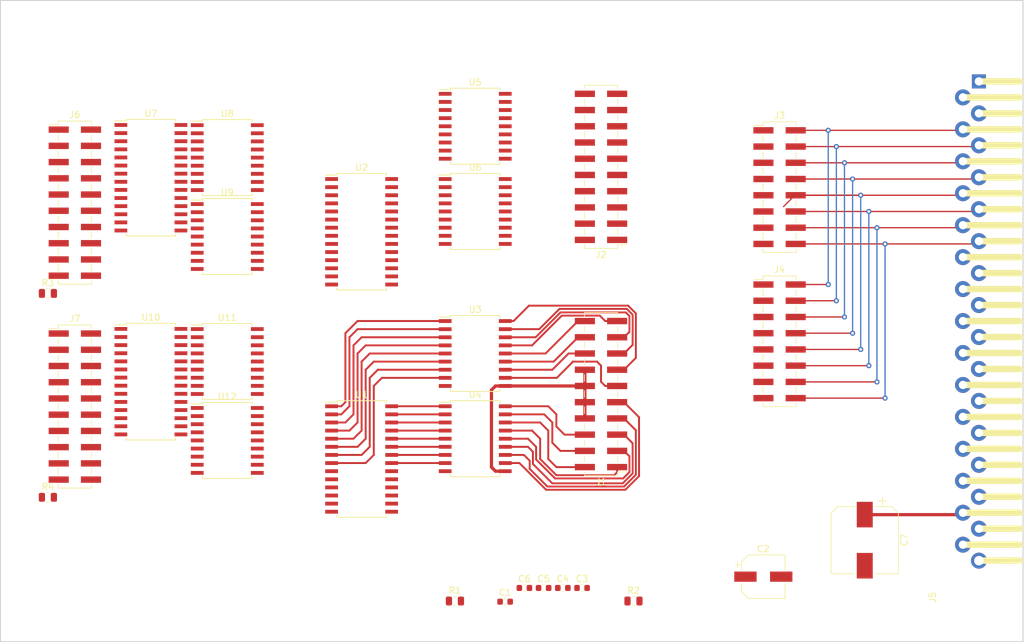
<source format=kicad_pcb>
(kicad_pcb (version 20171130) (host pcbnew 5.0.0)

  (general
    (thickness 1.6)
    (drawings 4)
    (tracks 214)
    (zones 0)
    (modules 30)
    (nets 198)
  )

  (page A4)
  (layers
    (0 F.Cu signal)
    (31 B.Cu signal)
    (32 B.Adhes user)
    (33 F.Adhes user)
    (34 B.Paste user)
    (35 F.Paste user)
    (36 B.SilkS user)
    (37 F.SilkS user)
    (38 B.Mask user)
    (39 F.Mask user)
    (40 Dwgs.User user)
    (41 Cmts.User user)
    (42 Eco1.User user)
    (43 Eco2.User user)
    (44 Edge.Cuts user)
    (45 Margin user)
    (46 B.CrtYd user)
    (47 F.CrtYd user)
    (48 B.Fab user)
    (49 F.Fab user)
  )

  (setup
    (last_trace_width 0.3)
    (trace_clearance 0.2)
    (zone_clearance 0.508)
    (zone_45_only no)
    (trace_min 0.2)
    (segment_width 0.2)
    (edge_width 0.15)
    (via_size 0.8)
    (via_drill 0.4)
    (via_min_size 0.4)
    (via_min_drill 0.3)
    (uvia_size 0.3)
    (uvia_drill 0.1)
    (uvias_allowed no)
    (uvia_min_size 0.2)
    (uvia_min_drill 0.1)
    (pcb_text_width 0.3)
    (pcb_text_size 1.5 1.5)
    (mod_edge_width 0.15)
    (mod_text_size 1 1)
    (mod_text_width 0.15)
    (pad_size 1.524 1.524)
    (pad_drill 0.762)
    (pad_to_mask_clearance 0.2)
    (aux_axis_origin 0 0)
    (visible_elements FEFDFF7F)
    (pcbplotparams
      (layerselection 0x010fc_ffffffff)
      (usegerberextensions false)
      (usegerberattributes false)
      (usegerberadvancedattributes false)
      (creategerberjobfile false)
      (excludeedgelayer true)
      (linewidth 0.100000)
      (plotframeref false)
      (viasonmask false)
      (mode 1)
      (useauxorigin false)
      (hpglpennumber 1)
      (hpglpenspeed 20)
      (hpglpendiameter 15.000000)
      (psnegative false)
      (psa4output false)
      (plotreference true)
      (plotvalue true)
      (plotinvisibletext false)
      (padsonsilk false)
      (subtractmaskfromsilk false)
      (outputformat 1)
      (mirror false)
      (drillshape 1)
      (scaleselection 1)
      (outputdirectory ""))
  )

  (net 0 "")
  (net 1 +3V3)
  (net 2 GND)
  (net 3 +24V)
  (net 4 "Net-(J1-Pad20)")
  (net 5 "Net-(J1-Pad19)")
  (net 6 "Net-(J1-Pad18)")
  (net 7 "Net-(J1-Pad17)")
  (net 8 "Net-(J1-Pad16)")
  (net 9 "Net-(J1-Pad15)")
  (net 10 "Net-(J1-Pad13)")
  (net 11 "Net-(J1-Pad11)")
  (net 12 "Net-(J1-Pad9)")
  (net 13 "Net-(J1-Pad7)")
  (net 14 "Net-(J1-Pad6)")
  (net 15 "Net-(J1-Pad5)")
  (net 16 "Net-(J1-Pad4)")
  (net 17 "Net-(J1-Pad3)")
  (net 18 "Net-(J1-Pad2)")
  (net 19 "Net-(J1-Pad1)")
  (net 20 "Net-(J2-Pad1)")
  (net 21 "Net-(J2-Pad2)")
  (net 22 "Net-(J2-Pad3)")
  (net 23 "Net-(J2-Pad4)")
  (net 24 "Net-(J2-Pad5)")
  (net 25 "Net-(J2-Pad6)")
  (net 26 "Net-(J2-Pad7)")
  (net 27 "Net-(J2-Pad9)")
  (net 28 "Net-(J2-Pad11)")
  (net 29 "Net-(J2-Pad13)")
  (net 30 "Net-(J2-Pad15)")
  (net 31 "Net-(J2-Pad16)")
  (net 32 "Net-(J2-Pad17)")
  (net 33 "Net-(J2-Pad18)")
  (net 34 "Net-(J2-Pad19)")
  (net 35 "Net-(J2-Pad20)")
  (net 36 MCP_CS1)
  (net 37 "Net-(J3-Pad2)")
  (net 38 "Net-(J3-Pad4)")
  (net 39 "Net-(J3-Pad6)")
  (net 40 "Net-(J3-Pad8)")
  (net 41 "Net-(J3-Pad10)")
  (net 42 "Net-(J3-Pad12)")
  (net 43 "Net-(J3-Pad14)")
  (net 44 "Net-(J3-Pad16)")
  (net 45 MCP_CS2)
  (net 46 "Net-(R1-Pad2)")
  (net 47 "Net-(R2-Pad2)")
  (net 48 "Net-(U1-Pad1)")
  (net 49 "Net-(U1-Pad2)")
  (net 50 "Net-(U1-Pad3)")
  (net 51 "Net-(U1-Pad4)")
  (net 52 "Net-(U1-Pad5)")
  (net 53 "Net-(U1-Pad6)")
  (net 54 "Net-(U1-Pad7)")
  (net 55 "Net-(U1-Pad8)")
  (net 56 SCK)
  (net 57 MOSI)
  (net 58 MISO)
  (net 59 "Net-(U1-Pad15)")
  (net 60 "Net-(U1-Pad16)")
  (net 61 "Net-(U1-Pad17)")
  (net 62 "Net-(U1-Pad19)")
  (net 63 "Net-(U1-Pad20)")
  (net 64 "Net-(U1-Pad21)")
  (net 65 "Net-(U1-Pad22)")
  (net 66 "Net-(U1-Pad23)")
  (net 67 "Net-(U1-Pad24)")
  (net 68 "Net-(U1-Pad25)")
  (net 69 "Net-(U1-Pad26)")
  (net 70 "Net-(U1-Pad27)")
  (net 71 "Net-(U1-Pad28)")
  (net 72 GNDPWR)
  (net 73 "Net-(J5-Pad27)")
  (net 74 "Net-(J5-Pad26)")
  (net 75 "Net-(J5-Pad25)")
  (net 76 "Net-(J5-Pad24)")
  (net 77 "Net-(J5-Pad23)")
  (net 78 "Net-(J5-Pad22)")
  (net 79 "Net-(J5-Pad21)")
  (net 80 "Net-(J5-Pad20)")
  (net 81 "Net-(J5-Pad19)")
  (net 82 "Net-(J5-Pad18)")
  (net 83 "Net-(J5-Pad17)")
  (net 84 "Net-(J5-Pad16)")
  (net 85 "Net-(J5-Pad15)")
  (net 86 +5V)
  (net 87 "Net-(J6-Pad1)")
  (net 88 "Net-(J6-Pad2)")
  (net 89 "Net-(J6-Pad3)")
  (net 90 "Net-(J6-Pad4)")
  (net 91 "Net-(J6-Pad5)")
  (net 92 "Net-(J6-Pad6)")
  (net 93 "Net-(J6-Pad7)")
  (net 94 "Net-(J6-Pad9)")
  (net 95 "Net-(J6-Pad11)")
  (net 96 "Net-(J6-Pad13)")
  (net 97 "Net-(J6-Pad15)")
  (net 98 "Net-(J6-Pad16)")
  (net 99 "Net-(J6-Pad17)")
  (net 100 "Net-(J6-Pad18)")
  (net 101 "Net-(J6-Pad19)")
  (net 102 "Net-(J6-Pad20)")
  (net 103 "Net-(J7-Pad20)")
  (net 104 "Net-(J7-Pad19)")
  (net 105 "Net-(J7-Pad18)")
  (net 106 "Net-(J7-Pad17)")
  (net 107 "Net-(J7-Pad16)")
  (net 108 "Net-(J7-Pad15)")
  (net 109 "Net-(J7-Pad13)")
  (net 110 "Net-(J7-Pad11)")
  (net 111 "Net-(J7-Pad9)")
  (net 112 "Net-(J7-Pad7)")
  (net 113 "Net-(J7-Pad6)")
  (net 114 "Net-(J7-Pad5)")
  (net 115 "Net-(J7-Pad4)")
  (net 116 "Net-(J7-Pad3)")
  (net 117 "Net-(J7-Pad2)")
  (net 118 "Net-(J7-Pad1)")
  (net 119 "Net-(R3-Pad2)")
  (net 120 "Net-(R4-Pad2)")
  (net 121 /expander1/CS)
  (net 122 /expander1/SCK)
  (net 123 /expander1/MOSI)
  (net 124 /expander1/MISO)
  (net 125 "Net-(U4-Pad17)")
  (net 126 "Net-(U4-Pad16)")
  (net 127 "Net-(U4-Pad15)")
  (net 128 /expander2/MISO)
  (net 129 /expander2/MOSI)
  (net 130 /expander2/SCK)
  (net 131 /expander2/CS)
  (net 132 "Net-(U4-Pad8)")
  (net 133 "Net-(U4-Pad7)")
  (net 134 "Net-(U4-Pad6)")
  (net 135 "Net-(U4-Pad5)")
  (net 136 "Net-(U4-Pad4)")
  (net 137 "Net-(U4-Pad3)")
  (net 138 "Net-(U4-Pad2)")
  (net 139 "Net-(U4-Pad1)")
  (net 140 "Net-(U4-Pad21)")
  (net 141 "Net-(U4-Pad22)")
  (net 142 "Net-(U4-Pad23)")
  (net 143 "Net-(U4-Pad24)")
  (net 144 "Net-(U4-Pad25)")
  (net 145 "Net-(U4-Pad26)")
  (net 146 "Net-(U4-Pad27)")
  (net 147 "Net-(U4-Pad28)")
  (net 148 "Net-(U7-Pad28)")
  (net 149 "Net-(U7-Pad27)")
  (net 150 "Net-(U7-Pad26)")
  (net 151 "Net-(U7-Pad25)")
  (net 152 "Net-(U7-Pad24)")
  (net 153 "Net-(U7-Pad23)")
  (net 154 "Net-(U7-Pad22)")
  (net 155 "Net-(U7-Pad21)")
  (net 156 "Net-(U7-Pad20)")
  (net 157 "Net-(U7-Pad19)")
  (net 158 "Net-(U7-Pad17)")
  (net 159 "Net-(U7-Pad16)")
  (net 160 "Net-(U7-Pad15)")
  (net 161 /expander3/MISO)
  (net 162 /expander3/MOSI)
  (net 163 /expander3/SCK)
  (net 164 /expander3/CS)
  (net 165 "Net-(U7-Pad8)")
  (net 166 "Net-(U7-Pad7)")
  (net 167 "Net-(U7-Pad6)")
  (net 168 "Net-(U7-Pad5)")
  (net 169 "Net-(U7-Pad4)")
  (net 170 "Net-(U7-Pad3)")
  (net 171 "Net-(U7-Pad2)")
  (net 172 "Net-(U7-Pad1)")
  (net 173 "Net-(U10-Pad1)")
  (net 174 "Net-(U10-Pad2)")
  (net 175 "Net-(U10-Pad3)")
  (net 176 "Net-(U10-Pad4)")
  (net 177 "Net-(U10-Pad5)")
  (net 178 "Net-(U10-Pad6)")
  (net 179 "Net-(U10-Pad7)")
  (net 180 "Net-(U10-Pad8)")
  (net 181 /expander4/CS)
  (net 182 /expander4/SCK)
  (net 183 /expander4/MOSI)
  (net 184 /expander4/MISO)
  (net 185 "Net-(U10-Pad15)")
  (net 186 "Net-(U10-Pad16)")
  (net 187 "Net-(U10-Pad17)")
  (net 188 "Net-(U10-Pad19)")
  (net 189 "Net-(U10-Pad20)")
  (net 190 "Net-(U10-Pad21)")
  (net 191 "Net-(U10-Pad22)")
  (net 192 "Net-(U10-Pad23)")
  (net 193 "Net-(U10-Pad24)")
  (net 194 "Net-(U10-Pad25)")
  (net 195 "Net-(U10-Pad26)")
  (net 196 "Net-(U10-Pad27)")
  (net 197 "Net-(U10-Pad28)")

  (net_class Default "Dies ist die voreingestellte Netzklasse."
    (clearance 0.2)
    (trace_width 0.3)
    (via_dia 0.8)
    (via_drill 0.4)
    (uvia_dia 0.3)
    (uvia_drill 0.1)
    (add_net /expander1/CS)
    (add_net /expander1/MISO)
    (add_net /expander1/MOSI)
    (add_net /expander1/SCK)
    (add_net /expander2/CS)
    (add_net /expander2/MISO)
    (add_net /expander2/MOSI)
    (add_net /expander2/SCK)
    (add_net /expander3/CS)
    (add_net /expander3/MISO)
    (add_net /expander3/MOSI)
    (add_net /expander3/SCK)
    (add_net /expander4/CS)
    (add_net /expander4/MISO)
    (add_net /expander4/MOSI)
    (add_net /expander4/SCK)
    (add_net MCP_CS1)
    (add_net MCP_CS2)
    (add_net MISO)
    (add_net MOSI)
    (add_net "Net-(J1-Pad1)")
    (add_net "Net-(J1-Pad11)")
    (add_net "Net-(J1-Pad13)")
    (add_net "Net-(J1-Pad15)")
    (add_net "Net-(J1-Pad16)")
    (add_net "Net-(J1-Pad17)")
    (add_net "Net-(J1-Pad18)")
    (add_net "Net-(J1-Pad19)")
    (add_net "Net-(J1-Pad2)")
    (add_net "Net-(J1-Pad20)")
    (add_net "Net-(J1-Pad3)")
    (add_net "Net-(J1-Pad4)")
    (add_net "Net-(J1-Pad5)")
    (add_net "Net-(J1-Pad6)")
    (add_net "Net-(J1-Pad7)")
    (add_net "Net-(J1-Pad9)")
    (add_net "Net-(J2-Pad1)")
    (add_net "Net-(J2-Pad11)")
    (add_net "Net-(J2-Pad13)")
    (add_net "Net-(J2-Pad15)")
    (add_net "Net-(J2-Pad16)")
    (add_net "Net-(J2-Pad17)")
    (add_net "Net-(J2-Pad18)")
    (add_net "Net-(J2-Pad19)")
    (add_net "Net-(J2-Pad2)")
    (add_net "Net-(J2-Pad20)")
    (add_net "Net-(J2-Pad3)")
    (add_net "Net-(J2-Pad4)")
    (add_net "Net-(J2-Pad5)")
    (add_net "Net-(J2-Pad6)")
    (add_net "Net-(J2-Pad7)")
    (add_net "Net-(J2-Pad9)")
    (add_net "Net-(J3-Pad10)")
    (add_net "Net-(J3-Pad12)")
    (add_net "Net-(J3-Pad14)")
    (add_net "Net-(J3-Pad16)")
    (add_net "Net-(J3-Pad2)")
    (add_net "Net-(J3-Pad4)")
    (add_net "Net-(J3-Pad6)")
    (add_net "Net-(J3-Pad8)")
    (add_net "Net-(J5-Pad15)")
    (add_net "Net-(J5-Pad16)")
    (add_net "Net-(J5-Pad17)")
    (add_net "Net-(J5-Pad18)")
    (add_net "Net-(J5-Pad19)")
    (add_net "Net-(J5-Pad20)")
    (add_net "Net-(J5-Pad21)")
    (add_net "Net-(J5-Pad22)")
    (add_net "Net-(J5-Pad23)")
    (add_net "Net-(J5-Pad24)")
    (add_net "Net-(J5-Pad25)")
    (add_net "Net-(J5-Pad26)")
    (add_net "Net-(J5-Pad27)")
    (add_net "Net-(J6-Pad1)")
    (add_net "Net-(J6-Pad11)")
    (add_net "Net-(J6-Pad13)")
    (add_net "Net-(J6-Pad15)")
    (add_net "Net-(J6-Pad16)")
    (add_net "Net-(J6-Pad17)")
    (add_net "Net-(J6-Pad18)")
    (add_net "Net-(J6-Pad19)")
    (add_net "Net-(J6-Pad2)")
    (add_net "Net-(J6-Pad20)")
    (add_net "Net-(J6-Pad3)")
    (add_net "Net-(J6-Pad4)")
    (add_net "Net-(J6-Pad5)")
    (add_net "Net-(J6-Pad6)")
    (add_net "Net-(J6-Pad7)")
    (add_net "Net-(J6-Pad9)")
    (add_net "Net-(J7-Pad1)")
    (add_net "Net-(J7-Pad11)")
    (add_net "Net-(J7-Pad13)")
    (add_net "Net-(J7-Pad15)")
    (add_net "Net-(J7-Pad16)")
    (add_net "Net-(J7-Pad17)")
    (add_net "Net-(J7-Pad18)")
    (add_net "Net-(J7-Pad19)")
    (add_net "Net-(J7-Pad2)")
    (add_net "Net-(J7-Pad20)")
    (add_net "Net-(J7-Pad3)")
    (add_net "Net-(J7-Pad4)")
    (add_net "Net-(J7-Pad5)")
    (add_net "Net-(J7-Pad6)")
    (add_net "Net-(J7-Pad7)")
    (add_net "Net-(J7-Pad9)")
    (add_net "Net-(R1-Pad2)")
    (add_net "Net-(R2-Pad2)")
    (add_net "Net-(R3-Pad2)")
    (add_net "Net-(R4-Pad2)")
    (add_net "Net-(U1-Pad1)")
    (add_net "Net-(U1-Pad15)")
    (add_net "Net-(U1-Pad16)")
    (add_net "Net-(U1-Pad17)")
    (add_net "Net-(U1-Pad19)")
    (add_net "Net-(U1-Pad2)")
    (add_net "Net-(U1-Pad20)")
    (add_net "Net-(U1-Pad21)")
    (add_net "Net-(U1-Pad22)")
    (add_net "Net-(U1-Pad23)")
    (add_net "Net-(U1-Pad24)")
    (add_net "Net-(U1-Pad25)")
    (add_net "Net-(U1-Pad26)")
    (add_net "Net-(U1-Pad27)")
    (add_net "Net-(U1-Pad28)")
    (add_net "Net-(U1-Pad3)")
    (add_net "Net-(U1-Pad4)")
    (add_net "Net-(U1-Pad5)")
    (add_net "Net-(U1-Pad6)")
    (add_net "Net-(U1-Pad7)")
    (add_net "Net-(U1-Pad8)")
    (add_net "Net-(U10-Pad1)")
    (add_net "Net-(U10-Pad15)")
    (add_net "Net-(U10-Pad16)")
    (add_net "Net-(U10-Pad17)")
    (add_net "Net-(U10-Pad19)")
    (add_net "Net-(U10-Pad2)")
    (add_net "Net-(U10-Pad20)")
    (add_net "Net-(U10-Pad21)")
    (add_net "Net-(U10-Pad22)")
    (add_net "Net-(U10-Pad23)")
    (add_net "Net-(U10-Pad24)")
    (add_net "Net-(U10-Pad25)")
    (add_net "Net-(U10-Pad26)")
    (add_net "Net-(U10-Pad27)")
    (add_net "Net-(U10-Pad28)")
    (add_net "Net-(U10-Pad3)")
    (add_net "Net-(U10-Pad4)")
    (add_net "Net-(U10-Pad5)")
    (add_net "Net-(U10-Pad6)")
    (add_net "Net-(U10-Pad7)")
    (add_net "Net-(U10-Pad8)")
    (add_net "Net-(U4-Pad1)")
    (add_net "Net-(U4-Pad15)")
    (add_net "Net-(U4-Pad16)")
    (add_net "Net-(U4-Pad17)")
    (add_net "Net-(U4-Pad2)")
    (add_net "Net-(U4-Pad21)")
    (add_net "Net-(U4-Pad22)")
    (add_net "Net-(U4-Pad23)")
    (add_net "Net-(U4-Pad24)")
    (add_net "Net-(U4-Pad25)")
    (add_net "Net-(U4-Pad26)")
    (add_net "Net-(U4-Pad27)")
    (add_net "Net-(U4-Pad28)")
    (add_net "Net-(U4-Pad3)")
    (add_net "Net-(U4-Pad4)")
    (add_net "Net-(U4-Pad5)")
    (add_net "Net-(U4-Pad6)")
    (add_net "Net-(U4-Pad7)")
    (add_net "Net-(U4-Pad8)")
    (add_net "Net-(U7-Pad1)")
    (add_net "Net-(U7-Pad15)")
    (add_net "Net-(U7-Pad16)")
    (add_net "Net-(U7-Pad17)")
    (add_net "Net-(U7-Pad19)")
    (add_net "Net-(U7-Pad2)")
    (add_net "Net-(U7-Pad20)")
    (add_net "Net-(U7-Pad21)")
    (add_net "Net-(U7-Pad22)")
    (add_net "Net-(U7-Pad23)")
    (add_net "Net-(U7-Pad24)")
    (add_net "Net-(U7-Pad25)")
    (add_net "Net-(U7-Pad26)")
    (add_net "Net-(U7-Pad27)")
    (add_net "Net-(U7-Pad28)")
    (add_net "Net-(U7-Pad3)")
    (add_net "Net-(U7-Pad4)")
    (add_net "Net-(U7-Pad5)")
    (add_net "Net-(U7-Pad6)")
    (add_net "Net-(U7-Pad7)")
    (add_net "Net-(U7-Pad8)")
    (add_net SCK)
  )

  (net_class Power ""
    (clearance 0.3)
    (trace_width 0.5)
    (via_dia 1.3)
    (via_drill 0.5)
    (uvia_dia 0.3)
    (uvia_drill 0.1)
    (add_net +24V)
    (add_net +3V3)
    (add_net +5V)
    (add_net GND)
    (add_net GNDPWR)
  )

  (module Capacitor_SMD:C_0603_1608Metric (layer F.Cu) (tedit 5B301BBE) (tstamp 5BA56A81)
    (at 78.975001 94.085001)
    (descr "Capacitor SMD 0603 (1608 Metric), square (rectangular) end terminal, IPC_7351 nominal, (Body size source: http://www.tortai-tech.com/upload/download/2011102023233369053.pdf), generated with kicad-footprint-generator")
    (tags capacitor)
    (path /5B84A171)
    (attr smd)
    (fp_text reference C1 (at 0 -1.43) (layer F.SilkS)
      (effects (font (size 1 1) (thickness 0.15)))
    )
    (fp_text value 100n (at 0 1.43) (layer F.Fab)
      (effects (font (size 1 1) (thickness 0.15)))
    )
    (fp_line (start -0.8 0.4) (end -0.8 -0.4) (layer F.Fab) (width 0.1))
    (fp_line (start -0.8 -0.4) (end 0.8 -0.4) (layer F.Fab) (width 0.1))
    (fp_line (start 0.8 -0.4) (end 0.8 0.4) (layer F.Fab) (width 0.1))
    (fp_line (start 0.8 0.4) (end -0.8 0.4) (layer F.Fab) (width 0.1))
    (fp_line (start -0.162779 -0.51) (end 0.162779 -0.51) (layer F.SilkS) (width 0.12))
    (fp_line (start -0.162779 0.51) (end 0.162779 0.51) (layer F.SilkS) (width 0.12))
    (fp_line (start -1.48 0.73) (end -1.48 -0.73) (layer F.CrtYd) (width 0.05))
    (fp_line (start -1.48 -0.73) (end 1.48 -0.73) (layer F.CrtYd) (width 0.05))
    (fp_line (start 1.48 -0.73) (end 1.48 0.73) (layer F.CrtYd) (width 0.05))
    (fp_line (start 1.48 0.73) (end -1.48 0.73) (layer F.CrtYd) (width 0.05))
    (fp_text user %R (at 0 0) (layer F.Fab)
      (effects (font (size 0.4 0.4) (thickness 0.06)))
    )
    (pad 1 smd roundrect (at -0.7875 0) (size 0.875 0.95) (layers F.Cu F.Paste F.Mask) (roundrect_rratio 0.25)
      (net 1 +3V3))
    (pad 2 smd roundrect (at 0.7875 0) (size 0.875 0.95) (layers F.Cu F.Paste F.Mask) (roundrect_rratio 0.25)
      (net 2 GND))
    (model ${KISYS3DMOD}/Capacitor_SMD.3dshapes/C_0603_1608Metric.wrl
      (at (xyz 0 0 0))
      (scale (xyz 1 1 1))
      (rotate (xyz 0 0 0))
    )
  )

  (module Capacitor_SMD:CP_Elec_6.3x5.2 (layer F.Cu) (tedit 5B3026A2) (tstamp 5BA56AA9)
    (at 119.38 90.17)
    (descr "SMT capacitor, aluminium electrolytic, 6.3x5.2, United Chemi-Con ")
    (tags "Capacitor Electrolytic")
    (path /5B84A20C)
    (attr smd)
    (fp_text reference C2 (at 0 -4.35) (layer F.SilkS)
      (effects (font (size 1 1) (thickness 0.15)))
    )
    (fp_text value 100µ (at 0 4.35) (layer F.Fab)
      (effects (font (size 1 1) (thickness 0.15)))
    )
    (fp_circle (center 0 0) (end 3.15 0) (layer F.Fab) (width 0.1))
    (fp_line (start 3.3 -3.3) (end 3.3 3.3) (layer F.Fab) (width 0.1))
    (fp_line (start -2.3 -3.3) (end 3.3 -3.3) (layer F.Fab) (width 0.1))
    (fp_line (start -2.3 3.3) (end 3.3 3.3) (layer F.Fab) (width 0.1))
    (fp_line (start -3.3 -2.3) (end -3.3 2.3) (layer F.Fab) (width 0.1))
    (fp_line (start -3.3 -2.3) (end -2.3 -3.3) (layer F.Fab) (width 0.1))
    (fp_line (start -3.3 2.3) (end -2.3 3.3) (layer F.Fab) (width 0.1))
    (fp_line (start -2.704838 -1.33) (end -2.074838 -1.33) (layer F.Fab) (width 0.1))
    (fp_line (start -2.389838 -1.645) (end -2.389838 -1.015) (layer F.Fab) (width 0.1))
    (fp_line (start 3.41 3.41) (end 3.41 1.06) (layer F.SilkS) (width 0.12))
    (fp_line (start 3.41 -3.41) (end 3.41 -1.06) (layer F.SilkS) (width 0.12))
    (fp_line (start -2.345563 -3.41) (end 3.41 -3.41) (layer F.SilkS) (width 0.12))
    (fp_line (start -2.345563 3.41) (end 3.41 3.41) (layer F.SilkS) (width 0.12))
    (fp_line (start -3.41 2.345563) (end -3.41 1.06) (layer F.SilkS) (width 0.12))
    (fp_line (start -3.41 -2.345563) (end -3.41 -1.06) (layer F.SilkS) (width 0.12))
    (fp_line (start -3.41 -2.345563) (end -2.345563 -3.41) (layer F.SilkS) (width 0.12))
    (fp_line (start -3.41 2.345563) (end -2.345563 3.41) (layer F.SilkS) (width 0.12))
    (fp_line (start -4.4375 -1.8475) (end -3.65 -1.8475) (layer F.SilkS) (width 0.12))
    (fp_line (start -4.04375 -2.24125) (end -4.04375 -1.45375) (layer F.SilkS) (width 0.12))
    (fp_line (start 3.55 -3.55) (end 3.55 -1.05) (layer F.CrtYd) (width 0.05))
    (fp_line (start 3.55 -1.05) (end 4.8 -1.05) (layer F.CrtYd) (width 0.05))
    (fp_line (start 4.8 -1.05) (end 4.8 1.05) (layer F.CrtYd) (width 0.05))
    (fp_line (start 4.8 1.05) (end 3.55 1.05) (layer F.CrtYd) (width 0.05))
    (fp_line (start 3.55 1.05) (end 3.55 3.55) (layer F.CrtYd) (width 0.05))
    (fp_line (start -2.4 3.55) (end 3.55 3.55) (layer F.CrtYd) (width 0.05))
    (fp_line (start -2.4 -3.55) (end 3.55 -3.55) (layer F.CrtYd) (width 0.05))
    (fp_line (start -3.55 2.4) (end -2.4 3.55) (layer F.CrtYd) (width 0.05))
    (fp_line (start -3.55 -2.4) (end -2.4 -3.55) (layer F.CrtYd) (width 0.05))
    (fp_line (start -3.55 -2.4) (end -3.55 -1.05) (layer F.CrtYd) (width 0.05))
    (fp_line (start -3.55 1.05) (end -3.55 2.4) (layer F.CrtYd) (width 0.05))
    (fp_line (start -3.55 -1.05) (end -4.8 -1.05) (layer F.CrtYd) (width 0.05))
    (fp_line (start -4.8 -1.05) (end -4.8 1.05) (layer F.CrtYd) (width 0.05))
    (fp_line (start -4.8 1.05) (end -3.55 1.05) (layer F.CrtYd) (width 0.05))
    (fp_text user %R (at 0 0) (layer F.Fab)
      (effects (font (size 1 1) (thickness 0.15)))
    )
    (pad 1 smd rect (at -2.8 0) (size 3.5 1.6) (layers F.Cu F.Paste F.Mask)
      (net 1 +3V3))
    (pad 2 smd rect (at 2.8 0) (size 3.5 1.6) (layers F.Cu F.Paste F.Mask)
      (net 2 GND))
    (model ${KISYS3DMOD}/Capacitor_SMD.3dshapes/CP_Elec_6.3x5.2.wrl
      (at (xyz 0 0 0))
      (scale (xyz 1 1 1))
      (rotate (xyz 0 0 0))
    )
  )

  (module Capacitor_SMD:C_0603_1608Metric (layer F.Cu) (tedit 5B301BBE) (tstamp 5BA56ABA)
    (at 91.015001 91.935001)
    (descr "Capacitor SMD 0603 (1608 Metric), square (rectangular) end terminal, IPC_7351 nominal, (Body size source: http://www.tortai-tech.com/upload/download/2011102023233369053.pdf), generated with kicad-footprint-generator")
    (tags capacitor)
    (path /5B928965)
    (attr smd)
    (fp_text reference C3 (at 0 -1.43) (layer F.SilkS)
      (effects (font (size 1 1) (thickness 0.15)))
    )
    (fp_text value 100n (at 0 1.43) (layer F.Fab)
      (effects (font (size 1 1) (thickness 0.15)))
    )
    (fp_line (start -0.8 0.4) (end -0.8 -0.4) (layer F.Fab) (width 0.1))
    (fp_line (start -0.8 -0.4) (end 0.8 -0.4) (layer F.Fab) (width 0.1))
    (fp_line (start 0.8 -0.4) (end 0.8 0.4) (layer F.Fab) (width 0.1))
    (fp_line (start 0.8 0.4) (end -0.8 0.4) (layer F.Fab) (width 0.1))
    (fp_line (start -0.162779 -0.51) (end 0.162779 -0.51) (layer F.SilkS) (width 0.12))
    (fp_line (start -0.162779 0.51) (end 0.162779 0.51) (layer F.SilkS) (width 0.12))
    (fp_line (start -1.48 0.73) (end -1.48 -0.73) (layer F.CrtYd) (width 0.05))
    (fp_line (start -1.48 -0.73) (end 1.48 -0.73) (layer F.CrtYd) (width 0.05))
    (fp_line (start 1.48 -0.73) (end 1.48 0.73) (layer F.CrtYd) (width 0.05))
    (fp_line (start 1.48 0.73) (end -1.48 0.73) (layer F.CrtYd) (width 0.05))
    (fp_text user %R (at 0 0) (layer F.Fab)
      (effects (font (size 0.4 0.4) (thickness 0.06)))
    )
    (pad 1 smd roundrect (at -0.7875 0) (size 0.875 0.95) (layers F.Cu F.Paste F.Mask) (roundrect_rratio 0.25)
      (net 1 +3V3))
    (pad 2 smd roundrect (at 0.7875 0) (size 0.875 0.95) (layers F.Cu F.Paste F.Mask) (roundrect_rratio 0.25)
      (net 2 GND))
    (model ${KISYS3DMOD}/Capacitor_SMD.3dshapes/C_0603_1608Metric.wrl
      (at (xyz 0 0 0))
      (scale (xyz 1 1 1))
      (rotate (xyz 0 0 0))
    )
  )

  (module Capacitor_SMD:C_0603_1608Metric (layer F.Cu) (tedit 5B301BBE) (tstamp 5BA56ACB)
    (at 88.005001 91.935001)
    (descr "Capacitor SMD 0603 (1608 Metric), square (rectangular) end terminal, IPC_7351 nominal, (Body size source: http://www.tortai-tech.com/upload/download/2011102023233369053.pdf), generated with kicad-footprint-generator")
    (tags capacitor)
    (path /5B92BD40)
    (attr smd)
    (fp_text reference C4 (at 0 -1.43) (layer F.SilkS)
      (effects (font (size 1 1) (thickness 0.15)))
    )
    (fp_text value 100n (at 0 1.43) (layer F.Fab)
      (effects (font (size 1 1) (thickness 0.15)))
    )
    (fp_text user %R (at 0 0) (layer F.Fab)
      (effects (font (size 0.4 0.4) (thickness 0.06)))
    )
    (fp_line (start 1.48 0.73) (end -1.48 0.73) (layer F.CrtYd) (width 0.05))
    (fp_line (start 1.48 -0.73) (end 1.48 0.73) (layer F.CrtYd) (width 0.05))
    (fp_line (start -1.48 -0.73) (end 1.48 -0.73) (layer F.CrtYd) (width 0.05))
    (fp_line (start -1.48 0.73) (end -1.48 -0.73) (layer F.CrtYd) (width 0.05))
    (fp_line (start -0.162779 0.51) (end 0.162779 0.51) (layer F.SilkS) (width 0.12))
    (fp_line (start -0.162779 -0.51) (end 0.162779 -0.51) (layer F.SilkS) (width 0.12))
    (fp_line (start 0.8 0.4) (end -0.8 0.4) (layer F.Fab) (width 0.1))
    (fp_line (start 0.8 -0.4) (end 0.8 0.4) (layer F.Fab) (width 0.1))
    (fp_line (start -0.8 -0.4) (end 0.8 -0.4) (layer F.Fab) (width 0.1))
    (fp_line (start -0.8 0.4) (end -0.8 -0.4) (layer F.Fab) (width 0.1))
    (pad 2 smd roundrect (at 0.7875 0) (size 0.875 0.95) (layers F.Cu F.Paste F.Mask) (roundrect_rratio 0.25)
      (net 2 GND))
    (pad 1 smd roundrect (at -0.7875 0) (size 0.875 0.95) (layers F.Cu F.Paste F.Mask) (roundrect_rratio 0.25)
      (net 1 +3V3))
    (model ${KISYS3DMOD}/Capacitor_SMD.3dshapes/C_0603_1608Metric.wrl
      (at (xyz 0 0 0))
      (scale (xyz 1 1 1))
      (rotate (xyz 0 0 0))
    )
  )

  (module Capacitor_SMD:C_0603_1608Metric (layer F.Cu) (tedit 5B301BBE) (tstamp 5BA56ADC)
    (at 84.995001 91.935001)
    (descr "Capacitor SMD 0603 (1608 Metric), square (rectangular) end terminal, IPC_7351 nominal, (Body size source: http://www.tortai-tech.com/upload/download/2011102023233369053.pdf), generated with kicad-footprint-generator")
    (tags capacitor)
    (path /5BC26715)
    (attr smd)
    (fp_text reference C5 (at 0 -1.43) (layer F.SilkS)
      (effects (font (size 1 1) (thickness 0.15)))
    )
    (fp_text value 100n (at 0 1.43) (layer F.Fab)
      (effects (font (size 1 1) (thickness 0.15)))
    )
    (fp_text user %R (at 0 0) (layer F.Fab)
      (effects (font (size 0.4 0.4) (thickness 0.06)))
    )
    (fp_line (start 1.48 0.73) (end -1.48 0.73) (layer F.CrtYd) (width 0.05))
    (fp_line (start 1.48 -0.73) (end 1.48 0.73) (layer F.CrtYd) (width 0.05))
    (fp_line (start -1.48 -0.73) (end 1.48 -0.73) (layer F.CrtYd) (width 0.05))
    (fp_line (start -1.48 0.73) (end -1.48 -0.73) (layer F.CrtYd) (width 0.05))
    (fp_line (start -0.162779 0.51) (end 0.162779 0.51) (layer F.SilkS) (width 0.12))
    (fp_line (start -0.162779 -0.51) (end 0.162779 -0.51) (layer F.SilkS) (width 0.12))
    (fp_line (start 0.8 0.4) (end -0.8 0.4) (layer F.Fab) (width 0.1))
    (fp_line (start 0.8 -0.4) (end 0.8 0.4) (layer F.Fab) (width 0.1))
    (fp_line (start -0.8 -0.4) (end 0.8 -0.4) (layer F.Fab) (width 0.1))
    (fp_line (start -0.8 0.4) (end -0.8 -0.4) (layer F.Fab) (width 0.1))
    (pad 2 smd roundrect (at 0.7875 0) (size 0.875 0.95) (layers F.Cu F.Paste F.Mask) (roundrect_rratio 0.25)
      (net 2 GND))
    (pad 1 smd roundrect (at -0.7875 0) (size 0.875 0.95) (layers F.Cu F.Paste F.Mask) (roundrect_rratio 0.25)
      (net 1 +3V3))
    (model ${KISYS3DMOD}/Capacitor_SMD.3dshapes/C_0603_1608Metric.wrl
      (at (xyz 0 0 0))
      (scale (xyz 1 1 1))
      (rotate (xyz 0 0 0))
    )
  )

  (module Capacitor_SMD:C_0603_1608Metric (layer F.Cu) (tedit 5B301BBE) (tstamp 5BA56AED)
    (at 81.985001 91.935001)
    (descr "Capacitor SMD 0603 (1608 Metric), square (rectangular) end terminal, IPC_7351 nominal, (Body size source: http://www.tortai-tech.com/upload/download/2011102023233369053.pdf), generated with kicad-footprint-generator")
    (tags capacitor)
    (path /5BC26729)
    (attr smd)
    (fp_text reference C6 (at 0 -1.43) (layer F.SilkS)
      (effects (font (size 1 1) (thickness 0.15)))
    )
    (fp_text value 100n (at 0 1.43) (layer F.Fab)
      (effects (font (size 1 1) (thickness 0.15)))
    )
    (fp_line (start -0.8 0.4) (end -0.8 -0.4) (layer F.Fab) (width 0.1))
    (fp_line (start -0.8 -0.4) (end 0.8 -0.4) (layer F.Fab) (width 0.1))
    (fp_line (start 0.8 -0.4) (end 0.8 0.4) (layer F.Fab) (width 0.1))
    (fp_line (start 0.8 0.4) (end -0.8 0.4) (layer F.Fab) (width 0.1))
    (fp_line (start -0.162779 -0.51) (end 0.162779 -0.51) (layer F.SilkS) (width 0.12))
    (fp_line (start -0.162779 0.51) (end 0.162779 0.51) (layer F.SilkS) (width 0.12))
    (fp_line (start -1.48 0.73) (end -1.48 -0.73) (layer F.CrtYd) (width 0.05))
    (fp_line (start -1.48 -0.73) (end 1.48 -0.73) (layer F.CrtYd) (width 0.05))
    (fp_line (start 1.48 -0.73) (end 1.48 0.73) (layer F.CrtYd) (width 0.05))
    (fp_line (start 1.48 0.73) (end -1.48 0.73) (layer F.CrtYd) (width 0.05))
    (fp_text user %R (at 0 0) (layer F.Fab)
      (effects (font (size 0.4 0.4) (thickness 0.06)))
    )
    (pad 1 smd roundrect (at -0.7875 0) (size 0.875 0.95) (layers F.Cu F.Paste F.Mask) (roundrect_rratio 0.25)
      (net 1 +3V3))
    (pad 2 smd roundrect (at 0.7875 0) (size 0.875 0.95) (layers F.Cu F.Paste F.Mask) (roundrect_rratio 0.25)
      (net 2 GND))
    (model ${KISYS3DMOD}/Capacitor_SMD.3dshapes/C_0603_1608Metric.wrl
      (at (xyz 0 0 0))
      (scale (xyz 1 1 1))
      (rotate (xyz 0 0 0))
    )
  )

  (module Capacitor_SMD:CP_Elec_10x10 (layer F.Cu) (tedit 5A841F9D) (tstamp 5BA56B15)
    (at 135.255 84.455 270)
    (descr "SMT capacitor, aluminium electrolytic, 10x10, Nichicon ")
    (tags "Capacitor Electrolytic")
    (path /5B8452EA)
    (attr smd)
    (fp_text reference C7 (at 0 -6.2 270) (layer F.SilkS)
      (effects (font (size 1 1) (thickness 0.15)))
    )
    (fp_text value 470µ (at 0 6.2 270) (layer F.Fab)
      (effects (font (size 1 1) (thickness 0.15)))
    )
    (fp_circle (center 0 0) (end 5 0) (layer F.Fab) (width 0.1))
    (fp_line (start 5.15 -5.15) (end 5.15 5.15) (layer F.Fab) (width 0.1))
    (fp_line (start -4.15 -5.15) (end 5.15 -5.15) (layer F.Fab) (width 0.1))
    (fp_line (start -4.15 5.15) (end 5.15 5.15) (layer F.Fab) (width 0.1))
    (fp_line (start -5.15 -4.15) (end -5.15 4.15) (layer F.Fab) (width 0.1))
    (fp_line (start -5.15 -4.15) (end -4.15 -5.15) (layer F.Fab) (width 0.1))
    (fp_line (start -5.15 4.15) (end -4.15 5.15) (layer F.Fab) (width 0.1))
    (fp_line (start -4.558325 -1.7) (end -3.558325 -1.7) (layer F.Fab) (width 0.1))
    (fp_line (start -4.058325 -2.2) (end -4.058325 -1.2) (layer F.Fab) (width 0.1))
    (fp_line (start 5.26 5.26) (end 5.26 1.51) (layer F.SilkS) (width 0.12))
    (fp_line (start 5.26 -5.26) (end 5.26 -1.51) (layer F.SilkS) (width 0.12))
    (fp_line (start -4.195563 -5.26) (end 5.26 -5.26) (layer F.SilkS) (width 0.12))
    (fp_line (start -4.195563 5.26) (end 5.26 5.26) (layer F.SilkS) (width 0.12))
    (fp_line (start -5.26 4.195563) (end -5.26 1.51) (layer F.SilkS) (width 0.12))
    (fp_line (start -5.26 -4.195563) (end -5.26 -1.51) (layer F.SilkS) (width 0.12))
    (fp_line (start -5.26 -4.195563) (end -4.195563 -5.26) (layer F.SilkS) (width 0.12))
    (fp_line (start -5.26 4.195563) (end -4.195563 5.26) (layer F.SilkS) (width 0.12))
    (fp_line (start -6.75 -2.76) (end -5.5 -2.76) (layer F.SilkS) (width 0.12))
    (fp_line (start -6.125 -3.385) (end -6.125 -2.135) (layer F.SilkS) (width 0.12))
    (fp_line (start 5.4 -5.4) (end 5.4 -1.5) (layer F.CrtYd) (width 0.05))
    (fp_line (start 5.4 -1.5) (end 6.25 -1.5) (layer F.CrtYd) (width 0.05))
    (fp_line (start 6.25 -1.5) (end 6.25 1.5) (layer F.CrtYd) (width 0.05))
    (fp_line (start 6.25 1.5) (end 5.4 1.5) (layer F.CrtYd) (width 0.05))
    (fp_line (start 5.4 1.5) (end 5.4 5.4) (layer F.CrtYd) (width 0.05))
    (fp_line (start -4.25 5.4) (end 5.4 5.4) (layer F.CrtYd) (width 0.05))
    (fp_line (start -4.25 -5.4) (end 5.4 -5.4) (layer F.CrtYd) (width 0.05))
    (fp_line (start -5.4 4.25) (end -4.25 5.4) (layer F.CrtYd) (width 0.05))
    (fp_line (start -5.4 -4.25) (end -4.25 -5.4) (layer F.CrtYd) (width 0.05))
    (fp_line (start -5.4 -4.25) (end -5.4 -1.5) (layer F.CrtYd) (width 0.05))
    (fp_line (start -5.4 1.5) (end -5.4 4.25) (layer F.CrtYd) (width 0.05))
    (fp_line (start -5.4 -1.5) (end -6.25 -1.5) (layer F.CrtYd) (width 0.05))
    (fp_line (start -6.25 -1.5) (end -6.25 1.5) (layer F.CrtYd) (width 0.05))
    (fp_line (start -6.25 1.5) (end -5.4 1.5) (layer F.CrtYd) (width 0.05))
    (fp_text user %R (at 0 0 90) (layer F.Fab)
      (effects (font (size 1 1) (thickness 0.15)))
    )
    (pad 1 smd rect (at -4 0 270) (size 4 2.5) (layers F.Cu F.Paste F.Mask)
      (net 3 +24V))
    (pad 2 smd rect (at 4 0 270) (size 4 2.5) (layers F.Cu F.Paste F.Mask)
      (net 2 GND))
    (model ${KISYS3DMOD}/Capacitor_SMD.3dshapes/CP_Elec_10x10.wrl
      (at (xyz 0 0 0))
      (scale (xyz 1 1 1))
      (rotate (xyz 0 0 0))
    )
  )

  (module Connector_PinHeader_2.54mm:PinHeader_2x10_P2.54mm_Vertical_SMD (layer F.Cu) (tedit 59FED5CC) (tstamp 5BA56B8C)
    (at 93.98 61.595 180)
    (descr "surface-mounted straight pin header, 2x10, 2.54mm pitch, double rows")
    (tags "Surface mounted pin header SMD 2x10 2.54mm double row")
    (path /5B9E4862/5B9FD66F)
    (attr smd)
    (fp_text reference J1 (at 0 -13.76 180) (layer F.SilkS)
      (effects (font (size 1 1) (thickness 0.15)))
    )
    (fp_text value Conn_02x10_Odd_Even (at 0 13.76 180) (layer F.Fab)
      (effects (font (size 1 1) (thickness 0.15)))
    )
    (fp_text user %R (at 0 -0.635 270) (layer F.Fab)
      (effects (font (size 1 1) (thickness 0.15)))
    )
    (fp_line (start 5.9 -13.2) (end -5.9 -13.2) (layer F.CrtYd) (width 0.05))
    (fp_line (start 5.9 13.2) (end 5.9 -13.2) (layer F.CrtYd) (width 0.05))
    (fp_line (start -5.9 13.2) (end 5.9 13.2) (layer F.CrtYd) (width 0.05))
    (fp_line (start -5.9 -13.2) (end -5.9 13.2) (layer F.CrtYd) (width 0.05))
    (fp_line (start 2.6 9.65) (end 2.6 10.67) (layer F.SilkS) (width 0.12))
    (fp_line (start -2.6 9.65) (end -2.6 10.67) (layer F.SilkS) (width 0.12))
    (fp_line (start 2.6 7.11) (end 2.6 8.13) (layer F.SilkS) (width 0.12))
    (fp_line (start -2.6 7.11) (end -2.6 8.13) (layer F.SilkS) (width 0.12))
    (fp_line (start 2.6 4.57) (end 2.6 5.59) (layer F.SilkS) (width 0.12))
    (fp_line (start -2.6 4.57) (end -2.6 5.59) (layer F.SilkS) (width 0.12))
    (fp_line (start 2.6 2.03) (end 2.6 3.05) (layer F.SilkS) (width 0.12))
    (fp_line (start -2.6 2.03) (end -2.6 3.05) (layer F.SilkS) (width 0.12))
    (fp_line (start 2.6 -0.51) (end 2.6 0.51) (layer F.SilkS) (width 0.12))
    (fp_line (start -2.6 -0.51) (end -2.6 0.51) (layer F.SilkS) (width 0.12))
    (fp_line (start 2.6 -3.05) (end 2.6 -2.03) (layer F.SilkS) (width 0.12))
    (fp_line (start -2.6 -3.05) (end -2.6 -2.03) (layer F.SilkS) (width 0.12))
    (fp_line (start 2.6 -5.59) (end 2.6 -4.57) (layer F.SilkS) (width 0.12))
    (fp_line (start -2.6 -5.59) (end -2.6 -4.57) (layer F.SilkS) (width 0.12))
    (fp_line (start 2.6 -8.13) (end 2.6 -7.11) (layer F.SilkS) (width 0.12))
    (fp_line (start -2.6 -8.13) (end -2.6 -7.11) (layer F.SilkS) (width 0.12))
    (fp_line (start 2.6 -10.67) (end 2.6 -9.65) (layer F.SilkS) (width 0.12))
    (fp_line (start -2.6 -10.67) (end -2.6 -9.65) (layer F.SilkS) (width 0.12))
    (fp_line (start 2.6 12.19) (end 2.6 12.76) (layer F.SilkS) (width 0.12))
    (fp_line (start -2.6 12.19) (end -2.6 12.76) (layer F.SilkS) (width 0.12))
    (fp_line (start 2.6 -12.76) (end 2.6 -12.19) (layer F.SilkS) (width 0.12))
    (fp_line (start -2.6 -12.76) (end -2.6 -12.19) (layer F.SilkS) (width 0.12))
    (fp_line (start -4.04 -12.19) (end -2.6 -12.19) (layer F.SilkS) (width 0.12))
    (fp_line (start -2.6 12.76) (end 2.6 12.76) (layer F.SilkS) (width 0.12))
    (fp_line (start -2.6 -12.76) (end 2.6 -12.76) (layer F.SilkS) (width 0.12))
    (fp_line (start 3.6 11.75) (end 2.54 11.75) (layer F.Fab) (width 0.1))
    (fp_line (start 3.6 11.11) (end 3.6 11.75) (layer F.Fab) (width 0.1))
    (fp_line (start 2.54 11.11) (end 3.6 11.11) (layer F.Fab) (width 0.1))
    (fp_line (start -3.6 11.75) (end -2.54 11.75) (layer F.Fab) (width 0.1))
    (fp_line (start -3.6 11.11) (end -3.6 11.75) (layer F.Fab) (width 0.1))
    (fp_line (start -2.54 11.11) (end -3.6 11.11) (layer F.Fab) (width 0.1))
    (fp_line (start 3.6 9.21) (end 2.54 9.21) (layer F.Fab) (width 0.1))
    (fp_line (start 3.6 8.57) (end 3.6 9.21) (layer F.Fab) (width 0.1))
    (fp_line (start 2.54 8.57) (end 3.6 8.57) (layer F.Fab) (width 0.1))
    (fp_line (start -3.6 9.21) (end -2.54 9.21) (layer F.Fab) (width 0.1))
    (fp_line (start -3.6 8.57) (end -3.6 9.21) (layer F.Fab) (width 0.1))
    (fp_line (start -2.54 8.57) (end -3.6 8.57) (layer F.Fab) (width 0.1))
    (fp_line (start 3.6 6.67) (end 2.54 6.67) (layer F.Fab) (width 0.1))
    (fp_line (start 3.6 6.03) (end 3.6 6.67) (layer F.Fab) (width 0.1))
    (fp_line (start 2.54 6.03) (end 3.6 6.03) (layer F.Fab) (width 0.1))
    (fp_line (start -3.6 6.67) (end -2.54 6.67) (layer F.Fab) (width 0.1))
    (fp_line (start -3.6 6.03) (end -3.6 6.67) (layer F.Fab) (width 0.1))
    (fp_line (start -2.54 6.03) (end -3.6 6.03) (layer F.Fab) (width 0.1))
    (fp_line (start 3.6 4.13) (end 2.54 4.13) (layer F.Fab) (width 0.1))
    (fp_line (start 3.6 3.49) (end 3.6 4.13) (layer F.Fab) (width 0.1))
    (fp_line (start 2.54 3.49) (end 3.6 3.49) (layer F.Fab) (width 0.1))
    (fp_line (start -3.6 4.13) (end -2.54 4.13) (layer F.Fab) (width 0.1))
    (fp_line (start -3.6 3.49) (end -3.6 4.13) (layer F.Fab) (width 0.1))
    (fp_line (start -2.54 3.49) (end -3.6 3.49) (layer F.Fab) (width 0.1))
    (fp_line (start 3.6 1.59) (end 2.54 1.59) (layer F.Fab) (width 0.1))
    (fp_line (start 3.6 0.95) (end 3.6 1.59) (layer F.Fab) (width 0.1))
    (fp_line (start 2.54 0.95) (end 3.6 0.95) (layer F.Fab) (width 0.1))
    (fp_line (start -3.6 1.59) (end -2.54 1.59) (layer F.Fab) (width 0.1))
    (fp_line (start -3.6 0.95) (end -3.6 1.59) (layer F.Fab) (width 0.1))
    (fp_line (start -2.54 0.95) (end -3.6 0.95) (layer F.Fab) (width 0.1))
    (fp_line (start 3.6 -0.95) (end 2.54 -0.95) (layer F.Fab) (width 0.1))
    (fp_line (start 3.6 -1.59) (end 3.6 -0.95) (layer F.Fab) (width 0.1))
    (fp_line (start 2.54 -1.59) (end 3.6 -1.59) (layer F.Fab) (width 0.1))
    (fp_line (start -3.6 -0.95) (end -2.54 -0.95) (layer F.Fab) (width 0.1))
    (fp_line (start -3.6 -1.59) (end -3.6 -0.95) (layer F.Fab) (width 0.1))
    (fp_line (start -2.54 -1.59) (end -3.6 -1.59) (layer F.Fab) (width 0.1))
    (fp_line (start 3.6 -3.49) (end 2.54 -3.49) (layer F.Fab) (width 0.1))
    (fp_line (start 3.6 -4.13) (end 3.6 -3.49) (layer F.Fab) (width 0.1))
    (fp_line (start 2.54 -4.13) (end 3.6 -4.13) (layer F.Fab) (width 0.1))
    (fp_line (start -3.6 -3.49) (end -2.54 -3.49) (layer F.Fab) (width 0.1))
    (fp_line (start -3.6 -4.13) (end -3.6 -3.49) (layer F.Fab) (width 0.1))
    (fp_line (start -2.54 -4.13) (end -3.6 -4.13) (layer F.Fab) (width 0.1))
    (fp_line (start 3.6 -6.03) (end 2.54 -6.03) (layer F.Fab) (width 0.1))
    (fp_line (start 3.6 -6.67) (end 3.6 -6.03) (layer F.Fab) (width 0.1))
    (fp_line (start 2.54 -6.67) (end 3.6 -6.67) (layer F.Fab) (width 0.1))
    (fp_line (start -3.6 -6.03) (end -2.54 -6.03) (layer F.Fab) (width 0.1))
    (fp_line (start -3.6 -6.67) (end -3.6 -6.03) (layer F.Fab) (width 0.1))
    (fp_line (start -2.54 -6.67) (end -3.6 -6.67) (layer F.Fab) (width 0.1))
    (fp_line (start 3.6 -8.57) (end 2.54 -8.57) (layer F.Fab) (width 0.1))
    (fp_line (start 3.6 -9.21) (end 3.6 -8.57) (layer F.Fab) (width 0.1))
    (fp_line (start 2.54 -9.21) (end 3.6 -9.21) (layer F.Fab) (width 0.1))
    (fp_line (start -3.6 -8.57) (end -2.54 -8.57) (layer F.Fab) (width 0.1))
    (fp_line (start -3.6 -9.21) (end -3.6 -8.57) (layer F.Fab) (width 0.1))
    (fp_line (start -2.54 -9.21) (end -3.6 -9.21) (layer F.Fab) (width 0.1))
    (fp_line (start 3.6 -11.11) (end 2.54 -11.11) (layer F.Fab) (width 0.1))
    (fp_line (start 3.6 -11.75) (end 3.6 -11.11) (layer F.Fab) (width 0.1))
    (fp_line (start 2.54 -11.75) (end 3.6 -11.75) (layer F.Fab) (width 0.1))
    (fp_line (start -3.6 -11.11) (end -2.54 -11.11) (layer F.Fab) (width 0.1))
    (fp_line (start -3.6 -11.75) (end -3.6 -11.11) (layer F.Fab) (width 0.1))
    (fp_line (start -2.54 -11.75) (end -3.6 -11.75) (layer F.Fab) (width 0.1))
    (fp_line (start 2.54 -12.7) (end 2.54 12.7) (layer F.Fab) (width 0.1))
    (fp_line (start -2.54 -11.75) (end -1.59 -12.7) (layer F.Fab) (width 0.1))
    (fp_line (start -2.54 12.7) (end -2.54 -11.75) (layer F.Fab) (width 0.1))
    (fp_line (start -1.59 -12.7) (end 2.54 -12.7) (layer F.Fab) (width 0.1))
    (fp_line (start 2.54 12.7) (end -2.54 12.7) (layer F.Fab) (width 0.1))
    (pad 20 smd rect (at 2.525 11.43 180) (size 3.15 1) (layers F.Cu F.Paste F.Mask)
      (net 4 "Net-(J1-Pad20)"))
    (pad 19 smd rect (at -2.525 11.43 180) (size 3.15 1) (layers F.Cu F.Paste F.Mask)
      (net 5 "Net-(J1-Pad19)"))
    (pad 18 smd rect (at 2.525 8.89 180) (size 3.15 1) (layers F.Cu F.Paste F.Mask)
      (net 6 "Net-(J1-Pad18)"))
    (pad 17 smd rect (at -2.525 8.89 180) (size 3.15 1) (layers F.Cu F.Paste F.Mask)
      (net 7 "Net-(J1-Pad17)"))
    (pad 16 smd rect (at 2.525 6.35 180) (size 3.15 1) (layers F.Cu F.Paste F.Mask)
      (net 8 "Net-(J1-Pad16)"))
    (pad 15 smd rect (at -2.525 6.35 180) (size 3.15 1) (layers F.Cu F.Paste F.Mask)
      (net 9 "Net-(J1-Pad15)"))
    (pad 14 smd rect (at 2.525 3.81 180) (size 3.15 1) (layers F.Cu F.Paste F.Mask)
      (net 3 +24V))
    (pad 13 smd rect (at -2.525 3.81 180) (size 3.15 1) (layers F.Cu F.Paste F.Mask)
      (net 10 "Net-(J1-Pad13)"))
    (pad 12 smd rect (at 2.525 1.27 180) (size 3.15 1) (layers F.Cu F.Paste F.Mask)
      (net 3 +24V))
    (pad 11 smd rect (at -2.525 1.27 180) (size 3.15 1) (layers F.Cu F.Paste F.Mask)
      (net 11 "Net-(J1-Pad11)"))
    (pad 10 smd rect (at 2.525 -1.27 180) (size 3.15 1) (layers F.Cu F.Paste F.Mask)
      (net 3 +24V))
    (pad 9 smd rect (at -2.525 -1.27 180) (size 3.15 1) (layers F.Cu F.Paste F.Mask)
      (net 12 "Net-(J1-Pad9)"))
    (pad 8 smd rect (at 2.525 -3.81 180) (size 3.15 1) (layers F.Cu F.Paste F.Mask)
      (net 3 +24V))
    (pad 7 smd rect (at -2.525 -3.81 180) (size 3.15 1) (layers F.Cu F.Paste F.Mask)
      (net 13 "Net-(J1-Pad7)"))
    (pad 6 smd rect (at 2.525 -6.35 180) (size 3.15 1) (layers F.Cu F.Paste F.Mask)
      (net 14 "Net-(J1-Pad6)"))
    (pad 5 smd rect (at -2.525 -6.35 180) (size 3.15 1) (layers F.Cu F.Paste F.Mask)
      (net 15 "Net-(J1-Pad5)"))
    (pad 4 smd rect (at 2.525 -8.89 180) (size 3.15 1) (layers F.Cu F.Paste F.Mask)
      (net 16 "Net-(J1-Pad4)"))
    (pad 3 smd rect (at -2.525 -8.89 180) (size 3.15 1) (layers F.Cu F.Paste F.Mask)
      (net 17 "Net-(J1-Pad3)"))
    (pad 2 smd rect (at 2.525 -11.43 180) (size 3.15 1) (layers F.Cu F.Paste F.Mask)
      (net 18 "Net-(J1-Pad2)"))
    (pad 1 smd rect (at -2.525 -11.43 180) (size 3.15 1) (layers F.Cu F.Paste F.Mask)
      (net 19 "Net-(J1-Pad1)"))
    (model ${KISYS3DMOD}/Connector_PinHeader_2.54mm.3dshapes/PinHeader_2x10_P2.54mm_Vertical_SMD.wrl
      (at (xyz 0 0 0))
      (scale (xyz 1 1 1))
      (rotate (xyz 0 0 0))
    )
  )

  (module Connector_PinHeader_2.54mm:PinHeader_2x10_P2.54mm_Vertical_SMD (layer F.Cu) (tedit 59FED5CC) (tstamp 5BA56C03)
    (at 93.98 26.035 180)
    (descr "surface-mounted straight pin header, 2x10, 2.54mm pitch, double rows")
    (tags "Surface mounted pin header SMD 2x10 2.54mm double row")
    (path /5BA49184/5B9FD66F)
    (attr smd)
    (fp_text reference J2 (at 0 -13.76 180) (layer F.SilkS)
      (effects (font (size 1 1) (thickness 0.15)))
    )
    (fp_text value Conn_02x10_Odd_Even (at 0 13.76 180) (layer F.Fab)
      (effects (font (size 1 1) (thickness 0.15)))
    )
    (fp_line (start 2.54 12.7) (end -2.54 12.7) (layer F.Fab) (width 0.1))
    (fp_line (start -1.59 -12.7) (end 2.54 -12.7) (layer F.Fab) (width 0.1))
    (fp_line (start -2.54 12.7) (end -2.54 -11.75) (layer F.Fab) (width 0.1))
    (fp_line (start -2.54 -11.75) (end -1.59 -12.7) (layer F.Fab) (width 0.1))
    (fp_line (start 2.54 -12.7) (end 2.54 12.7) (layer F.Fab) (width 0.1))
    (fp_line (start -2.54 -11.75) (end -3.6 -11.75) (layer F.Fab) (width 0.1))
    (fp_line (start -3.6 -11.75) (end -3.6 -11.11) (layer F.Fab) (width 0.1))
    (fp_line (start -3.6 -11.11) (end -2.54 -11.11) (layer F.Fab) (width 0.1))
    (fp_line (start 2.54 -11.75) (end 3.6 -11.75) (layer F.Fab) (width 0.1))
    (fp_line (start 3.6 -11.75) (end 3.6 -11.11) (layer F.Fab) (width 0.1))
    (fp_line (start 3.6 -11.11) (end 2.54 -11.11) (layer F.Fab) (width 0.1))
    (fp_line (start -2.54 -9.21) (end -3.6 -9.21) (layer F.Fab) (width 0.1))
    (fp_line (start -3.6 -9.21) (end -3.6 -8.57) (layer F.Fab) (width 0.1))
    (fp_line (start -3.6 -8.57) (end -2.54 -8.57) (layer F.Fab) (width 0.1))
    (fp_line (start 2.54 -9.21) (end 3.6 -9.21) (layer F.Fab) (width 0.1))
    (fp_line (start 3.6 -9.21) (end 3.6 -8.57) (layer F.Fab) (width 0.1))
    (fp_line (start 3.6 -8.57) (end 2.54 -8.57) (layer F.Fab) (width 0.1))
    (fp_line (start -2.54 -6.67) (end -3.6 -6.67) (layer F.Fab) (width 0.1))
    (fp_line (start -3.6 -6.67) (end -3.6 -6.03) (layer F.Fab) (width 0.1))
    (fp_line (start -3.6 -6.03) (end -2.54 -6.03) (layer F.Fab) (width 0.1))
    (fp_line (start 2.54 -6.67) (end 3.6 -6.67) (layer F.Fab) (width 0.1))
    (fp_line (start 3.6 -6.67) (end 3.6 -6.03) (layer F.Fab) (width 0.1))
    (fp_line (start 3.6 -6.03) (end 2.54 -6.03) (layer F.Fab) (width 0.1))
    (fp_line (start -2.54 -4.13) (end -3.6 -4.13) (layer F.Fab) (width 0.1))
    (fp_line (start -3.6 -4.13) (end -3.6 -3.49) (layer F.Fab) (width 0.1))
    (fp_line (start -3.6 -3.49) (end -2.54 -3.49) (layer F.Fab) (width 0.1))
    (fp_line (start 2.54 -4.13) (end 3.6 -4.13) (layer F.Fab) (width 0.1))
    (fp_line (start 3.6 -4.13) (end 3.6 -3.49) (layer F.Fab) (width 0.1))
    (fp_line (start 3.6 -3.49) (end 2.54 -3.49) (layer F.Fab) (width 0.1))
    (fp_line (start -2.54 -1.59) (end -3.6 -1.59) (layer F.Fab) (width 0.1))
    (fp_line (start -3.6 -1.59) (end -3.6 -0.95) (layer F.Fab) (width 0.1))
    (fp_line (start -3.6 -0.95) (end -2.54 -0.95) (layer F.Fab) (width 0.1))
    (fp_line (start 2.54 -1.59) (end 3.6 -1.59) (layer F.Fab) (width 0.1))
    (fp_line (start 3.6 -1.59) (end 3.6 -0.95) (layer F.Fab) (width 0.1))
    (fp_line (start 3.6 -0.95) (end 2.54 -0.95) (layer F.Fab) (width 0.1))
    (fp_line (start -2.54 0.95) (end -3.6 0.95) (layer F.Fab) (width 0.1))
    (fp_line (start -3.6 0.95) (end -3.6 1.59) (layer F.Fab) (width 0.1))
    (fp_line (start -3.6 1.59) (end -2.54 1.59) (layer F.Fab) (width 0.1))
    (fp_line (start 2.54 0.95) (end 3.6 0.95) (layer F.Fab) (width 0.1))
    (fp_line (start 3.6 0.95) (end 3.6 1.59) (layer F.Fab) (width 0.1))
    (fp_line (start 3.6 1.59) (end 2.54 1.59) (layer F.Fab) (width 0.1))
    (fp_line (start -2.54 3.49) (end -3.6 3.49) (layer F.Fab) (width 0.1))
    (fp_line (start -3.6 3.49) (end -3.6 4.13) (layer F.Fab) (width 0.1))
    (fp_line (start -3.6 4.13) (end -2.54 4.13) (layer F.Fab) (width 0.1))
    (fp_line (start 2.54 3.49) (end 3.6 3.49) (layer F.Fab) (width 0.1))
    (fp_line (start 3.6 3.49) (end 3.6 4.13) (layer F.Fab) (width 0.1))
    (fp_line (start 3.6 4.13) (end 2.54 4.13) (layer F.Fab) (width 0.1))
    (fp_line (start -2.54 6.03) (end -3.6 6.03) (layer F.Fab) (width 0.1))
    (fp_line (start -3.6 6.03) (end -3.6 6.67) (layer F.Fab) (width 0.1))
    (fp_line (start -3.6 6.67) (end -2.54 6.67) (layer F.Fab) (width 0.1))
    (fp_line (start 2.54 6.03) (end 3.6 6.03) (layer F.Fab) (width 0.1))
    (fp_line (start 3.6 6.03) (end 3.6 6.67) (layer F.Fab) (width 0.1))
    (fp_line (start 3.6 6.67) (end 2.54 6.67) (layer F.Fab) (width 0.1))
    (fp_line (start -2.54 8.57) (end -3.6 8.57) (layer F.Fab) (width 0.1))
    (fp_line (start -3.6 8.57) (end -3.6 9.21) (layer F.Fab) (width 0.1))
    (fp_line (start -3.6 9.21) (end -2.54 9.21) (layer F.Fab) (width 0.1))
    (fp_line (start 2.54 8.57) (end 3.6 8.57) (layer F.Fab) (width 0.1))
    (fp_line (start 3.6 8.57) (end 3.6 9.21) (layer F.Fab) (width 0.1))
    (fp_line (start 3.6 9.21) (end 2.54 9.21) (layer F.Fab) (width 0.1))
    (fp_line (start -2.54 11.11) (end -3.6 11.11) (layer F.Fab) (width 0.1))
    (fp_line (start -3.6 11.11) (end -3.6 11.75) (layer F.Fab) (width 0.1))
    (fp_line (start -3.6 11.75) (end -2.54 11.75) (layer F.Fab) (width 0.1))
    (fp_line (start 2.54 11.11) (end 3.6 11.11) (layer F.Fab) (width 0.1))
    (fp_line (start 3.6 11.11) (end 3.6 11.75) (layer F.Fab) (width 0.1))
    (fp_line (start 3.6 11.75) (end 2.54 11.75) (layer F.Fab) (width 0.1))
    (fp_line (start -2.6 -12.76) (end 2.6 -12.76) (layer F.SilkS) (width 0.12))
    (fp_line (start -2.6 12.76) (end 2.6 12.76) (layer F.SilkS) (width 0.12))
    (fp_line (start -4.04 -12.19) (end -2.6 -12.19) (layer F.SilkS) (width 0.12))
    (fp_line (start -2.6 -12.76) (end -2.6 -12.19) (layer F.SilkS) (width 0.12))
    (fp_line (start 2.6 -12.76) (end 2.6 -12.19) (layer F.SilkS) (width 0.12))
    (fp_line (start -2.6 12.19) (end -2.6 12.76) (layer F.SilkS) (width 0.12))
    (fp_line (start 2.6 12.19) (end 2.6 12.76) (layer F.SilkS) (width 0.12))
    (fp_line (start -2.6 -10.67) (end -2.6 -9.65) (layer F.SilkS) (width 0.12))
    (fp_line (start 2.6 -10.67) (end 2.6 -9.65) (layer F.SilkS) (width 0.12))
    (fp_line (start -2.6 -8.13) (end -2.6 -7.11) (layer F.SilkS) (width 0.12))
    (fp_line (start 2.6 -8.13) (end 2.6 -7.11) (layer F.SilkS) (width 0.12))
    (fp_line (start -2.6 -5.59) (end -2.6 -4.57) (layer F.SilkS) (width 0.12))
    (fp_line (start 2.6 -5.59) (end 2.6 -4.57) (layer F.SilkS) (width 0.12))
    (fp_line (start -2.6 -3.05) (end -2.6 -2.03) (layer F.SilkS) (width 0.12))
    (fp_line (start 2.6 -3.05) (end 2.6 -2.03) (layer F.SilkS) (width 0.12))
    (fp_line (start -2.6 -0.51) (end -2.6 0.51) (layer F.SilkS) (width 0.12))
    (fp_line (start 2.6 -0.51) (end 2.6 0.51) (layer F.SilkS) (width 0.12))
    (fp_line (start -2.6 2.03) (end -2.6 3.05) (layer F.SilkS) (width 0.12))
    (fp_line (start 2.6 2.03) (end 2.6 3.05) (layer F.SilkS) (width 0.12))
    (fp_line (start -2.6 4.57) (end -2.6 5.59) (layer F.SilkS) (width 0.12))
    (fp_line (start 2.6 4.57) (end 2.6 5.59) (layer F.SilkS) (width 0.12))
    (fp_line (start -2.6 7.11) (end -2.6 8.13) (layer F.SilkS) (width 0.12))
    (fp_line (start 2.6 7.11) (end 2.6 8.13) (layer F.SilkS) (width 0.12))
    (fp_line (start -2.6 9.65) (end -2.6 10.67) (layer F.SilkS) (width 0.12))
    (fp_line (start 2.6 9.65) (end 2.6 10.67) (layer F.SilkS) (width 0.12))
    (fp_line (start -5.9 -13.2) (end -5.9 13.2) (layer F.CrtYd) (width 0.05))
    (fp_line (start -5.9 13.2) (end 5.9 13.2) (layer F.CrtYd) (width 0.05))
    (fp_line (start 5.9 13.2) (end 5.9 -13.2) (layer F.CrtYd) (width 0.05))
    (fp_line (start 5.9 -13.2) (end -5.9 -13.2) (layer F.CrtYd) (width 0.05))
    (fp_text user %R (at 0 0 270) (layer F.Fab)
      (effects (font (size 1 1) (thickness 0.15)))
    )
    (pad 1 smd rect (at -2.525 -11.43 180) (size 3.15 1) (layers F.Cu F.Paste F.Mask)
      (net 20 "Net-(J2-Pad1)"))
    (pad 2 smd rect (at 2.525 -11.43 180) (size 3.15 1) (layers F.Cu F.Paste F.Mask)
      (net 21 "Net-(J2-Pad2)"))
    (pad 3 smd rect (at -2.525 -8.89 180) (size 3.15 1) (layers F.Cu F.Paste F.Mask)
      (net 22 "Net-(J2-Pad3)"))
    (pad 4 smd rect (at 2.525 -8.89 180) (size 3.15 1) (layers F.Cu F.Paste F.Mask)
      (net 23 "Net-(J2-Pad4)"))
    (pad 5 smd rect (at -2.525 -6.35 180) (size 3.15 1) (layers F.Cu F.Paste F.Mask)
      (net 24 "Net-(J2-Pad5)"))
    (pad 6 smd rect (at 2.525 -6.35 180) (size 3.15 1) (layers F.Cu F.Paste F.Mask)
      (net 25 "Net-(J2-Pad6)"))
    (pad 7 smd rect (at -2.525 -3.81 180) (size 3.15 1) (layers F.Cu F.Paste F.Mask)
      (net 26 "Net-(J2-Pad7)"))
    (pad 8 smd rect (at 2.525 -3.81 180) (size 3.15 1) (layers F.Cu F.Paste F.Mask)
      (net 3 +24V))
    (pad 9 smd rect (at -2.525 -1.27 180) (size 3.15 1) (layers F.Cu F.Paste F.Mask)
      (net 27 "Net-(J2-Pad9)"))
    (pad 10 smd rect (at 2.525 -1.27 180) (size 3.15 1) (layers F.Cu F.Paste F.Mask)
      (net 3 +24V))
    (pad 11 smd rect (at -2.525 1.27 180) (size 3.15 1) (layers F.Cu F.Paste F.Mask)
      (net 28 "Net-(J2-Pad11)"))
    (pad 12 smd rect (at 2.525 1.27 180) (size 3.15 1) (layers F.Cu F.Paste F.Mask)
      (net 3 +24V))
    (pad 13 smd rect (at -2.525 3.81 180) (size 3.15 1) (layers F.Cu F.Paste F.Mask)
      (net 29 "Net-(J2-Pad13)"))
    (pad 14 smd rect (at 2.525 3.81 180) (size 3.15 1) (layers F.Cu F.Paste F.Mask)
      (net 3 +24V))
    (pad 15 smd rect (at -2.525 6.35 180) (size 3.15 1) (layers F.Cu F.Paste F.Mask)
      (net 30 "Net-(J2-Pad15)"))
    (pad 16 smd rect (at 2.525 6.35 180) (size 3.15 1) (layers F.Cu F.Paste F.Mask)
      (net 31 "Net-(J2-Pad16)"))
    (pad 17 smd rect (at -2.525 8.89 180) (size 3.15 1) (layers F.Cu F.Paste F.Mask)
      (net 32 "Net-(J2-Pad17)"))
    (pad 18 smd rect (at 2.525 8.89 180) (size 3.15 1) (layers F.Cu F.Paste F.Mask)
      (net 33 "Net-(J2-Pad18)"))
    (pad 19 smd rect (at -2.525 11.43 180) (size 3.15 1) (layers F.Cu F.Paste F.Mask)
      (net 34 "Net-(J2-Pad19)"))
    (pad 20 smd rect (at 2.525 11.43 180) (size 3.15 1) (layers F.Cu F.Paste F.Mask)
      (net 35 "Net-(J2-Pad20)"))
    (model ${KISYS3DMOD}/Connector_PinHeader_2.54mm.3dshapes/PinHeader_2x10_P2.54mm_Vertical_SMD.wrl
      (at (xyz 0 0 0))
      (scale (xyz 1 1 1))
      (rotate (xyz 0 0 0))
    )
  )

  (module Connector_PinHeader_2.54mm:PinHeader_2x08_P2.54mm_Vertical_SMD (layer F.Cu) (tedit 59FED5CC) (tstamp 5BA56C66)
    (at 121.92 29.21)
    (descr "surface-mounted straight pin header, 2x08, 2.54mm pitch, double rows")
    (tags "Surface mounted pin header SMD 2x08 2.54mm double row")
    (path /5BCC6BBE)
    (attr smd)
    (fp_text reference J3 (at 0 -11.22) (layer F.SilkS)
      (effects (font (size 1 1) (thickness 0.15)))
    )
    (fp_text value Conn_02x08_Odd_Even (at 0 11.22) (layer F.Fab)
      (effects (font (size 1 1) (thickness 0.15)))
    )
    (fp_line (start 2.54 10.16) (end -2.54 10.16) (layer F.Fab) (width 0.1))
    (fp_line (start -1.59 -10.16) (end 2.54 -10.16) (layer F.Fab) (width 0.1))
    (fp_line (start -2.54 10.16) (end -2.54 -9.21) (layer F.Fab) (width 0.1))
    (fp_line (start -2.54 -9.21) (end -1.59 -10.16) (layer F.Fab) (width 0.1))
    (fp_line (start 2.54 -10.16) (end 2.54 10.16) (layer F.Fab) (width 0.1))
    (fp_line (start -2.54 -9.21) (end -3.6 -9.21) (layer F.Fab) (width 0.1))
    (fp_line (start -3.6 -9.21) (end -3.6 -8.57) (layer F.Fab) (width 0.1))
    (fp_line (start -3.6 -8.57) (end -2.54 -8.57) (layer F.Fab) (width 0.1))
    (fp_line (start 2.54 -9.21) (end 3.6 -9.21) (layer F.Fab) (width 0.1))
    (fp_line (start 3.6 -9.21) (end 3.6 -8.57) (layer F.Fab) (width 0.1))
    (fp_line (start 3.6 -8.57) (end 2.54 -8.57) (layer F.Fab) (width 0.1))
    (fp_line (start -2.54 -6.67) (end -3.6 -6.67) (layer F.Fab) (width 0.1))
    (fp_line (start -3.6 -6.67) (end -3.6 -6.03) (layer F.Fab) (width 0.1))
    (fp_line (start -3.6 -6.03) (end -2.54 -6.03) (layer F.Fab) (width 0.1))
    (fp_line (start 2.54 -6.67) (end 3.6 -6.67) (layer F.Fab) (width 0.1))
    (fp_line (start 3.6 -6.67) (end 3.6 -6.03) (layer F.Fab) (width 0.1))
    (fp_line (start 3.6 -6.03) (end 2.54 -6.03) (layer F.Fab) (width 0.1))
    (fp_line (start -2.54 -4.13) (end -3.6 -4.13) (layer F.Fab) (width 0.1))
    (fp_line (start -3.6 -4.13) (end -3.6 -3.49) (layer F.Fab) (width 0.1))
    (fp_line (start -3.6 -3.49) (end -2.54 -3.49) (layer F.Fab) (width 0.1))
    (fp_line (start 2.54 -4.13) (end 3.6 -4.13) (layer F.Fab) (width 0.1))
    (fp_line (start 3.6 -4.13) (end 3.6 -3.49) (layer F.Fab) (width 0.1))
    (fp_line (start 3.6 -3.49) (end 2.54 -3.49) (layer F.Fab) (width 0.1))
    (fp_line (start -2.54 -1.59) (end -3.6 -1.59) (layer F.Fab) (width 0.1))
    (fp_line (start -3.6 -1.59) (end -3.6 -0.95) (layer F.Fab) (width 0.1))
    (fp_line (start -3.6 -0.95) (end -2.54 -0.95) (layer F.Fab) (width 0.1))
    (fp_line (start 2.54 -1.59) (end 3.6 -1.59) (layer F.Fab) (width 0.1))
    (fp_line (start 3.6 -1.59) (end 3.6 -0.95) (layer F.Fab) (width 0.1))
    (fp_line (start 3.6 -0.95) (end 2.54 -0.95) (layer F.Fab) (width 0.1))
    (fp_line (start -2.54 0.95) (end -3.6 0.95) (layer F.Fab) (width 0.1))
    (fp_line (start -3.6 0.95) (end -3.6 1.59) (layer F.Fab) (width 0.1))
    (fp_line (start -3.6 1.59) (end -2.54 1.59) (layer F.Fab) (width 0.1))
    (fp_line (start 2.54 0.95) (end 3.6 0.95) (layer F.Fab) (width 0.1))
    (fp_line (start 3.6 0.95) (end 3.6 1.59) (layer F.Fab) (width 0.1))
    (fp_line (start 3.6 1.59) (end 2.54 1.59) (layer F.Fab) (width 0.1))
    (fp_line (start -2.54 3.49) (end -3.6 3.49) (layer F.Fab) (width 0.1))
    (fp_line (start -3.6 3.49) (end -3.6 4.13) (layer F.Fab) (width 0.1))
    (fp_line (start -3.6 4.13) (end -2.54 4.13) (layer F.Fab) (width 0.1))
    (fp_line (start 2.54 3.49) (end 3.6 3.49) (layer F.Fab) (width 0.1))
    (fp_line (start 3.6 3.49) (end 3.6 4.13) (layer F.Fab) (width 0.1))
    (fp_line (start 3.6 4.13) (end 2.54 4.13) (layer F.Fab) (width 0.1))
    (fp_line (start -2.54 6.03) (end -3.6 6.03) (layer F.Fab) (width 0.1))
    (fp_line (start -3.6 6.03) (end -3.6 6.67) (layer F.Fab) (width 0.1))
    (fp_line (start -3.6 6.67) (end -2.54 6.67) (layer F.Fab) (width 0.1))
    (fp_line (start 2.54 6.03) (end 3.6 6.03) (layer F.Fab) (width 0.1))
    (fp_line (start 3.6 6.03) (end 3.6 6.67) (layer F.Fab) (width 0.1))
    (fp_line (start 3.6 6.67) (end 2.54 6.67) (layer F.Fab) (width 0.1))
    (fp_line (start -2.54 8.57) (end -3.6 8.57) (layer F.Fab) (width 0.1))
    (fp_line (start -3.6 8.57) (end -3.6 9.21) (layer F.Fab) (width 0.1))
    (fp_line (start -3.6 9.21) (end -2.54 9.21) (layer F.Fab) (width 0.1))
    (fp_line (start 2.54 8.57) (end 3.6 8.57) (layer F.Fab) (width 0.1))
    (fp_line (start 3.6 8.57) (end 3.6 9.21) (layer F.Fab) (width 0.1))
    (fp_line (start 3.6 9.21) (end 2.54 9.21) (layer F.Fab) (width 0.1))
    (fp_line (start -2.6 -10.22) (end 2.6 -10.22) (layer F.SilkS) (width 0.12))
    (fp_line (start -2.6 10.22) (end 2.6 10.22) (layer F.SilkS) (width 0.12))
    (fp_line (start -4.04 -9.65) (end -2.6 -9.65) (layer F.SilkS) (width 0.12))
    (fp_line (start -2.6 -10.22) (end -2.6 -9.65) (layer F.SilkS) (width 0.12))
    (fp_line (start 2.6 -10.22) (end 2.6 -9.65) (layer F.SilkS) (width 0.12))
    (fp_line (start -2.6 9.65) (end -2.6 10.22) (layer F.SilkS) (width 0.12))
    (fp_line (start 2.6 9.65) (end 2.6 10.22) (layer F.SilkS) (width 0.12))
    (fp_line (start -2.6 -8.13) (end -2.6 -7.11) (layer F.SilkS) (width 0.12))
    (fp_line (start 2.6 -8.13) (end 2.6 -7.11) (layer F.SilkS) (width 0.12))
    (fp_line (start -2.6 -5.59) (end -2.6 -4.57) (layer F.SilkS) (width 0.12))
    (fp_line (start 2.6 -5.59) (end 2.6 -4.57) (layer F.SilkS) (width 0.12))
    (fp_line (start -2.6 -3.05) (end -2.6 -2.03) (layer F.SilkS) (width 0.12))
    (fp_line (start 2.6 -3.05) (end 2.6 -2.03) (layer F.SilkS) (width 0.12))
    (fp_line (start -2.6 -0.51) (end -2.6 0.51) (layer F.SilkS) (width 0.12))
    (fp_line (start 2.6 -0.51) (end 2.6 0.51) (layer F.SilkS) (width 0.12))
    (fp_line (start -2.6 2.03) (end -2.6 3.05) (layer F.SilkS) (width 0.12))
    (fp_line (start 2.6 2.03) (end 2.6 3.05) (layer F.SilkS) (width 0.12))
    (fp_line (start -2.6 4.57) (end -2.6 5.59) (layer F.SilkS) (width 0.12))
    (fp_line (start 2.6 4.57) (end 2.6 5.59) (layer F.SilkS) (width 0.12))
    (fp_line (start -2.6 7.11) (end -2.6 8.13) (layer F.SilkS) (width 0.12))
    (fp_line (start 2.6 7.11) (end 2.6 8.13) (layer F.SilkS) (width 0.12))
    (fp_line (start -5.9 -10.7) (end -5.9 10.7) (layer F.CrtYd) (width 0.05))
    (fp_line (start -5.9 10.7) (end 5.9 10.7) (layer F.CrtYd) (width 0.05))
    (fp_line (start 5.9 10.7) (end 5.9 -10.7) (layer F.CrtYd) (width 0.05))
    (fp_line (start 5.9 -10.7) (end -5.9 -10.7) (layer F.CrtYd) (width 0.05))
    (fp_text user %R (at 0 0 90) (layer F.Fab)
      (effects (font (size 1 1) (thickness 0.15)))
    )
    (pad 1 smd rect (at -2.525 -8.89) (size 3.15 1) (layers F.Cu F.Paste F.Mask)
      (net 36 MCP_CS1))
    (pad 2 smd rect (at 2.525 -8.89) (size 3.15 1) (layers F.Cu F.Paste F.Mask)
      (net 37 "Net-(J3-Pad2)"))
    (pad 3 smd rect (at -2.525 -6.35) (size 3.15 1) (layers F.Cu F.Paste F.Mask)
      (net 36 MCP_CS1))
    (pad 4 smd rect (at 2.525 -6.35) (size 3.15 1) (layers F.Cu F.Paste F.Mask)
      (net 38 "Net-(J3-Pad4)"))
    (pad 5 smd rect (at -2.525 -3.81) (size 3.15 1) (layers F.Cu F.Paste F.Mask)
      (net 36 MCP_CS1))
    (pad 6 smd rect (at 2.525 -3.81) (size 3.15 1) (layers F.Cu F.Paste F.Mask)
      (net 39 "Net-(J3-Pad6)"))
    (pad 7 smd rect (at -2.525 -1.27) (size 3.15 1) (layers F.Cu F.Paste F.Mask)
      (net 36 MCP_CS1))
    (pad 8 smd rect (at 2.525 -1.27) (size 3.15 1) (layers F.Cu F.Paste F.Mask)
      (net 40 "Net-(J3-Pad8)"))
    (pad 9 smd rect (at -2.525 1.27) (size 3.15 1) (layers F.Cu F.Paste F.Mask)
      (net 36 MCP_CS1))
    (pad 10 smd rect (at 2.525 1.27) (size 3.15 1) (layers F.Cu F.Paste F.Mask)
      (net 41 "Net-(J3-Pad10)"))
    (pad 11 smd rect (at -2.525 3.81) (size 3.15 1) (layers F.Cu F.Paste F.Mask)
      (net 36 MCP_CS1))
    (pad 12 smd rect (at 2.525 3.81) (size 3.15 1) (layers F.Cu F.Paste F.Mask)
      (net 42 "Net-(J3-Pad12)"))
    (pad 13 smd rect (at -2.525 6.35) (size 3.15 1) (layers F.Cu F.Paste F.Mask)
      (net 36 MCP_CS1))
    (pad 14 smd rect (at 2.525 6.35) (size 3.15 1) (layers F.Cu F.Paste F.Mask)
      (net 43 "Net-(J3-Pad14)"))
    (pad 15 smd rect (at -2.525 8.89) (size 3.15 1) (layers F.Cu F.Paste F.Mask)
      (net 36 MCP_CS1))
    (pad 16 smd rect (at 2.525 8.89) (size 3.15 1) (layers F.Cu F.Paste F.Mask)
      (net 44 "Net-(J3-Pad16)"))
    (model ${KISYS3DMOD}/Connector_PinHeader_2.54mm.3dshapes/PinHeader_2x08_P2.54mm_Vertical_SMD.wrl
      (at (xyz 0 0 0))
      (scale (xyz 1 1 1))
      (rotate (xyz 0 0 0))
    )
  )

  (module Connector_PinHeader_2.54mm:PinHeader_2x08_P2.54mm_Vertical_SMD (layer F.Cu) (tedit 59FED5CC) (tstamp 5BA56CC9)
    (at 121.92 53.34)
    (descr "surface-mounted straight pin header, 2x08, 2.54mm pitch, double rows")
    (tags "Surface mounted pin header SMD 2x08 2.54mm double row")
    (path /5BDA15D5)
    (attr smd)
    (fp_text reference J4 (at 0 -11.22) (layer F.SilkS)
      (effects (font (size 1 1) (thickness 0.15)))
    )
    (fp_text value Conn_02x08_Odd_Even (at 0 11.22) (layer F.Fab)
      (effects (font (size 1 1) (thickness 0.15)))
    )
    (fp_text user %R (at 0 0 90) (layer F.Fab)
      (effects (font (size 1 1) (thickness 0.15)))
    )
    (fp_line (start 5.9 -10.7) (end -5.9 -10.7) (layer F.CrtYd) (width 0.05))
    (fp_line (start 5.9 10.7) (end 5.9 -10.7) (layer F.CrtYd) (width 0.05))
    (fp_line (start -5.9 10.7) (end 5.9 10.7) (layer F.CrtYd) (width 0.05))
    (fp_line (start -5.9 -10.7) (end -5.9 10.7) (layer F.CrtYd) (width 0.05))
    (fp_line (start 2.6 7.11) (end 2.6 8.13) (layer F.SilkS) (width 0.12))
    (fp_line (start -2.6 7.11) (end -2.6 8.13) (layer F.SilkS) (width 0.12))
    (fp_line (start 2.6 4.57) (end 2.6 5.59) (layer F.SilkS) (width 0.12))
    (fp_line (start -2.6 4.57) (end -2.6 5.59) (layer F.SilkS) (width 0.12))
    (fp_line (start 2.6 2.03) (end 2.6 3.05) (layer F.SilkS) (width 0.12))
    (fp_line (start -2.6 2.03) (end -2.6 3.05) (layer F.SilkS) (width 0.12))
    (fp_line (start 2.6 -0.51) (end 2.6 0.51) (layer F.SilkS) (width 0.12))
    (fp_line (start -2.6 -0.51) (end -2.6 0.51) (layer F.SilkS) (width 0.12))
    (fp_line (start 2.6 -3.05) (end 2.6 -2.03) (layer F.SilkS) (width 0.12))
    (fp_line (start -2.6 -3.05) (end -2.6 -2.03) (layer F.SilkS) (width 0.12))
    (fp_line (start 2.6 -5.59) (end 2.6 -4.57) (layer F.SilkS) (width 0.12))
    (fp_line (start -2.6 -5.59) (end -2.6 -4.57) (layer F.SilkS) (width 0.12))
    (fp_line (start 2.6 -8.13) (end 2.6 -7.11) (layer F.SilkS) (width 0.12))
    (fp_line (start -2.6 -8.13) (end -2.6 -7.11) (layer F.SilkS) (width 0.12))
    (fp_line (start 2.6 9.65) (end 2.6 10.22) (layer F.SilkS) (width 0.12))
    (fp_line (start -2.6 9.65) (end -2.6 10.22) (layer F.SilkS) (width 0.12))
    (fp_line (start 2.6 -10.22) (end 2.6 -9.65) (layer F.SilkS) (width 0.12))
    (fp_line (start -2.6 -10.22) (end -2.6 -9.65) (layer F.SilkS) (width 0.12))
    (fp_line (start -4.04 -9.65) (end -2.6 -9.65) (layer F.SilkS) (width 0.12))
    (fp_line (start -2.6 10.22) (end 2.6 10.22) (layer F.SilkS) (width 0.12))
    (fp_line (start -2.6 -10.22) (end 2.6 -10.22) (layer F.SilkS) (width 0.12))
    (fp_line (start 3.6 9.21) (end 2.54 9.21) (layer F.Fab) (width 0.1))
    (fp_line (start 3.6 8.57) (end 3.6 9.21) (layer F.Fab) (width 0.1))
    (fp_line (start 2.54 8.57) (end 3.6 8.57) (layer F.Fab) (width 0.1))
    (fp_line (start -3.6 9.21) (end -2.54 9.21) (layer F.Fab) (width 0.1))
    (fp_line (start -3.6 8.57) (end -3.6 9.21) (layer F.Fab) (width 0.1))
    (fp_line (start -2.54 8.57) (end -3.6 8.57) (layer F.Fab) (width 0.1))
    (fp_line (start 3.6 6.67) (end 2.54 6.67) (layer F.Fab) (width 0.1))
    (fp_line (start 3.6 6.03) (end 3.6 6.67) (layer F.Fab) (width 0.1))
    (fp_line (start 2.54 6.03) (end 3.6 6.03) (layer F.Fab) (width 0.1))
    (fp_line (start -3.6 6.67) (end -2.54 6.67) (layer F.Fab) (width 0.1))
    (fp_line (start -3.6 6.03) (end -3.6 6.67) (layer F.Fab) (width 0.1))
    (fp_line (start -2.54 6.03) (end -3.6 6.03) (layer F.Fab) (width 0.1))
    (fp_line (start 3.6 4.13) (end 2.54 4.13) (layer F.Fab) (width 0.1))
    (fp_line (start 3.6 3.49) (end 3.6 4.13) (layer F.Fab) (width 0.1))
    (fp_line (start 2.54 3.49) (end 3.6 3.49) (layer F.Fab) (width 0.1))
    (fp_line (start -3.6 4.13) (end -2.54 4.13) (layer F.Fab) (width 0.1))
    (fp_line (start -3.6 3.49) (end -3.6 4.13) (layer F.Fab) (width 0.1))
    (fp_line (start -2.54 3.49) (end -3.6 3.49) (layer F.Fab) (width 0.1))
    (fp_line (start 3.6 1.59) (end 2.54 1.59) (layer F.Fab) (width 0.1))
    (fp_line (start 3.6 0.95) (end 3.6 1.59) (layer F.Fab) (width 0.1))
    (fp_line (start 2.54 0.95) (end 3.6 0.95) (layer F.Fab) (width 0.1))
    (fp_line (start -3.6 1.59) (end -2.54 1.59) (layer F.Fab) (width 0.1))
    (fp_line (start -3.6 0.95) (end -3.6 1.59) (layer F.Fab) (width 0.1))
    (fp_line (start -2.54 0.95) (end -3.6 0.95) (layer F.Fab) (width 0.1))
    (fp_line (start 3.6 -0.95) (end 2.54 -0.95) (layer F.Fab) (width 0.1))
    (fp_line (start 3.6 -1.59) (end 3.6 -0.95) (layer F.Fab) (width 0.1))
    (fp_line (start 2.54 -1.59) (end 3.6 -1.59) (layer F.Fab) (width 0.1))
    (fp_line (start -3.6 -0.95) (end -2.54 -0.95) (layer F.Fab) (width 0.1))
    (fp_line (start -3.6 -1.59) (end -3.6 -0.95) (layer F.Fab) (width 0.1))
    (fp_line (start -2.54 -1.59) (end -3.6 -1.59) (layer F.Fab) (width 0.1))
    (fp_line (start 3.6 -3.49) (end 2.54 -3.49) (layer F.Fab) (width 0.1))
    (fp_line (start 3.6 -4.13) (end 3.6 -3.49) (layer F.Fab) (width 0.1))
    (fp_line (start 2.54 -4.13) (end 3.6 -4.13) (layer F.Fab) (width 0.1))
    (fp_line (start -3.6 -3.49) (end -2.54 -3.49) (layer F.Fab) (width 0.1))
    (fp_line (start -3.6 -4.13) (end -3.6 -3.49) (layer F.Fab) (width 0.1))
    (fp_line (start -2.54 -4.13) (end -3.6 -4.13) (layer F.Fab) (width 0.1))
    (fp_line (start 3.6 -6.03) (end 2.54 -6.03) (layer F.Fab) (width 0.1))
    (fp_line (start 3.6 -6.67) (end 3.6 -6.03) (layer F.Fab) (width 0.1))
    (fp_line (start 2.54 -6.67) (end 3.6 -6.67) (layer F.Fab) (width 0.1))
    (fp_line (start -3.6 -6.03) (end -2.54 -6.03) (layer F.Fab) (width 0.1))
    (fp_line (start -3.6 -6.67) (end -3.6 -6.03) (layer F.Fab) (width 0.1))
    (fp_line (start -2.54 -6.67) (end -3.6 -6.67) (layer F.Fab) (width 0.1))
    (fp_line (start 3.6 -8.57) (end 2.54 -8.57) (layer F.Fab) (width 0.1))
    (fp_line (start 3.6 -9.21) (end 3.6 -8.57) (layer F.Fab) (width 0.1))
    (fp_line (start 2.54 -9.21) (end 3.6 -9.21) (layer F.Fab) (width 0.1))
    (fp_line (start -3.6 -8.57) (end -2.54 -8.57) (layer F.Fab) (width 0.1))
    (fp_line (start -3.6 -9.21) (end -3.6 -8.57) (layer F.Fab) (width 0.1))
    (fp_line (start -2.54 -9.21) (end -3.6 -9.21) (layer F.Fab) (width 0.1))
    (fp_line (start 2.54 -10.16) (end 2.54 10.16) (layer F.Fab) (width 0.1))
    (fp_line (start -2.54 -9.21) (end -1.59 -10.16) (layer F.Fab) (width 0.1))
    (fp_line (start -2.54 10.16) (end -2.54 -9.21) (layer F.Fab) (width 0.1))
    (fp_line (start -1.59 -10.16) (end 2.54 -10.16) (layer F.Fab) (width 0.1))
    (fp_line (start 2.54 10.16) (end -2.54 10.16) (layer F.Fab) (width 0.1))
    (pad 16 smd rect (at 2.525 8.89) (size 3.15 1) (layers F.Cu F.Paste F.Mask)
      (net 44 "Net-(J3-Pad16)"))
    (pad 15 smd rect (at -2.525 8.89) (size 3.15 1) (layers F.Cu F.Paste F.Mask)
      (net 45 MCP_CS2))
    (pad 14 smd rect (at 2.525 6.35) (size 3.15 1) (layers F.Cu F.Paste F.Mask)
      (net 43 "Net-(J3-Pad14)"))
    (pad 13 smd rect (at -2.525 6.35) (size 3.15 1) (layers F.Cu F.Paste F.Mask)
      (net 45 MCP_CS2))
    (pad 12 smd rect (at 2.525 3.81) (size 3.15 1) (layers F.Cu F.Paste F.Mask)
      (net 42 "Net-(J3-Pad12)"))
    (pad 11 smd rect (at -2.525 3.81) (size 3.15 1) (layers F.Cu F.Paste F.Mask)
      (net 45 MCP_CS2))
    (pad 10 smd rect (at 2.525 1.27) (size 3.15 1) (layers F.Cu F.Paste F.Mask)
      (net 41 "Net-(J3-Pad10)"))
    (pad 9 smd rect (at -2.525 1.27) (size 3.15 1) (layers F.Cu F.Paste F.Mask)
      (net 45 MCP_CS2))
    (pad 8 smd rect (at 2.525 -1.27) (size 3.15 1) (layers F.Cu F.Paste F.Mask)
      (net 40 "Net-(J3-Pad8)"))
    (pad 7 smd rect (at -2.525 -1.27) (size 3.15 1) (layers F.Cu F.Paste F.Mask)
      (net 45 MCP_CS2))
    (pad 6 smd rect (at 2.525 -3.81) (size 3.15 1) (layers F.Cu F.Paste F.Mask)
      (net 39 "Net-(J3-Pad6)"))
    (pad 5 smd rect (at -2.525 -3.81) (size 3.15 1) (layers F.Cu F.Paste F.Mask)
      (net 45 MCP_CS2))
    (pad 4 smd rect (at 2.525 -6.35) (size 3.15 1) (layers F.Cu F.Paste F.Mask)
      (net 38 "Net-(J3-Pad4)"))
    (pad 3 smd rect (at -2.525 -6.35) (size 3.15 1) (layers F.Cu F.Paste F.Mask)
      (net 45 MCP_CS2))
    (pad 2 smd rect (at 2.525 -8.89) (size 3.15 1) (layers F.Cu F.Paste F.Mask)
      (net 37 "Net-(J3-Pad2)"))
    (pad 1 smd rect (at -2.525 -8.89) (size 3.15 1) (layers F.Cu F.Paste F.Mask)
      (net 45 MCP_CS2))
    (model ${KISYS3DMOD}/Connector_PinHeader_2.54mm.3dshapes/PinHeader_2x08_P2.54mm_Vertical_SMD.wrl
      (at (xyz 0 0 0))
      (scale (xyz 1 1 1))
      (rotate (xyz 0 0 0))
    )
  )

  (module Resistor_SMD:R_0805_2012Metric (layer F.Cu) (tedit 5B36C52B) (tstamp 5BA56D22)
    (at 71.12 93.98)
    (descr "Resistor SMD 0805 (2012 Metric), square (rectangular) end terminal, IPC_7351 nominal, (Body size source: https://docs.google.com/spreadsheets/d/1BsfQQcO9C6DZCsRaXUlFlo91Tg2WpOkGARC1WS5S8t0/edit?usp=sharing), generated with kicad-footprint-generator")
    (tags resistor)
    (path /5B9E4862/5B9FD68D)
    (attr smd)
    (fp_text reference R1 (at 0 -1.65) (layer F.SilkS)
      (effects (font (size 1 1) (thickness 0.15)))
    )
    (fp_text value 10K (at 0 1.65) (layer F.Fab)
      (effects (font (size 1 1) (thickness 0.15)))
    )
    (fp_text user %R (at 0 0) (layer F.Fab)
      (effects (font (size 0.5 0.5) (thickness 0.08)))
    )
    (fp_line (start 1.68 0.95) (end -1.68 0.95) (layer F.CrtYd) (width 0.05))
    (fp_line (start 1.68 -0.95) (end 1.68 0.95) (layer F.CrtYd) (width 0.05))
    (fp_line (start -1.68 -0.95) (end 1.68 -0.95) (layer F.CrtYd) (width 0.05))
    (fp_line (start -1.68 0.95) (end -1.68 -0.95) (layer F.CrtYd) (width 0.05))
    (fp_line (start -0.258578 0.71) (end 0.258578 0.71) (layer F.SilkS) (width 0.12))
    (fp_line (start -0.258578 -0.71) (end 0.258578 -0.71) (layer F.SilkS) (width 0.12))
    (fp_line (start 1 0.6) (end -1 0.6) (layer F.Fab) (width 0.1))
    (fp_line (start 1 -0.6) (end 1 0.6) (layer F.Fab) (width 0.1))
    (fp_line (start -1 -0.6) (end 1 -0.6) (layer F.Fab) (width 0.1))
    (fp_line (start -1 0.6) (end -1 -0.6) (layer F.Fab) (width 0.1))
    (pad 2 smd roundrect (at 0.9375 0) (size 0.975 1.4) (layers F.Cu F.Paste F.Mask) (roundrect_rratio 0.25)
      (net 46 "Net-(R1-Pad2)"))
    (pad 1 smd roundrect (at -0.9375 0) (size 0.975 1.4) (layers F.Cu F.Paste F.Mask) (roundrect_rratio 0.25)
      (net 1 +3V3))
    (model ${KISYS3DMOD}/Resistor_SMD.3dshapes/R_0805_2012Metric.wrl
      (at (xyz 0 0 0))
      (scale (xyz 1 1 1))
      (rotate (xyz 0 0 0))
    )
  )

  (module Resistor_SMD:R_0805_2012Metric (layer F.Cu) (tedit 5B36C52B) (tstamp 5BA56D33)
    (at 99.06 93.98)
    (descr "Resistor SMD 0805 (2012 Metric), square (rectangular) end terminal, IPC_7351 nominal, (Body size source: https://docs.google.com/spreadsheets/d/1BsfQQcO9C6DZCsRaXUlFlo91Tg2WpOkGARC1WS5S8t0/edit?usp=sharing), generated with kicad-footprint-generator")
    (tags resistor)
    (path /5BA49184/5B9FD68D)
    (attr smd)
    (fp_text reference R2 (at 0 -1.65) (layer F.SilkS)
      (effects (font (size 1 1) (thickness 0.15)))
    )
    (fp_text value 10K (at 0 1.65) (layer F.Fab)
      (effects (font (size 1 1) (thickness 0.15)))
    )
    (fp_line (start -1 0.6) (end -1 -0.6) (layer F.Fab) (width 0.1))
    (fp_line (start -1 -0.6) (end 1 -0.6) (layer F.Fab) (width 0.1))
    (fp_line (start 1 -0.6) (end 1 0.6) (layer F.Fab) (width 0.1))
    (fp_line (start 1 0.6) (end -1 0.6) (layer F.Fab) (width 0.1))
    (fp_line (start -0.258578 -0.71) (end 0.258578 -0.71) (layer F.SilkS) (width 0.12))
    (fp_line (start -0.258578 0.71) (end 0.258578 0.71) (layer F.SilkS) (width 0.12))
    (fp_line (start -1.68 0.95) (end -1.68 -0.95) (layer F.CrtYd) (width 0.05))
    (fp_line (start -1.68 -0.95) (end 1.68 -0.95) (layer F.CrtYd) (width 0.05))
    (fp_line (start 1.68 -0.95) (end 1.68 0.95) (layer F.CrtYd) (width 0.05))
    (fp_line (start 1.68 0.95) (end -1.68 0.95) (layer F.CrtYd) (width 0.05))
    (fp_text user %R (at 0 0) (layer F.Fab)
      (effects (font (size 0.5 0.5) (thickness 0.08)))
    )
    (pad 1 smd roundrect (at -0.9375 0) (size 0.975 1.4) (layers F.Cu F.Paste F.Mask) (roundrect_rratio 0.25)
      (net 1 +3V3))
    (pad 2 smd roundrect (at 0.9375 0) (size 0.975 1.4) (layers F.Cu F.Paste F.Mask) (roundrect_rratio 0.25)
      (net 47 "Net-(R2-Pad2)"))
    (model ${KISYS3DMOD}/Resistor_SMD.3dshapes/R_0805_2012Metric.wrl
      (at (xyz 0 0 0))
      (scale (xyz 1 1 1))
      (rotate (xyz 0 0 0))
    )
  )

  (module Package_SO:SOIC-28W_7.5x17.9mm_P1.27mm (layer F.Cu) (tedit 5A02F2D3) (tstamp 5BA56D64)
    (at 56.515 71.755)
    (descr "28-Lead Plastic Small Outline (SO) - Wide, 7.50 mm Body [SOIC] (see Microchip Packaging Specification 00000049BS.pdf)")
    (tags "SOIC 1.27")
    (path /5B9E4862/5B9FD686)
    (attr smd)
    (fp_text reference U1 (at 0 -10.05) (layer F.SilkS)
      (effects (font (size 1 1) (thickness 0.15)))
    )
    (fp_text value MCP23S17 (at 0 10.05) (layer F.Fab)
      (effects (font (size 1 1) (thickness 0.15)))
    )
    (fp_text user %R (at 0 0) (layer F.Fab)
      (effects (font (size 1 1) (thickness 0.15)))
    )
    (fp_line (start -2.75 -8.95) (end 3.75 -8.95) (layer F.Fab) (width 0.15))
    (fp_line (start 3.75 -8.95) (end 3.75 8.95) (layer F.Fab) (width 0.15))
    (fp_line (start 3.75 8.95) (end -3.75 8.95) (layer F.Fab) (width 0.15))
    (fp_line (start -3.75 8.95) (end -3.75 -7.95) (layer F.Fab) (width 0.15))
    (fp_line (start -3.75 -7.95) (end -2.75 -8.95) (layer F.Fab) (width 0.15))
    (fp_line (start -5.95 -9.3) (end -5.95 9.3) (layer F.CrtYd) (width 0.05))
    (fp_line (start 5.95 -9.3) (end 5.95 9.3) (layer F.CrtYd) (width 0.05))
    (fp_line (start -5.95 -9.3) (end 5.95 -9.3) (layer F.CrtYd) (width 0.05))
    (fp_line (start -5.95 9.3) (end 5.95 9.3) (layer F.CrtYd) (width 0.05))
    (fp_line (start -3.875 -9.125) (end -3.875 -8.875) (layer F.SilkS) (width 0.15))
    (fp_line (start 3.875 -9.125) (end 3.875 -8.78) (layer F.SilkS) (width 0.15))
    (fp_line (start 3.875 9.125) (end 3.875 8.78) (layer F.SilkS) (width 0.15))
    (fp_line (start -3.875 9.125) (end -3.875 8.78) (layer F.SilkS) (width 0.15))
    (fp_line (start -3.875 -9.125) (end 3.875 -9.125) (layer F.SilkS) (width 0.15))
    (fp_line (start -3.875 9.125) (end 3.875 9.125) (layer F.SilkS) (width 0.15))
    (fp_line (start -3.875 -8.875) (end -5.7 -8.875) (layer F.SilkS) (width 0.15))
    (pad 1 smd rect (at -4.7 -8.255) (size 2 0.6) (layers F.Cu F.Paste F.Mask)
      (net 48 "Net-(U1-Pad1)"))
    (pad 2 smd rect (at -4.7 -6.985) (size 2 0.6) (layers F.Cu F.Paste F.Mask)
      (net 49 "Net-(U1-Pad2)"))
    (pad 3 smd rect (at -4.7 -5.715) (size 2 0.6) (layers F.Cu F.Paste F.Mask)
      (net 50 "Net-(U1-Pad3)"))
    (pad 4 smd rect (at -4.7 -4.445) (size 2 0.6) (layers F.Cu F.Paste F.Mask)
      (net 51 "Net-(U1-Pad4)"))
    (pad 5 smd rect (at -4.7 -3.175) (size 2 0.6) (layers F.Cu F.Paste F.Mask)
      (net 52 "Net-(U1-Pad5)"))
    (pad 6 smd rect (at -4.7 -1.905) (size 2 0.6) (layers F.Cu F.Paste F.Mask)
      (net 53 "Net-(U1-Pad6)"))
    (pad 7 smd rect (at -4.7 -0.635) (size 2 0.6) (layers F.Cu F.Paste F.Mask)
      (net 54 "Net-(U1-Pad7)"))
    (pad 8 smd rect (at -4.7 0.635) (size 2 0.6) (layers F.Cu F.Paste F.Mask)
      (net 55 "Net-(U1-Pad8)"))
    (pad 9 smd rect (at -4.7 1.905) (size 2 0.6) (layers F.Cu F.Paste F.Mask)
      (net 1 +3V3))
    (pad 10 smd rect (at -4.7 3.175) (size 2 0.6) (layers F.Cu F.Paste F.Mask)
      (net 2 GND))
    (pad 11 smd rect (at -4.7 4.445) (size 2 0.6) (layers F.Cu F.Paste F.Mask)
      (net 121 /expander1/CS))
    (pad 12 smd rect (at -4.7 5.715) (size 2 0.6) (layers F.Cu F.Paste F.Mask)
      (net 122 /expander1/SCK))
    (pad 13 smd rect (at -4.7 6.985) (size 2 0.6) (layers F.Cu F.Paste F.Mask)
      (net 123 /expander1/MOSI))
    (pad 14 smd rect (at -4.7 8.255) (size 2 0.6) (layers F.Cu F.Paste F.Mask)
      (net 124 /expander1/MISO))
    (pad 15 smd rect (at 4.7 8.255) (size 2 0.6) (layers F.Cu F.Paste F.Mask)
      (net 59 "Net-(U1-Pad15)"))
    (pad 16 smd rect (at 4.7 6.985) (size 2 0.6) (layers F.Cu F.Paste F.Mask)
      (net 60 "Net-(U1-Pad16)"))
    (pad 17 smd rect (at 4.7 5.715) (size 2 0.6) (layers F.Cu F.Paste F.Mask)
      (net 61 "Net-(U1-Pad17)"))
    (pad 18 smd rect (at 4.7 4.445) (size 2 0.6) (layers F.Cu F.Paste F.Mask)
      (net 46 "Net-(R1-Pad2)"))
    (pad 19 smd rect (at 4.7 3.175) (size 2 0.6) (layers F.Cu F.Paste F.Mask)
      (net 62 "Net-(U1-Pad19)"))
    (pad 20 smd rect (at 4.7 1.905) (size 2 0.6) (layers F.Cu F.Paste F.Mask)
      (net 63 "Net-(U1-Pad20)"))
    (pad 21 smd rect (at 4.7 0.635) (size 2 0.6) (layers F.Cu F.Paste F.Mask)
      (net 64 "Net-(U1-Pad21)"))
    (pad 22 smd rect (at 4.7 -0.635) (size 2 0.6) (layers F.Cu F.Paste F.Mask)
      (net 65 "Net-(U1-Pad22)"))
    (pad 23 smd rect (at 4.7 -1.905) (size 2 0.6) (layers F.Cu F.Paste F.Mask)
      (net 66 "Net-(U1-Pad23)"))
    (pad 24 smd rect (at 4.7 -3.175) (size 2 0.6) (layers F.Cu F.Paste F.Mask)
      (net 67 "Net-(U1-Pad24)"))
    (pad 25 smd rect (at 4.7 -4.445) (size 2 0.6) (layers F.Cu F.Paste F.Mask)
      (net 68 "Net-(U1-Pad25)"))
    (pad 26 smd rect (at 4.7 -5.715) (size 2 0.6) (layers F.Cu F.Paste F.Mask)
      (net 69 "Net-(U1-Pad26)"))
    (pad 27 smd rect (at 4.7 -6.985) (size 2 0.6) (layers F.Cu F.Paste F.Mask)
      (net 70 "Net-(U1-Pad27)"))
    (pad 28 smd rect (at 4.7 -8.255) (size 2 0.6) (layers F.Cu F.Paste F.Mask)
      (net 71 "Net-(U1-Pad28)"))
    (model ${KISYS3DMOD}/Package_SO.3dshapes/SOIC-28W_7.5x17.9mm_P1.27mm.wrl
      (at (xyz 0 0 0))
      (scale (xyz 1 1 1))
      (rotate (xyz 0 0 0))
    )
  )

  (module Package_SO:SOIC-28W_7.5x17.9mm_P1.27mm (layer F.Cu) (tedit 5A02F2D3) (tstamp 5BA56D95)
    (at 56.515 36.195)
    (descr "28-Lead Plastic Small Outline (SO) - Wide, 7.50 mm Body [SOIC] (see Microchip Packaging Specification 00000049BS.pdf)")
    (tags "SOIC 1.27")
    (path /5B9E4862/5B9FD6AC)
    (attr smd)
    (fp_text reference U2 (at 0 -10.05) (layer F.SilkS)
      (effects (font (size 1 1) (thickness 0.15)))
    )
    (fp_text value ULN2804A (at 0 10.05) (layer F.Fab)
      (effects (font (size 1 1) (thickness 0.15)))
    )
    (fp_line (start -3.875 -8.875) (end -5.7 -8.875) (layer F.SilkS) (width 0.15))
    (fp_line (start -3.875 9.125) (end 3.875 9.125) (layer F.SilkS) (width 0.15))
    (fp_line (start -3.875 -9.125) (end 3.875 -9.125) (layer F.SilkS) (width 0.15))
    (fp_line (start -3.875 9.125) (end -3.875 8.78) (layer F.SilkS) (width 0.15))
    (fp_line (start 3.875 9.125) (end 3.875 8.78) (layer F.SilkS) (width 0.15))
    (fp_line (start 3.875 -9.125) (end 3.875 -8.78) (layer F.SilkS) (width 0.15))
    (fp_line (start -3.875 -9.125) (end -3.875 -8.875) (layer F.SilkS) (width 0.15))
    (fp_line (start -5.95 9.3) (end 5.95 9.3) (layer F.CrtYd) (width 0.05))
    (fp_line (start -5.95 -9.3) (end 5.95 -9.3) (layer F.CrtYd) (width 0.05))
    (fp_line (start 5.95 -9.3) (end 5.95 9.3) (layer F.CrtYd) (width 0.05))
    (fp_line (start -5.95 -9.3) (end -5.95 9.3) (layer F.CrtYd) (width 0.05))
    (fp_line (start -3.75 -7.95) (end -2.75 -8.95) (layer F.Fab) (width 0.15))
    (fp_line (start -3.75 8.95) (end -3.75 -7.95) (layer F.Fab) (width 0.15))
    (fp_line (start 3.75 8.95) (end -3.75 8.95) (layer F.Fab) (width 0.15))
    (fp_line (start 3.75 -8.95) (end 3.75 8.95) (layer F.Fab) (width 0.15))
    (fp_line (start -2.75 -8.95) (end 3.75 -8.95) (layer F.Fab) (width 0.15))
    (fp_text user %R (at 0 0) (layer F.Fab)
      (effects (font (size 1 1) (thickness 0.15)))
    )
    (pad 28 smd rect (at 4.7 -8.255) (size 2 0.6) (layers F.Cu F.Paste F.Mask))
    (pad 27 smd rect (at 4.7 -6.985) (size 2 0.6) (layers F.Cu F.Paste F.Mask))
    (pad 26 smd rect (at 4.7 -5.715) (size 2 0.6) (layers F.Cu F.Paste F.Mask))
    (pad 25 smd rect (at 4.7 -4.445) (size 2 0.6) (layers F.Cu F.Paste F.Mask))
    (pad 24 smd rect (at 4.7 -3.175) (size 2 0.6) (layers F.Cu F.Paste F.Mask))
    (pad 23 smd rect (at 4.7 -1.905) (size 2 0.6) (layers F.Cu F.Paste F.Mask))
    (pad 22 smd rect (at 4.7 -0.635) (size 2 0.6) (layers F.Cu F.Paste F.Mask))
    (pad 21 smd rect (at 4.7 0.635) (size 2 0.6) (layers F.Cu F.Paste F.Mask))
    (pad 20 smd rect (at 4.7 1.905) (size 2 0.6) (layers F.Cu F.Paste F.Mask))
    (pad 19 smd rect (at 4.7 3.175) (size 2 0.6) (layers F.Cu F.Paste F.Mask))
    (pad 18 smd rect (at 4.7 4.445) (size 2 0.6) (layers F.Cu F.Paste F.Mask)
      (net 10 "Net-(J1-Pad13)"))
    (pad 17 smd rect (at 4.7 5.715) (size 2 0.6) (layers F.Cu F.Paste F.Mask)
      (net 9 "Net-(J1-Pad15)"))
    (pad 16 smd rect (at 4.7 6.985) (size 2 0.6) (layers F.Cu F.Paste F.Mask)
      (net 7 "Net-(J1-Pad17)"))
    (pad 15 smd rect (at 4.7 8.255) (size 2 0.6) (layers F.Cu F.Paste F.Mask)
      (net 5 "Net-(J1-Pad19)"))
    (pad 14 smd rect (at -4.7 8.255) (size 2 0.6) (layers F.Cu F.Paste F.Mask)
      (net 4 "Net-(J1-Pad20)"))
    (pad 13 smd rect (at -4.7 6.985) (size 2 0.6) (layers F.Cu F.Paste F.Mask)
      (net 6 "Net-(J1-Pad18)"))
    (pad 12 smd rect (at -4.7 5.715) (size 2 0.6) (layers F.Cu F.Paste F.Mask)
      (net 8 "Net-(J1-Pad16)"))
    (pad 11 smd rect (at -4.7 4.445) (size 2 0.6) (layers F.Cu F.Paste F.Mask)
      (net 11 "Net-(J1-Pad11)"))
    (pad 10 smd rect (at -4.7 3.175) (size 2 0.6) (layers F.Cu F.Paste F.Mask)
      (net 3 +24V))
    (pad 9 smd rect (at -4.7 1.905) (size 2 0.6) (layers F.Cu F.Paste F.Mask)
      (net 2 GND))
    (pad 8 smd rect (at -4.7 0.635) (size 2 0.6) (layers F.Cu F.Paste F.Mask)
      (net 55 "Net-(U1-Pad8)"))
    (pad 7 smd rect (at -4.7 -0.635) (size 2 0.6) (layers F.Cu F.Paste F.Mask)
      (net 54 "Net-(U1-Pad7)"))
    (pad 6 smd rect (at -4.7 -1.905) (size 2 0.6) (layers F.Cu F.Paste F.Mask)
      (net 53 "Net-(U1-Pad6)"))
    (pad 5 smd rect (at -4.7 -3.175) (size 2 0.6) (layers F.Cu F.Paste F.Mask)
      (net 52 "Net-(U1-Pad5)"))
    (pad 4 smd rect (at -4.7 -4.445) (size 2 0.6) (layers F.Cu F.Paste F.Mask)
      (net 51 "Net-(U1-Pad4)"))
    (pad 3 smd rect (at -4.7 -5.715) (size 2 0.6) (layers F.Cu F.Paste F.Mask)
      (net 50 "Net-(U1-Pad3)"))
    (pad 2 smd rect (at -4.7 -6.985) (size 2 0.6) (layers F.Cu F.Paste F.Mask)
      (net 49 "Net-(U1-Pad2)"))
    (pad 1 smd rect (at -4.7 -8.255) (size 2 0.6) (layers F.Cu F.Paste F.Mask)
      (net 48 "Net-(U1-Pad1)"))
    (model ${KISYS3DMOD}/Package_SO.3dshapes/SOIC-28W_7.5x17.9mm_P1.27mm.wrl
      (at (xyz 0 0 0))
      (scale (xyz 1 1 1))
      (rotate (xyz 0 0 0))
    )
  )

  (module Package_SO:SOIC-18W_7.5x11.6mm_P1.27mm (layer F.Cu) (tedit 5A02F2D3) (tstamp 5BA56DBC)
    (at 74.295 55.245)
    (descr "18-Lead Plastic Small Outline (SO) - Wide, 7.50 mm Body [SOIC] (see Microchip Packaging Specification 00000049BS.pdf)")
    (tags "SOIC 1.27")
    (path /5B9E4862/5B9FD711)
    (attr smd)
    (fp_text reference U3 (at 0 -6.875) (layer F.SilkS)
      (effects (font (size 1 1) (thickness 0.15)))
    )
    (fp_text value ULN2804A (at 0 6.875) (layer F.Fab)
      (effects (font (size 1 1) (thickness 0.15)))
    )
    (fp_text user %R (at 0 0) (layer F.Fab)
      (effects (font (size 1 1) (thickness 0.15)))
    )
    (fp_line (start -2.75 -5.8) (end 3.75 -5.8) (layer F.Fab) (width 0.15))
    (fp_line (start 3.75 -5.8) (end 3.75 5.8) (layer F.Fab) (width 0.15))
    (fp_line (start 3.75 5.8) (end -3.75 5.8) (layer F.Fab) (width 0.15))
    (fp_line (start -3.75 5.8) (end -3.75 -4.8) (layer F.Fab) (width 0.15))
    (fp_line (start -3.75 -4.8) (end -2.75 -5.8) (layer F.Fab) (width 0.15))
    (fp_line (start -5.95 -6.15) (end -5.95 6.15) (layer F.CrtYd) (width 0.05))
    (fp_line (start 5.95 -6.15) (end 5.95 6.15) (layer F.CrtYd) (width 0.05))
    (fp_line (start -5.95 -6.15) (end 5.95 -6.15) (layer F.CrtYd) (width 0.05))
    (fp_line (start -5.95 6.15) (end 5.95 6.15) (layer F.CrtYd) (width 0.05))
    (fp_line (start -3.875 -5.95) (end -3.875 -5.7) (layer F.SilkS) (width 0.15))
    (fp_line (start 3.875 -5.95) (end 3.875 -5.605) (layer F.SilkS) (width 0.15))
    (fp_line (start 3.875 5.95) (end 3.875 5.605) (layer F.SilkS) (width 0.15))
    (fp_line (start -3.875 5.95) (end -3.875 5.605) (layer F.SilkS) (width 0.15))
    (fp_line (start -3.875 -5.95) (end 3.875 -5.95) (layer F.SilkS) (width 0.15))
    (fp_line (start -3.875 5.95) (end 3.875 5.95) (layer F.SilkS) (width 0.15))
    (fp_line (start -3.875 -5.7) (end -5.7 -5.7) (layer F.SilkS) (width 0.15))
    (pad 1 smd rect (at -4.7 -5.08) (size 2 0.6) (layers F.Cu F.Paste F.Mask)
      (net 71 "Net-(U1-Pad28)"))
    (pad 2 smd rect (at -4.7 -3.81) (size 2 0.6) (layers F.Cu F.Paste F.Mask)
      (net 70 "Net-(U1-Pad27)"))
    (pad 3 smd rect (at -4.7 -2.54) (size 2 0.6) (layers F.Cu F.Paste F.Mask)
      (net 69 "Net-(U1-Pad26)"))
    (pad 4 smd rect (at -4.7 -1.27) (size 2 0.6) (layers F.Cu F.Paste F.Mask)
      (net 68 "Net-(U1-Pad25)"))
    (pad 5 smd rect (at -4.7 0) (size 2 0.6) (layers F.Cu F.Paste F.Mask)
      (net 67 "Net-(U1-Pad24)"))
    (pad 6 smd rect (at -4.7 1.27) (size 2 0.6) (layers F.Cu F.Paste F.Mask)
      (net 66 "Net-(U1-Pad23)"))
    (pad 7 smd rect (at -4.7 2.54) (size 2 0.6) (layers F.Cu F.Paste F.Mask)
      (net 65 "Net-(U1-Pad22)"))
    (pad 8 smd rect (at -4.7 3.81) (size 2 0.6) (layers F.Cu F.Paste F.Mask)
      (net 64 "Net-(U1-Pad21)"))
    (pad 9 smd rect (at -4.7 5.08) (size 2 0.6) (layers F.Cu F.Paste F.Mask)
      (net 2 GND))
    (pad 10 smd rect (at 4.7 5.08) (size 2 0.6) (layers F.Cu F.Paste F.Mask)
      (net 3 +24V))
    (pad 11 smd rect (at 4.7 3.81) (size 2 0.6) (layers F.Cu F.Paste F.Mask)
      (net 12 "Net-(J1-Pad9)"))
    (pad 12 smd rect (at 4.7 2.54) (size 2 0.6) (layers F.Cu F.Paste F.Mask)
      (net 13 "Net-(J1-Pad7)"))
    (pad 13 smd rect (at 4.7 1.27) (size 2 0.6) (layers F.Cu F.Paste F.Mask)
      (net 15 "Net-(J1-Pad5)"))
    (pad 14 smd rect (at 4.7 0) (size 2 0.6) (layers F.Cu F.Paste F.Mask)
      (net 17 "Net-(J1-Pad3)"))
    (pad 15 smd rect (at 4.7 -1.27) (size 2 0.6) (layers F.Cu F.Paste F.Mask)
      (net 19 "Net-(J1-Pad1)"))
    (pad 16 smd rect (at 4.7 -2.54) (size 2 0.6) (layers F.Cu F.Paste F.Mask)
      (net 18 "Net-(J1-Pad2)"))
    (pad 17 smd rect (at 4.7 -3.81) (size 2 0.6) (layers F.Cu F.Paste F.Mask)
      (net 16 "Net-(J1-Pad4)"))
    (pad 18 smd rect (at 4.7 -5.08) (size 2 0.6) (layers F.Cu F.Paste F.Mask)
      (net 14 "Net-(J1-Pad6)"))
    (model ${KISYS3DMOD}/Package_SO.3dshapes/SOIC-18W_7.5x11.6mm_P1.27mm.wrl
      (at (xyz 0 0 0))
      (scale (xyz 1 1 1))
      (rotate (xyz 0 0 0))
    )
  )

  (module Package_SO:SOIC-18W_7.5x11.6mm_P1.27mm (layer F.Cu) (tedit 5A02F2D3) (tstamp 5BA56DE3)
    (at 74.295 68.58)
    (descr "18-Lead Plastic Small Outline (SO) - Wide, 7.50 mm Body [SOIC] (see Microchip Packaging Specification 00000049BS.pdf)")
    (tags "SOIC 1.27")
    (path /5BA49184/5B9FD686)
    (attr smd)
    (fp_text reference U4 (at 0 -6.875) (layer F.SilkS)
      (effects (font (size 1 1) (thickness 0.15)))
    )
    (fp_text value MCP23S17 (at 0 6.875) (layer F.Fab)
      (effects (font (size 1 1) (thickness 0.15)))
    )
    (fp_line (start -3.875 -5.7) (end -5.7 -5.7) (layer F.SilkS) (width 0.15))
    (fp_line (start -3.875 5.95) (end 3.875 5.95) (layer F.SilkS) (width 0.15))
    (fp_line (start -3.875 -5.95) (end 3.875 -5.95) (layer F.SilkS) (width 0.15))
    (fp_line (start -3.875 5.95) (end -3.875 5.605) (layer F.SilkS) (width 0.15))
    (fp_line (start 3.875 5.95) (end 3.875 5.605) (layer F.SilkS) (width 0.15))
    (fp_line (start 3.875 -5.95) (end 3.875 -5.605) (layer F.SilkS) (width 0.15))
    (fp_line (start -3.875 -5.95) (end -3.875 -5.7) (layer F.SilkS) (width 0.15))
    (fp_line (start -5.95 6.15) (end 5.95 6.15) (layer F.CrtYd) (width 0.05))
    (fp_line (start -5.95 -6.15) (end 5.95 -6.15) (layer F.CrtYd) (width 0.05))
    (fp_line (start 5.95 -6.15) (end 5.95 6.15) (layer F.CrtYd) (width 0.05))
    (fp_line (start -5.95 -6.15) (end -5.95 6.15) (layer F.CrtYd) (width 0.05))
    (fp_line (start -3.75 -4.8) (end -2.75 -5.8) (layer F.Fab) (width 0.15))
    (fp_line (start -3.75 5.8) (end -3.75 -4.8) (layer F.Fab) (width 0.15))
    (fp_line (start 3.75 5.8) (end -3.75 5.8) (layer F.Fab) (width 0.15))
    (fp_line (start 3.75 -5.8) (end 3.75 5.8) (layer F.Fab) (width 0.15))
    (fp_line (start -2.75 -5.8) (end 3.75 -5.8) (layer F.Fab) (width 0.15))
    (fp_text user %R (at 0 0) (layer F.Fab)
      (effects (font (size 1 1) (thickness 0.15)))
    )
    (pad 18 smd rect (at 4.7 -5.08) (size 2 0.6) (layers F.Cu F.Paste F.Mask)
      (net 47 "Net-(R2-Pad2)"))
    (pad 17 smd rect (at 4.7 -3.81) (size 2 0.6) (layers F.Cu F.Paste F.Mask)
      (net 125 "Net-(U4-Pad17)"))
    (pad 16 smd rect (at 4.7 -2.54) (size 2 0.6) (layers F.Cu F.Paste F.Mask)
      (net 126 "Net-(U4-Pad16)"))
    (pad 15 smd rect (at 4.7 -1.27) (size 2 0.6) (layers F.Cu F.Paste F.Mask)
      (net 127 "Net-(U4-Pad15)"))
    (pad 14 smd rect (at 4.7 0) (size 2 0.6) (layers F.Cu F.Paste F.Mask)
      (net 128 /expander2/MISO))
    (pad 13 smd rect (at 4.7 1.27) (size 2 0.6) (layers F.Cu F.Paste F.Mask)
      (net 129 /expander2/MOSI))
    (pad 12 smd rect (at 4.7 2.54) (size 2 0.6) (layers F.Cu F.Paste F.Mask)
      (net 130 /expander2/SCK))
    (pad 11 smd rect (at 4.7 3.81) (size 2 0.6) (layers F.Cu F.Paste F.Mask)
      (net 131 /expander2/CS))
    (pad 10 smd rect (at 4.7 5.08) (size 2 0.6) (layers F.Cu F.Paste F.Mask)
      (net 2 GND))
    (pad 9 smd rect (at -4.7 5.08) (size 2 0.6) (layers F.Cu F.Paste F.Mask)
      (net 1 +3V3))
    (pad 8 smd rect (at -4.7 3.81) (size 2 0.6) (layers F.Cu F.Paste F.Mask)
      (net 132 "Net-(U4-Pad8)"))
    (pad 7 smd rect (at -4.7 2.54) (size 2 0.6) (layers F.Cu F.Paste F.Mask)
      (net 133 "Net-(U4-Pad7)"))
    (pad 6 smd rect (at -4.7 1.27) (size 2 0.6) (layers F.Cu F.Paste F.Mask)
      (net 134 "Net-(U4-Pad6)"))
    (pad 5 smd rect (at -4.7 0) (size 2 0.6) (layers F.Cu F.Paste F.Mask)
      (net 135 "Net-(U4-Pad5)"))
    (pad 4 smd rect (at -4.7 -1.27) (size 2 0.6) (layers F.Cu F.Paste F.Mask)
      (net 136 "Net-(U4-Pad4)"))
    (pad 3 smd rect (at -4.7 -2.54) (size 2 0.6) (layers F.Cu F.Paste F.Mask)
      (net 137 "Net-(U4-Pad3)"))
    (pad 2 smd rect (at -4.7 -3.81) (size 2 0.6) (layers F.Cu F.Paste F.Mask)
      (net 138 "Net-(U4-Pad2)"))
    (pad 1 smd rect (at -4.7 -5.08) (size 2 0.6) (layers F.Cu F.Paste F.Mask)
      (net 139 "Net-(U4-Pad1)"))
    (model ${KISYS3DMOD}/Package_SO.3dshapes/SOIC-18W_7.5x11.6mm_P1.27mm.wrl
      (at (xyz 0 0 0))
      (scale (xyz 1 1 1))
      (rotate (xyz 0 0 0))
    )
  )

  (module Package_SO:SOIC-18W_7.5x11.6mm_P1.27mm (layer F.Cu) (tedit 5A02F2D3) (tstamp 5BA56E0A)
    (at 74.295 19.685)
    (descr "18-Lead Plastic Small Outline (SO) - Wide, 7.50 mm Body [SOIC] (see Microchip Packaging Specification 00000049BS.pdf)")
    (tags "SOIC 1.27")
    (path /5BA49184/5B9FD6AC)
    (attr smd)
    (fp_text reference U5 (at 0 -6.875) (layer F.SilkS)
      (effects (font (size 1 1) (thickness 0.15)))
    )
    (fp_text value ULN2804A (at 0 6.875) (layer F.Fab)
      (effects (font (size 1 1) (thickness 0.15)))
    )
    (fp_text user %R (at 0 0) (layer F.Fab)
      (effects (font (size 1 1) (thickness 0.15)))
    )
    (fp_line (start -2.75 -5.8) (end 3.75 -5.8) (layer F.Fab) (width 0.15))
    (fp_line (start 3.75 -5.8) (end 3.75 5.8) (layer F.Fab) (width 0.15))
    (fp_line (start 3.75 5.8) (end -3.75 5.8) (layer F.Fab) (width 0.15))
    (fp_line (start -3.75 5.8) (end -3.75 -4.8) (layer F.Fab) (width 0.15))
    (fp_line (start -3.75 -4.8) (end -2.75 -5.8) (layer F.Fab) (width 0.15))
    (fp_line (start -5.95 -6.15) (end -5.95 6.15) (layer F.CrtYd) (width 0.05))
    (fp_line (start 5.95 -6.15) (end 5.95 6.15) (layer F.CrtYd) (width 0.05))
    (fp_line (start -5.95 -6.15) (end 5.95 -6.15) (layer F.CrtYd) (width 0.05))
    (fp_line (start -5.95 6.15) (end 5.95 6.15) (layer F.CrtYd) (width 0.05))
    (fp_line (start -3.875 -5.95) (end -3.875 -5.7) (layer F.SilkS) (width 0.15))
    (fp_line (start 3.875 -5.95) (end 3.875 -5.605) (layer F.SilkS) (width 0.15))
    (fp_line (start 3.875 5.95) (end 3.875 5.605) (layer F.SilkS) (width 0.15))
    (fp_line (start -3.875 5.95) (end -3.875 5.605) (layer F.SilkS) (width 0.15))
    (fp_line (start -3.875 -5.95) (end 3.875 -5.95) (layer F.SilkS) (width 0.15))
    (fp_line (start -3.875 5.95) (end 3.875 5.95) (layer F.SilkS) (width 0.15))
    (fp_line (start -3.875 -5.7) (end -5.7 -5.7) (layer F.SilkS) (width 0.15))
    (pad 1 smd rect (at -4.7 -5.08) (size 2 0.6) (layers F.Cu F.Paste F.Mask)
      (net 139 "Net-(U4-Pad1)"))
    (pad 2 smd rect (at -4.7 -3.81) (size 2 0.6) (layers F.Cu F.Paste F.Mask)
      (net 138 "Net-(U4-Pad2)"))
    (pad 3 smd rect (at -4.7 -2.54) (size 2 0.6) (layers F.Cu F.Paste F.Mask)
      (net 137 "Net-(U4-Pad3)"))
    (pad 4 smd rect (at -4.7 -1.27) (size 2 0.6) (layers F.Cu F.Paste F.Mask)
      (net 136 "Net-(U4-Pad4)"))
    (pad 5 smd rect (at -4.7 0) (size 2 0.6) (layers F.Cu F.Paste F.Mask)
      (net 135 "Net-(U4-Pad5)"))
    (pad 6 smd rect (at -4.7 1.27) (size 2 0.6) (layers F.Cu F.Paste F.Mask)
      (net 134 "Net-(U4-Pad6)"))
    (pad 7 smd rect (at -4.7 2.54) (size 2 0.6) (layers F.Cu F.Paste F.Mask)
      (net 133 "Net-(U4-Pad7)"))
    (pad 8 smd rect (at -4.7 3.81) (size 2 0.6) (layers F.Cu F.Paste F.Mask)
      (net 132 "Net-(U4-Pad8)"))
    (pad 9 smd rect (at -4.7 5.08) (size 2 0.6) (layers F.Cu F.Paste F.Mask)
      (net 2 GND))
    (pad 10 smd rect (at 4.7 5.08) (size 2 0.6) (layers F.Cu F.Paste F.Mask)
      (net 3 +24V))
    (pad 11 smd rect (at 4.7 3.81) (size 2 0.6) (layers F.Cu F.Paste F.Mask)
      (net 28 "Net-(J2-Pad11)"))
    (pad 12 smd rect (at 4.7 2.54) (size 2 0.6) (layers F.Cu F.Paste F.Mask)
      (net 31 "Net-(J2-Pad16)"))
    (pad 13 smd rect (at 4.7 1.27) (size 2 0.6) (layers F.Cu F.Paste F.Mask)
      (net 33 "Net-(J2-Pad18)"))
    (pad 14 smd rect (at 4.7 0) (size 2 0.6) (layers F.Cu F.Paste F.Mask)
      (net 35 "Net-(J2-Pad20)"))
    (pad 15 smd rect (at 4.7 -1.27) (size 2 0.6) (layers F.Cu F.Paste F.Mask)
      (net 34 "Net-(J2-Pad19)"))
    (pad 16 smd rect (at 4.7 -2.54) (size 2 0.6) (layers F.Cu F.Paste F.Mask)
      (net 32 "Net-(J2-Pad17)"))
    (pad 17 smd rect (at 4.7 -3.81) (size 2 0.6) (layers F.Cu F.Paste F.Mask)
      (net 30 "Net-(J2-Pad15)"))
    (pad 18 smd rect (at 4.7 -5.08) (size 2 0.6) (layers F.Cu F.Paste F.Mask)
      (net 29 "Net-(J2-Pad13)"))
    (model ${KISYS3DMOD}/Package_SO.3dshapes/SOIC-18W_7.5x11.6mm_P1.27mm.wrl
      (at (xyz 0 0 0))
      (scale (xyz 1 1 1))
      (rotate (xyz 0 0 0))
    )
  )

  (module Package_SO:SOIC-18W_7.5x11.6mm_P1.27mm (layer F.Cu) (tedit 5A02F2D3) (tstamp 5BA56E31)
    (at 74.295 33.02)
    (descr "18-Lead Plastic Small Outline (SO) - Wide, 7.50 mm Body [SOIC] (see Microchip Packaging Specification 00000049BS.pdf)")
    (tags "SOIC 1.27")
    (path /5BA49184/5B9FD711)
    (attr smd)
    (fp_text reference U6 (at 0 -6.875) (layer F.SilkS)
      (effects (font (size 1 1) (thickness 0.15)))
    )
    (fp_text value ULN2804A (at 0 6.875) (layer F.Fab)
      (effects (font (size 1 1) (thickness 0.15)))
    )
    (fp_line (start -3.875 -5.7) (end -5.7 -5.7) (layer F.SilkS) (width 0.15))
    (fp_line (start -3.875 5.95) (end 3.875 5.95) (layer F.SilkS) (width 0.15))
    (fp_line (start -3.875 -5.95) (end 3.875 -5.95) (layer F.SilkS) (width 0.15))
    (fp_line (start -3.875 5.95) (end -3.875 5.605) (layer F.SilkS) (width 0.15))
    (fp_line (start 3.875 5.95) (end 3.875 5.605) (layer F.SilkS) (width 0.15))
    (fp_line (start 3.875 -5.95) (end 3.875 -5.605) (layer F.SilkS) (width 0.15))
    (fp_line (start -3.875 -5.95) (end -3.875 -5.7) (layer F.SilkS) (width 0.15))
    (fp_line (start -5.95 6.15) (end 5.95 6.15) (layer F.CrtYd) (width 0.05))
    (fp_line (start -5.95 -6.15) (end 5.95 -6.15) (layer F.CrtYd) (width 0.05))
    (fp_line (start 5.95 -6.15) (end 5.95 6.15) (layer F.CrtYd) (width 0.05))
    (fp_line (start -5.95 -6.15) (end -5.95 6.15) (layer F.CrtYd) (width 0.05))
    (fp_line (start -3.75 -4.8) (end -2.75 -5.8) (layer F.Fab) (width 0.15))
    (fp_line (start -3.75 5.8) (end -3.75 -4.8) (layer F.Fab) (width 0.15))
    (fp_line (start 3.75 5.8) (end -3.75 5.8) (layer F.Fab) (width 0.15))
    (fp_line (start 3.75 -5.8) (end 3.75 5.8) (layer F.Fab) (width 0.15))
    (fp_line (start -2.75 -5.8) (end 3.75 -5.8) (layer F.Fab) (width 0.15))
    (fp_text user %R (at 0 0) (layer F.Fab)
      (effects (font (size 1 1) (thickness 0.15)))
    )
    (pad 18 smd rect (at 4.7 -5.08) (size 2 0.6) (layers F.Cu F.Paste F.Mask)
      (net 25 "Net-(J2-Pad6)"))
    (pad 17 smd rect (at 4.7 -3.81) (size 2 0.6) (layers F.Cu F.Paste F.Mask)
      (net 23 "Net-(J2-Pad4)"))
    (pad 16 smd rect (at 4.7 -2.54) (size 2 0.6) (layers F.Cu F.Paste F.Mask)
      (net 21 "Net-(J2-Pad2)"))
    (pad 15 smd rect (at 4.7 -1.27) (size 2 0.6) (layers F.Cu F.Paste F.Mask)
      (net 20 "Net-(J2-Pad1)"))
    (pad 14 smd rect (at 4.7 0) (size 2 0.6) (layers F.Cu F.Paste F.Mask)
      (net 22 "Net-(J2-Pad3)"))
    (pad 13 smd rect (at 4.7 1.27) (size 2 0.6) (layers F.Cu F.Paste F.Mask)
      (net 24 "Net-(J2-Pad5)"))
    (pad 12 smd rect (at 4.7 2.54) (size 2 0.6) (layers F.Cu F.Paste F.Mask)
      (net 26 "Net-(J2-Pad7)"))
    (pad 11 smd rect (at 4.7 3.81) (size 2 0.6) (layers F.Cu F.Paste F.Mask)
      (net 27 "Net-(J2-Pad9)"))
    (pad 10 smd rect (at 4.7 5.08) (size 2 0.6) (layers F.Cu F.Paste F.Mask)
      (net 3 +24V))
    (pad 9 smd rect (at -4.7 5.08) (size 2 0.6) (layers F.Cu F.Paste F.Mask)
      (net 2 GND))
    (pad 8 smd rect (at -4.7 3.81) (size 2 0.6) (layers F.Cu F.Paste F.Mask)
      (net 140 "Net-(U4-Pad21)"))
    (pad 7 smd rect (at -4.7 2.54) (size 2 0.6) (layers F.Cu F.Paste F.Mask)
      (net 141 "Net-(U4-Pad22)"))
    (pad 6 smd rect (at -4.7 1.27) (size 2 0.6) (layers F.Cu F.Paste F.Mask)
      (net 142 "Net-(U4-Pad23)"))
    (pad 5 smd rect (at -4.7 0) (size 2 0.6) (layers F.Cu F.Paste F.Mask)
      (net 143 "Net-(U4-Pad24)"))
    (pad 4 smd rect (at -4.7 -1.27) (size 2 0.6) (layers F.Cu F.Paste F.Mask)
      (net 144 "Net-(U4-Pad25)"))
    (pad 3 smd rect (at -4.7 -2.54) (size 2 0.6) (layers F.Cu F.Paste F.Mask)
      (net 145 "Net-(U4-Pad26)"))
    (pad 2 smd rect (at -4.7 -3.81) (size 2 0.6) (layers F.Cu F.Paste F.Mask)
      (net 146 "Net-(U4-Pad27)"))
    (pad 1 smd rect (at -4.7 -5.08) (size 2 0.6) (layers F.Cu F.Paste F.Mask)
      (net 147 "Net-(U4-Pad28)"))
    (model ${KISYS3DMOD}/Package_SO.3dshapes/SOIC-18W_7.5x11.6mm_P1.27mm.wrl
      (at (xyz 0 0 0))
      (scale (xyz 1 1 1))
      (rotate (xyz 0 0 0))
    )
  )

  (module DIN41617:DIN41617_31_short (layer F.Cu) (tedit 5B85C041) (tstamp 5BA42418)
    (at 151.872 50.165 90)
    (path /5BC321DC)
    (fp_text reference J5 (at -43.25 -6 90) (layer F.SilkS)
      (effects (font (size 1 1) (thickness 0.15)))
    )
    (fp_text value Conn_01x31 (at 40 -5.75 90) (layer F.Fab)
      (effects (font (size 1 1) (thickness 0.15)))
    )
    (fp_line (start -45.3 8.25) (end 45.3 8.25) (layer F.CrtYd) (width 0.15))
    (fp_line (start 45.3 8.25) (end 45.3 -4.75) (layer F.CrtYd) (width 0.15))
    (fp_line (start 45.3 -4.75) (end -45.3 -4.75) (layer F.CrtYd) (width 0.15))
    (fp_line (start -45.3 -4.75) (end -45.3 8.25) (layer F.CrtYd) (width 0.15))
    (fp_line (start -37.5 1.25) (end -37.465 7.62) (layer F.SilkS) (width 1))
    (fp_line (start -27.5 1.25) (end -27.5 7.622983) (layer F.SilkS) (width 1))
    (fp_line (start -17.5 1.25) (end -17.5 7.62615) (layer F.SilkS) (width 1))
    (fp_line (start -7.5 1.25) (end -7.5 7.640784) (layer F.SilkS) (width 1))
    (fp_line (start 2.5 1.25) (end 2.5 7.620125) (layer F.SilkS) (width 1))
    (fp_line (start 12.5 1.25) (end 12.5 7.634835) (layer F.SilkS) (width 1))
    (fp_line (start 22.5 1.25) (end 22.5 7.625933) (layer F.SilkS) (width 1))
    (fp_line (start 32.5 1.25) (end 32.5 7.621037) (layer F.SilkS) (width 1))
    (fp_line (start 37.5 1.25) (end 37.5 7.648195) (layer F.SilkS) (width 1))
    (fp_line (start 27.5 1.25) (end 27.5 7.635178) (layer F.SilkS) (width 1))
    (fp_line (start 17.5 1.25) (end 17.5 7.62615) (layer F.SilkS) (width 1))
    (fp_line (start 7.5 1.25) (end 7.5 7.62113) (layer F.SilkS) (width 1))
    (fp_line (start -2.5 1.25) (end -2.5 7.647728) (layer F.SilkS) (width 1))
    (fp_line (start -12.5 1.25) (end -12.5 7.623138) (layer F.SilkS) (width 1))
    (fp_line (start -22.5 1.25) (end -22.5 7.625933) (layer F.SilkS) (width 1))
    (fp_line (start -32.5 1.25) (end -32.5 7.664) (layer F.SilkS) (width 1))
    (fp_line (start -35 -1.25) (end -35 7.620317) (layer F.SilkS) (width 1))
    (fp_line (start -30 -1.25) (end -30 7.632978) (layer F.SilkS) (width 1))
    (fp_line (start -25 -1.25) (end -25 7.623112) (layer F.SilkS) (width 1))
    (fp_line (start -20 -1.25) (end -20 7.625591) (layer F.SilkS) (width 1))
    (fp_line (start -15 -1.25) (end -15 7.623246) (layer F.SilkS) (width 1))
    (fp_line (start -10 -1.25) (end -10 7.632709) (layer F.SilkS) (width 1))
    (fp_line (start -5 -1.25) (end -5 7.64877) (layer F.SilkS) (width 1))
    (fp_line (start 0 -1.25) (end 0 7.62) (layer F.SilkS) (width 1))
    (fp_line (start 5 -1.25) (end 5 7.64877) (layer F.SilkS) (width 1))
    (fp_line (start 10 -1.25) (end 10 7.655555) (layer F.SilkS) (width 1))
    (fp_line (start 15 -1.25) (end 15 7.62879) (layer F.SilkS) (width 1))
    (fp_line (start 20 -1.25) (end 20 7.670728) (layer F.SilkS) (width 1))
    (fp_line (start 25 -1.25) (end 25 7.623112) (layer F.SilkS) (width 1))
    (fp_line (start 30 -1.25) (end 30 7.632978) (layer F.SilkS) (width 1))
    (fp_line (start 35 -1.25) (end 35 7.637659) (layer F.SilkS) (width 1))
    (pad 31 thru_hole circle (at -37.5 1.25 90) (size 2.5 2.5) (drill 1.5) (layers *.Cu *.Mask)
      (net 72 GNDPWR))
    (pad 30 thru_hole circle (at -35 -1.25 90) (size 2.5 2.5) (drill 1.31) (layers *.Cu *.Mask)
      (net 72 GNDPWR))
    (pad 29 thru_hole circle (at -32.5 1.25 90) (size 2.5 2.5) (drill 1.31) (layers *.Cu *.Mask)
      (net 3 +24V))
    (pad 28 thru_hole circle (at -30 -1.25 90) (size 2.5 2.5) (drill 1.31) (layers *.Cu *.Mask)
      (net 3 +24V))
    (pad 27 thru_hole circle (at -27.5 1.25 90) (size 2.5 2.5) (drill 1.31) (layers *.Cu *.Mask)
      (net 73 "Net-(J5-Pad27)"))
    (pad 26 thru_hole circle (at -25 -1.25 90) (size 2.5 2.5) (drill 1.31) (layers *.Cu *.Mask)
      (net 74 "Net-(J5-Pad26)"))
    (pad 25 thru_hole circle (at -22.5 1.25 90) (size 2.5 2.5) (drill 1.31) (layers *.Cu *.Mask)
      (net 75 "Net-(J5-Pad25)"))
    (pad 24 thru_hole circle (at -20 -1.25 90) (size 2.5 2.5) (drill 1.31) (layers *.Cu *.Mask)
      (net 76 "Net-(J5-Pad24)"))
    (pad 23 thru_hole circle (at -17.5 1.25 90) (size 2.5 2.5) (drill 1.31) (layers *.Cu *.Mask)
      (net 77 "Net-(J5-Pad23)"))
    (pad 22 thru_hole circle (at -15 -1.25 90) (size 2.5 2.5) (drill 1.31) (layers *.Cu *.Mask)
      (net 78 "Net-(J5-Pad22)"))
    (pad 21 thru_hole circle (at -12.5 1.25 90) (size 2.5 2.5) (drill 1.31) (layers *.Cu *.Mask)
      (net 79 "Net-(J5-Pad21)"))
    (pad 20 thru_hole circle (at -10 -1.25 90) (size 2.5 2.5) (drill 1.31) (layers *.Cu *.Mask)
      (net 80 "Net-(J5-Pad20)"))
    (pad 19 thru_hole circle (at -7.5 1.25 90) (size 2.5 2.5) (drill 1.31) (layers *.Cu *.Mask)
      (net 81 "Net-(J5-Pad19)"))
    (pad 18 thru_hole circle (at -5 -1.25 90) (size 2.5 2.5) (drill 1.31) (layers *.Cu *.Mask)
      (net 82 "Net-(J5-Pad18)"))
    (pad 17 thru_hole circle (at -2.5 1.25 90) (size 2.5 2.5) (drill 1.31) (layers *.Cu *.Mask)
      (net 83 "Net-(J5-Pad17)"))
    (pad 16 thru_hole circle (at 0 -1.25 90) (size 2.5 2.5) (drill 1.31) (layers *.Cu *.Mask)
      (net 84 "Net-(J5-Pad16)"))
    (pad 15 thru_hole circle (at 2.5 1.25 90) (size 2.5 2.5) (drill 1.31) (layers *.Cu *.Mask)
      (net 85 "Net-(J5-Pad15)"))
    (pad 14 thru_hole circle (at 5 -1.25 90) (size 2.5 2.5) (drill 1.31) (layers *.Cu *.Mask)
      (net 58 MISO))
    (pad 13 thru_hole circle (at 7.5 1.25 90) (size 2.5 2.5) (drill 1.31) (layers *.Cu *.Mask)
      (net 57 MOSI))
    (pad 12 thru_hole circle (at 10 -1.25 90) (size 2.5 2.5) (drill 1.31) (layers *.Cu *.Mask)
      (net 56 SCK))
    (pad 11 thru_hole circle (at 12.5 1.25 90) (size 2.5 2.5) (drill 1.31) (layers *.Cu *.Mask)
      (net 44 "Net-(J3-Pad16)"))
    (pad 10 thru_hole circle (at 15 -1.25 90) (size 2.5 2.5) (drill 1.31) (layers *.Cu *.Mask)
      (net 43 "Net-(J3-Pad14)"))
    (pad 9 thru_hole circle (at 17.5 1.25 90) (size 2.5 2.5) (drill 1.31) (layers *.Cu *.Mask)
      (net 42 "Net-(J3-Pad12)"))
    (pad 8 thru_hole circle (at 20 -1.25 90) (size 2.5 2.5) (drill 1.31) (layers *.Cu *.Mask)
      (net 41 "Net-(J3-Pad10)"))
    (pad 7 thru_hole circle (at 22.5 1.25 90) (size 2.5 2.5) (drill 1.31) (layers *.Cu *.Mask)
      (net 40 "Net-(J3-Pad8)"))
    (pad 6 thru_hole circle (at 25 -1.25 90) (size 2.5 2.5) (drill 1.31) (layers *.Cu *.Mask)
      (net 39 "Net-(J3-Pad6)"))
    (pad 5 thru_hole circle (at 27.5 1.25 90) (size 2.5 2.5) (drill 1.31) (layers *.Cu *.Mask)
      (net 38 "Net-(J3-Pad4)"))
    (pad 4 thru_hole circle (at 30 -1.25 90) (size 2.5 2.5) (drill 1.31) (layers *.Cu *.Mask)
      (net 37 "Net-(J3-Pad2)"))
    (pad 3 thru_hole circle (at 32.5 1.25 90) (size 2.5 2.5) (drill 1.31) (layers *.Cu *.Mask)
      (net 1 +3V3))
    (pad 2 thru_hole circle (at 35 -1.25 90) (size 2.5 2.5) (drill 1.31) (layers *.Cu *.Mask)
      (net 86 +5V))
    (pad 1 thru_hole rect (at 37.5 1.25 90) (size 2.2 2.2) (drill 1.31) (layers *.Cu *.Mask)
      (net 2 GND))
    (pad "" np_thru_hole circle (at -42.5 3.75 90) (size 3 3) (drill 3) (layers *.Cu *.Mask))
    (pad "" np_thru_hole circle (at 42.5 3.75 90) (size 3 3) (drill 3) (layers *.Cu *.Mask))
  )

  (module Connector_PinHeader_2.54mm:PinHeader_2x10_P2.54mm_Vertical_SMD (layer F.Cu) (tedit 59FED5CC) (tstamp 5BA44362)
    (at 11.640001 31.640001)
    (descr "surface-mounted straight pin header, 2x10, 2.54mm pitch, double rows")
    (tags "Surface mounted pin header SMD 2x10 2.54mm double row")
    (path /5BA4919B/5B9FD66F)
    (attr smd)
    (fp_text reference J6 (at 0 -13.76) (layer F.SilkS)
      (effects (font (size 1 1) (thickness 0.15)))
    )
    (fp_text value Conn_02x10_Odd_Even (at 0 13.76) (layer F.Fab)
      (effects (font (size 1 1) (thickness 0.15)))
    )
    (fp_line (start 2.54 12.7) (end -2.54 12.7) (layer F.Fab) (width 0.1))
    (fp_line (start -1.59 -12.7) (end 2.54 -12.7) (layer F.Fab) (width 0.1))
    (fp_line (start -2.54 12.7) (end -2.54 -11.75) (layer F.Fab) (width 0.1))
    (fp_line (start -2.54 -11.75) (end -1.59 -12.7) (layer F.Fab) (width 0.1))
    (fp_line (start 2.54 -12.7) (end 2.54 12.7) (layer F.Fab) (width 0.1))
    (fp_line (start -2.54 -11.75) (end -3.6 -11.75) (layer F.Fab) (width 0.1))
    (fp_line (start -3.6 -11.75) (end -3.6 -11.11) (layer F.Fab) (width 0.1))
    (fp_line (start -3.6 -11.11) (end -2.54 -11.11) (layer F.Fab) (width 0.1))
    (fp_line (start 2.54 -11.75) (end 3.6 -11.75) (layer F.Fab) (width 0.1))
    (fp_line (start 3.6 -11.75) (end 3.6 -11.11) (layer F.Fab) (width 0.1))
    (fp_line (start 3.6 -11.11) (end 2.54 -11.11) (layer F.Fab) (width 0.1))
    (fp_line (start -2.54 -9.21) (end -3.6 -9.21) (layer F.Fab) (width 0.1))
    (fp_line (start -3.6 -9.21) (end -3.6 -8.57) (layer F.Fab) (width 0.1))
    (fp_line (start -3.6 -8.57) (end -2.54 -8.57) (layer F.Fab) (width 0.1))
    (fp_line (start 2.54 -9.21) (end 3.6 -9.21) (layer F.Fab) (width 0.1))
    (fp_line (start 3.6 -9.21) (end 3.6 -8.57) (layer F.Fab) (width 0.1))
    (fp_line (start 3.6 -8.57) (end 2.54 -8.57) (layer F.Fab) (width 0.1))
    (fp_line (start -2.54 -6.67) (end -3.6 -6.67) (layer F.Fab) (width 0.1))
    (fp_line (start -3.6 -6.67) (end -3.6 -6.03) (layer F.Fab) (width 0.1))
    (fp_line (start -3.6 -6.03) (end -2.54 -6.03) (layer F.Fab) (width 0.1))
    (fp_line (start 2.54 -6.67) (end 3.6 -6.67) (layer F.Fab) (width 0.1))
    (fp_line (start 3.6 -6.67) (end 3.6 -6.03) (layer F.Fab) (width 0.1))
    (fp_line (start 3.6 -6.03) (end 2.54 -6.03) (layer F.Fab) (width 0.1))
    (fp_line (start -2.54 -4.13) (end -3.6 -4.13) (layer F.Fab) (width 0.1))
    (fp_line (start -3.6 -4.13) (end -3.6 -3.49) (layer F.Fab) (width 0.1))
    (fp_line (start -3.6 -3.49) (end -2.54 -3.49) (layer F.Fab) (width 0.1))
    (fp_line (start 2.54 -4.13) (end 3.6 -4.13) (layer F.Fab) (width 0.1))
    (fp_line (start 3.6 -4.13) (end 3.6 -3.49) (layer F.Fab) (width 0.1))
    (fp_line (start 3.6 -3.49) (end 2.54 -3.49) (layer F.Fab) (width 0.1))
    (fp_line (start -2.54 -1.59) (end -3.6 -1.59) (layer F.Fab) (width 0.1))
    (fp_line (start -3.6 -1.59) (end -3.6 -0.95) (layer F.Fab) (width 0.1))
    (fp_line (start -3.6 -0.95) (end -2.54 -0.95) (layer F.Fab) (width 0.1))
    (fp_line (start 2.54 -1.59) (end 3.6 -1.59) (layer F.Fab) (width 0.1))
    (fp_line (start 3.6 -1.59) (end 3.6 -0.95) (layer F.Fab) (width 0.1))
    (fp_line (start 3.6 -0.95) (end 2.54 -0.95) (layer F.Fab) (width 0.1))
    (fp_line (start -2.54 0.95) (end -3.6 0.95) (layer F.Fab) (width 0.1))
    (fp_line (start -3.6 0.95) (end -3.6 1.59) (layer F.Fab) (width 0.1))
    (fp_line (start -3.6 1.59) (end -2.54 1.59) (layer F.Fab) (width 0.1))
    (fp_line (start 2.54 0.95) (end 3.6 0.95) (layer F.Fab) (width 0.1))
    (fp_line (start 3.6 0.95) (end 3.6 1.59) (layer F.Fab) (width 0.1))
    (fp_line (start 3.6 1.59) (end 2.54 1.59) (layer F.Fab) (width 0.1))
    (fp_line (start -2.54 3.49) (end -3.6 3.49) (layer F.Fab) (width 0.1))
    (fp_line (start -3.6 3.49) (end -3.6 4.13) (layer F.Fab) (width 0.1))
    (fp_line (start -3.6 4.13) (end -2.54 4.13) (layer F.Fab) (width 0.1))
    (fp_line (start 2.54 3.49) (end 3.6 3.49) (layer F.Fab) (width 0.1))
    (fp_line (start 3.6 3.49) (end 3.6 4.13) (layer F.Fab) (width 0.1))
    (fp_line (start 3.6 4.13) (end 2.54 4.13) (layer F.Fab) (width 0.1))
    (fp_line (start -2.54 6.03) (end -3.6 6.03) (layer F.Fab) (width 0.1))
    (fp_line (start -3.6 6.03) (end -3.6 6.67) (layer F.Fab) (width 0.1))
    (fp_line (start -3.6 6.67) (end -2.54 6.67) (layer F.Fab) (width 0.1))
    (fp_line (start 2.54 6.03) (end 3.6 6.03) (layer F.Fab) (width 0.1))
    (fp_line (start 3.6 6.03) (end 3.6 6.67) (layer F.Fab) (width 0.1))
    (fp_line (start 3.6 6.67) (end 2.54 6.67) (layer F.Fab) (width 0.1))
    (fp_line (start -2.54 8.57) (end -3.6 8.57) (layer F.Fab) (width 0.1))
    (fp_line (start -3.6 8.57) (end -3.6 9.21) (layer F.Fab) (width 0.1))
    (fp_line (start -3.6 9.21) (end -2.54 9.21) (layer F.Fab) (width 0.1))
    (fp_line (start 2.54 8.57) (end 3.6 8.57) (layer F.Fab) (width 0.1))
    (fp_line (start 3.6 8.57) (end 3.6 9.21) (layer F.Fab) (width 0.1))
    (fp_line (start 3.6 9.21) (end 2.54 9.21) (layer F.Fab) (width 0.1))
    (fp_line (start -2.54 11.11) (end -3.6 11.11) (layer F.Fab) (width 0.1))
    (fp_line (start -3.6 11.11) (end -3.6 11.75) (layer F.Fab) (width 0.1))
    (fp_line (start -3.6 11.75) (end -2.54 11.75) (layer F.Fab) (width 0.1))
    (fp_line (start 2.54 11.11) (end 3.6 11.11) (layer F.Fab) (width 0.1))
    (fp_line (start 3.6 11.11) (end 3.6 11.75) (layer F.Fab) (width 0.1))
    (fp_line (start 3.6 11.75) (end 2.54 11.75) (layer F.Fab) (width 0.1))
    (fp_line (start -2.6 -12.76) (end 2.6 -12.76) (layer F.SilkS) (width 0.12))
    (fp_line (start -2.6 12.76) (end 2.6 12.76) (layer F.SilkS) (width 0.12))
    (fp_line (start -4.04 -12.19) (end -2.6 -12.19) (layer F.SilkS) (width 0.12))
    (fp_line (start -2.6 -12.76) (end -2.6 -12.19) (layer F.SilkS) (width 0.12))
    (fp_line (start 2.6 -12.76) (end 2.6 -12.19) (layer F.SilkS) (width 0.12))
    (fp_line (start -2.6 12.19) (end -2.6 12.76) (layer F.SilkS) (width 0.12))
    (fp_line (start 2.6 12.19) (end 2.6 12.76) (layer F.SilkS) (width 0.12))
    (fp_line (start -2.6 -10.67) (end -2.6 -9.65) (layer F.SilkS) (width 0.12))
    (fp_line (start 2.6 -10.67) (end 2.6 -9.65) (layer F.SilkS) (width 0.12))
    (fp_line (start -2.6 -8.13) (end -2.6 -7.11) (layer F.SilkS) (width 0.12))
    (fp_line (start 2.6 -8.13) (end 2.6 -7.11) (layer F.SilkS) (width 0.12))
    (fp_line (start -2.6 -5.59) (end -2.6 -4.57) (layer F.SilkS) (width 0.12))
    (fp_line (start 2.6 -5.59) (end 2.6 -4.57) (layer F.SilkS) (width 0.12))
    (fp_line (start -2.6 -3.05) (end -2.6 -2.03) (layer F.SilkS) (width 0.12))
    (fp_line (start 2.6 -3.05) (end 2.6 -2.03) (layer F.SilkS) (width 0.12))
    (fp_line (start -2.6 -0.51) (end -2.6 0.51) (layer F.SilkS) (width 0.12))
    (fp_line (start 2.6 -0.51) (end 2.6 0.51) (layer F.SilkS) (width 0.12))
    (fp_line (start -2.6 2.03) (end -2.6 3.05) (layer F.SilkS) (width 0.12))
    (fp_line (start 2.6 2.03) (end 2.6 3.05) (layer F.SilkS) (width 0.12))
    (fp_line (start -2.6 4.57) (end -2.6 5.59) (layer F.SilkS) (width 0.12))
    (fp_line (start 2.6 4.57) (end 2.6 5.59) (layer F.SilkS) (width 0.12))
    (fp_line (start -2.6 7.11) (end -2.6 8.13) (layer F.SilkS) (width 0.12))
    (fp_line (start 2.6 7.11) (end 2.6 8.13) (layer F.SilkS) (width 0.12))
    (fp_line (start -2.6 9.65) (end -2.6 10.67) (layer F.SilkS) (width 0.12))
    (fp_line (start 2.6 9.65) (end 2.6 10.67) (layer F.SilkS) (width 0.12))
    (fp_line (start -5.9 -13.2) (end -5.9 13.2) (layer F.CrtYd) (width 0.05))
    (fp_line (start -5.9 13.2) (end 5.9 13.2) (layer F.CrtYd) (width 0.05))
    (fp_line (start 5.9 13.2) (end 5.9 -13.2) (layer F.CrtYd) (width 0.05))
    (fp_line (start 5.9 -13.2) (end -5.9 -13.2) (layer F.CrtYd) (width 0.05))
    (fp_text user %R (at 0 0 90) (layer F.Fab)
      (effects (font (size 1 1) (thickness 0.15)))
    )
    (pad 1 smd rect (at -2.525 -11.43) (size 3.15 1) (layers F.Cu F.Paste F.Mask)
      (net 87 "Net-(J6-Pad1)"))
    (pad 2 smd rect (at 2.525 -11.43) (size 3.15 1) (layers F.Cu F.Paste F.Mask)
      (net 88 "Net-(J6-Pad2)"))
    (pad 3 smd rect (at -2.525 -8.89) (size 3.15 1) (layers F.Cu F.Paste F.Mask)
      (net 89 "Net-(J6-Pad3)"))
    (pad 4 smd rect (at 2.525 -8.89) (size 3.15 1) (layers F.Cu F.Paste F.Mask)
      (net 90 "Net-(J6-Pad4)"))
    (pad 5 smd rect (at -2.525 -6.35) (size 3.15 1) (layers F.Cu F.Paste F.Mask)
      (net 91 "Net-(J6-Pad5)"))
    (pad 6 smd rect (at 2.525 -6.35) (size 3.15 1) (layers F.Cu F.Paste F.Mask)
      (net 92 "Net-(J6-Pad6)"))
    (pad 7 smd rect (at -2.525 -3.81) (size 3.15 1) (layers F.Cu F.Paste F.Mask)
      (net 93 "Net-(J6-Pad7)"))
    (pad 8 smd rect (at 2.525 -3.81) (size 3.15 1) (layers F.Cu F.Paste F.Mask)
      (net 3 +24V))
    (pad 9 smd rect (at -2.525 -1.27) (size 3.15 1) (layers F.Cu F.Paste F.Mask)
      (net 94 "Net-(J6-Pad9)"))
    (pad 10 smd rect (at 2.525 -1.27) (size 3.15 1) (layers F.Cu F.Paste F.Mask)
      (net 3 +24V))
    (pad 11 smd rect (at -2.525 1.27) (size 3.15 1) (layers F.Cu F.Paste F.Mask)
      (net 95 "Net-(J6-Pad11)"))
    (pad 12 smd rect (at 2.525 1.27) (size 3.15 1) (layers F.Cu F.Paste F.Mask)
      (net 3 +24V))
    (pad 13 smd rect (at -2.525 3.81) (size 3.15 1) (layers F.Cu F.Paste F.Mask)
      (net 96 "Net-(J6-Pad13)"))
    (pad 14 smd rect (at 2.525 3.81) (size 3.15 1) (layers F.Cu F.Paste F.Mask)
      (net 3 +24V))
    (pad 15 smd rect (at -2.525 6.35) (size 3.15 1) (layers F.Cu F.Paste F.Mask)
      (net 97 "Net-(J6-Pad15)"))
    (pad 16 smd rect (at 2.525 6.35) (size 3.15 1) (layers F.Cu F.Paste F.Mask)
      (net 98 "Net-(J6-Pad16)"))
    (pad 17 smd rect (at -2.525 8.89) (size 3.15 1) (layers F.Cu F.Paste F.Mask)
      (net 99 "Net-(J6-Pad17)"))
    (pad 18 smd rect (at 2.525 8.89) (size 3.15 1) (layers F.Cu F.Paste F.Mask)
      (net 100 "Net-(J6-Pad18)"))
    (pad 19 smd rect (at -2.525 11.43) (size 3.15 1) (layers F.Cu F.Paste F.Mask)
      (net 101 "Net-(J6-Pad19)"))
    (pad 20 smd rect (at 2.525 11.43) (size 3.15 1) (layers F.Cu F.Paste F.Mask)
      (net 102 "Net-(J6-Pad20)"))
    (model ${KISYS3DMOD}/Connector_PinHeader_2.54mm.3dshapes/PinHeader_2x10_P2.54mm_Vertical_SMD.wrl
      (at (xyz 0 0 0))
      (scale (xyz 1 1 1))
      (rotate (xyz 0 0 0))
    )
  )

  (module Connector_PinHeader_2.54mm:PinHeader_2x10_P2.54mm_Vertical_SMD (layer F.Cu) (tedit 59FED5CC) (tstamp 5BA443D9)
    (at 11.640001 63.550001)
    (descr "surface-mounted straight pin header, 2x10, 2.54mm pitch, double rows")
    (tags "Surface mounted pin header SMD 2x10 2.54mm double row")
    (path /5BA491B2/5B9FD66F)
    (attr smd)
    (fp_text reference J7 (at 0 -13.76) (layer F.SilkS)
      (effects (font (size 1 1) (thickness 0.15)))
    )
    (fp_text value Conn_02x10_Odd_Even (at 0 13.76) (layer F.Fab)
      (effects (font (size 1 1) (thickness 0.15)))
    )
    (fp_text user %R (at 0 0 90) (layer F.Fab)
      (effects (font (size 1 1) (thickness 0.15)))
    )
    (fp_line (start 5.9 -13.2) (end -5.9 -13.2) (layer F.CrtYd) (width 0.05))
    (fp_line (start 5.9 13.2) (end 5.9 -13.2) (layer F.CrtYd) (width 0.05))
    (fp_line (start -5.9 13.2) (end 5.9 13.2) (layer F.CrtYd) (width 0.05))
    (fp_line (start -5.9 -13.2) (end -5.9 13.2) (layer F.CrtYd) (width 0.05))
    (fp_line (start 2.6 9.65) (end 2.6 10.67) (layer F.SilkS) (width 0.12))
    (fp_line (start -2.6 9.65) (end -2.6 10.67) (layer F.SilkS) (width 0.12))
    (fp_line (start 2.6 7.11) (end 2.6 8.13) (layer F.SilkS) (width 0.12))
    (fp_line (start -2.6 7.11) (end -2.6 8.13) (layer F.SilkS) (width 0.12))
    (fp_line (start 2.6 4.57) (end 2.6 5.59) (layer F.SilkS) (width 0.12))
    (fp_line (start -2.6 4.57) (end -2.6 5.59) (layer F.SilkS) (width 0.12))
    (fp_line (start 2.6 2.03) (end 2.6 3.05) (layer F.SilkS) (width 0.12))
    (fp_line (start -2.6 2.03) (end -2.6 3.05) (layer F.SilkS) (width 0.12))
    (fp_line (start 2.6 -0.51) (end 2.6 0.51) (layer F.SilkS) (width 0.12))
    (fp_line (start -2.6 -0.51) (end -2.6 0.51) (layer F.SilkS) (width 0.12))
    (fp_line (start 2.6 -3.05) (end 2.6 -2.03) (layer F.SilkS) (width 0.12))
    (fp_line (start -2.6 -3.05) (end -2.6 -2.03) (layer F.SilkS) (width 0.12))
    (fp_line (start 2.6 -5.59) (end 2.6 -4.57) (layer F.SilkS) (width 0.12))
    (fp_line (start -2.6 -5.59) (end -2.6 -4.57) (layer F.SilkS) (width 0.12))
    (fp_line (start 2.6 -8.13) (end 2.6 -7.11) (layer F.SilkS) (width 0.12))
    (fp_line (start -2.6 -8.13) (end -2.6 -7.11) (layer F.SilkS) (width 0.12))
    (fp_line (start 2.6 -10.67) (end 2.6 -9.65) (layer F.SilkS) (width 0.12))
    (fp_line (start -2.6 -10.67) (end -2.6 -9.65) (layer F.SilkS) (width 0.12))
    (fp_line (start 2.6 12.19) (end 2.6 12.76) (layer F.SilkS) (width 0.12))
    (fp_line (start -2.6 12.19) (end -2.6 12.76) (layer F.SilkS) (width 0.12))
    (fp_line (start 2.6 -12.76) (end 2.6 -12.19) (layer F.SilkS) (width 0.12))
    (fp_line (start -2.6 -12.76) (end -2.6 -12.19) (layer F.SilkS) (width 0.12))
    (fp_line (start -4.04 -12.19) (end -2.6 -12.19) (layer F.SilkS) (width 0.12))
    (fp_line (start -2.6 12.76) (end 2.6 12.76) (layer F.SilkS) (width 0.12))
    (fp_line (start -2.6 -12.76) (end 2.6 -12.76) (layer F.SilkS) (width 0.12))
    (fp_line (start 3.6 11.75) (end 2.54 11.75) (layer F.Fab) (width 0.1))
    (fp_line (start 3.6 11.11) (end 3.6 11.75) (layer F.Fab) (width 0.1))
    (fp_line (start 2.54 11.11) (end 3.6 11.11) (layer F.Fab) (width 0.1))
    (fp_line (start -3.6 11.75) (end -2.54 11.75) (layer F.Fab) (width 0.1))
    (fp_line (start -3.6 11.11) (end -3.6 11.75) (layer F.Fab) (width 0.1))
    (fp_line (start -2.54 11.11) (end -3.6 11.11) (layer F.Fab) (width 0.1))
    (fp_line (start 3.6 9.21) (end 2.54 9.21) (layer F.Fab) (width 0.1))
    (fp_line (start 3.6 8.57) (end 3.6 9.21) (layer F.Fab) (width 0.1))
    (fp_line (start 2.54 8.57) (end 3.6 8.57) (layer F.Fab) (width 0.1))
    (fp_line (start -3.6 9.21) (end -2.54 9.21) (layer F.Fab) (width 0.1))
    (fp_line (start -3.6 8.57) (end -3.6 9.21) (layer F.Fab) (width 0.1))
    (fp_line (start -2.54 8.57) (end -3.6 8.57) (layer F.Fab) (width 0.1))
    (fp_line (start 3.6 6.67) (end 2.54 6.67) (layer F.Fab) (width 0.1))
    (fp_line (start 3.6 6.03) (end 3.6 6.67) (layer F.Fab) (width 0.1))
    (fp_line (start 2.54 6.03) (end 3.6 6.03) (layer F.Fab) (width 0.1))
    (fp_line (start -3.6 6.67) (end -2.54 6.67) (layer F.Fab) (width 0.1))
    (fp_line (start -3.6 6.03) (end -3.6 6.67) (layer F.Fab) (width 0.1))
    (fp_line (start -2.54 6.03) (end -3.6 6.03) (layer F.Fab) (width 0.1))
    (fp_line (start 3.6 4.13) (end 2.54 4.13) (layer F.Fab) (width 0.1))
    (fp_line (start 3.6 3.49) (end 3.6 4.13) (layer F.Fab) (width 0.1))
    (fp_line (start 2.54 3.49) (end 3.6 3.49) (layer F.Fab) (width 0.1))
    (fp_line (start -3.6 4.13) (end -2.54 4.13) (layer F.Fab) (width 0.1))
    (fp_line (start -3.6 3.49) (end -3.6 4.13) (layer F.Fab) (width 0.1))
    (fp_line (start -2.54 3.49) (end -3.6 3.49) (layer F.Fab) (width 0.1))
    (fp_line (start 3.6 1.59) (end 2.54 1.59) (layer F.Fab) (width 0.1))
    (fp_line (start 3.6 0.95) (end 3.6 1.59) (layer F.Fab) (width 0.1))
    (fp_line (start 2.54 0.95) (end 3.6 0.95) (layer F.Fab) (width 0.1))
    (fp_line (start -3.6 1.59) (end -2.54 1.59) (layer F.Fab) (width 0.1))
    (fp_line (start -3.6 0.95) (end -3.6 1.59) (layer F.Fab) (width 0.1))
    (fp_line (start -2.54 0.95) (end -3.6 0.95) (layer F.Fab) (width 0.1))
    (fp_line (start 3.6 -0.95) (end 2.54 -0.95) (layer F.Fab) (width 0.1))
    (fp_line (start 3.6 -1.59) (end 3.6 -0.95) (layer F.Fab) (width 0.1))
    (fp_line (start 2.54 -1.59) (end 3.6 -1.59) (layer F.Fab) (width 0.1))
    (fp_line (start -3.6 -0.95) (end -2.54 -0.95) (layer F.Fab) (width 0.1))
    (fp_line (start -3.6 -1.59) (end -3.6 -0.95) (layer F.Fab) (width 0.1))
    (fp_line (start -2.54 -1.59) (end -3.6 -1.59) (layer F.Fab) (width 0.1))
    (fp_line (start 3.6 -3.49) (end 2.54 -3.49) (layer F.Fab) (width 0.1))
    (fp_line (start 3.6 -4.13) (end 3.6 -3.49) (layer F.Fab) (width 0.1))
    (fp_line (start 2.54 -4.13) (end 3.6 -4.13) (layer F.Fab) (width 0.1))
    (fp_line (start -3.6 -3.49) (end -2.54 -3.49) (layer F.Fab) (width 0.1))
    (fp_line (start -3.6 -4.13) (end -3.6 -3.49) (layer F.Fab) (width 0.1))
    (fp_line (start -2.54 -4.13) (end -3.6 -4.13) (layer F.Fab) (width 0.1))
    (fp_line (start 3.6 -6.03) (end 2.54 -6.03) (layer F.Fab) (width 0.1))
    (fp_line (start 3.6 -6.67) (end 3.6 -6.03) (layer F.Fab) (width 0.1))
    (fp_line (start 2.54 -6.67) (end 3.6 -6.67) (layer F.Fab) (width 0.1))
    (fp_line (start -3.6 -6.03) (end -2.54 -6.03) (layer F.Fab) (width 0.1))
    (fp_line (start -3.6 -6.67) (end -3.6 -6.03) (layer F.Fab) (width 0.1))
    (fp_line (start -2.54 -6.67) (end -3.6 -6.67) (layer F.Fab) (width 0.1))
    (fp_line (start 3.6 -8.57) (end 2.54 -8.57) (layer F.Fab) (width 0.1))
    (fp_line (start 3.6 -9.21) (end 3.6 -8.57) (layer F.Fab) (width 0.1))
    (fp_line (start 2.54 -9.21) (end 3.6 -9.21) (layer F.Fab) (width 0.1))
    (fp_line (start -3.6 -8.57) (end -2.54 -8.57) (layer F.Fab) (width 0.1))
    (fp_line (start -3.6 -9.21) (end -3.6 -8.57) (layer F.Fab) (width 0.1))
    (fp_line (start -2.54 -9.21) (end -3.6 -9.21) (layer F.Fab) (width 0.1))
    (fp_line (start 3.6 -11.11) (end 2.54 -11.11) (layer F.Fab) (width 0.1))
    (fp_line (start 3.6 -11.75) (end 3.6 -11.11) (layer F.Fab) (width 0.1))
    (fp_line (start 2.54 -11.75) (end 3.6 -11.75) (layer F.Fab) (width 0.1))
    (fp_line (start -3.6 -11.11) (end -2.54 -11.11) (layer F.Fab) (width 0.1))
    (fp_line (start -3.6 -11.75) (end -3.6 -11.11) (layer F.Fab) (width 0.1))
    (fp_line (start -2.54 -11.75) (end -3.6 -11.75) (layer F.Fab) (width 0.1))
    (fp_line (start 2.54 -12.7) (end 2.54 12.7) (layer F.Fab) (width 0.1))
    (fp_line (start -2.54 -11.75) (end -1.59 -12.7) (layer F.Fab) (width 0.1))
    (fp_line (start -2.54 12.7) (end -2.54 -11.75) (layer F.Fab) (width 0.1))
    (fp_line (start -1.59 -12.7) (end 2.54 -12.7) (layer F.Fab) (width 0.1))
    (fp_line (start 2.54 12.7) (end -2.54 12.7) (layer F.Fab) (width 0.1))
    (pad 20 smd rect (at 2.525 11.43) (size 3.15 1) (layers F.Cu F.Paste F.Mask)
      (net 103 "Net-(J7-Pad20)"))
    (pad 19 smd rect (at -2.525 11.43) (size 3.15 1) (layers F.Cu F.Paste F.Mask)
      (net 104 "Net-(J7-Pad19)"))
    (pad 18 smd rect (at 2.525 8.89) (size 3.15 1) (layers F.Cu F.Paste F.Mask)
      (net 105 "Net-(J7-Pad18)"))
    (pad 17 smd rect (at -2.525 8.89) (size 3.15 1) (layers F.Cu F.Paste F.Mask)
      (net 106 "Net-(J7-Pad17)"))
    (pad 16 smd rect (at 2.525 6.35) (size 3.15 1) (layers F.Cu F.Paste F.Mask)
      (net 107 "Net-(J7-Pad16)"))
    (pad 15 smd rect (at -2.525 6.35) (size 3.15 1) (layers F.Cu F.Paste F.Mask)
      (net 108 "Net-(J7-Pad15)"))
    (pad 14 smd rect (at 2.525 3.81) (size 3.15 1) (layers F.Cu F.Paste F.Mask)
      (net 3 +24V))
    (pad 13 smd rect (at -2.525 3.81) (size 3.15 1) (layers F.Cu F.Paste F.Mask)
      (net 109 "Net-(J7-Pad13)"))
    (pad 12 smd rect (at 2.525 1.27) (size 3.15 1) (layers F.Cu F.Paste F.Mask)
      (net 3 +24V))
    (pad 11 smd rect (at -2.525 1.27) (size 3.15 1) (layers F.Cu F.Paste F.Mask)
      (net 110 "Net-(J7-Pad11)"))
    (pad 10 smd rect (at 2.525 -1.27) (size 3.15 1) (layers F.Cu F.Paste F.Mask)
      (net 3 +24V))
    (pad 9 smd rect (at -2.525 -1.27) (size 3.15 1) (layers F.Cu F.Paste F.Mask)
      (net 111 "Net-(J7-Pad9)"))
    (pad 8 smd rect (at 2.525 -3.81) (size 3.15 1) (layers F.Cu F.Paste F.Mask)
      (net 3 +24V))
    (pad 7 smd rect (at -2.525 -3.81) (size 3.15 1) (layers F.Cu F.Paste F.Mask)
      (net 112 "Net-(J7-Pad7)"))
    (pad 6 smd rect (at 2.525 -6.35) (size 3.15 1) (layers F.Cu F.Paste F.Mask)
      (net 113 "Net-(J7-Pad6)"))
    (pad 5 smd rect (at -2.525 -6.35) (size 3.15 1) (layers F.Cu F.Paste F.Mask)
      (net 114 "Net-(J7-Pad5)"))
    (pad 4 smd rect (at 2.525 -8.89) (size 3.15 1) (layers F.Cu F.Paste F.Mask)
      (net 115 "Net-(J7-Pad4)"))
    (pad 3 smd rect (at -2.525 -8.89) (size 3.15 1) (layers F.Cu F.Paste F.Mask)
      (net 116 "Net-(J7-Pad3)"))
    (pad 2 smd rect (at 2.525 -11.43) (size 3.15 1) (layers F.Cu F.Paste F.Mask)
      (net 117 "Net-(J7-Pad2)"))
    (pad 1 smd rect (at -2.525 -11.43) (size 3.15 1) (layers F.Cu F.Paste F.Mask)
      (net 118 "Net-(J7-Pad1)"))
    (model ${KISYS3DMOD}/Connector_PinHeader_2.54mm.3dshapes/PinHeader_2x10_P2.54mm_Vertical_SMD.wrl
      (at (xyz 0 0 0))
      (scale (xyz 1 1 1))
      (rotate (xyz 0 0 0))
    )
  )

  (module Resistor_SMD:R_0805_2012Metric (layer F.Cu) (tedit 5B36C52B) (tstamp 5BA443EA)
    (at 7.420001 45.840001)
    (descr "Resistor SMD 0805 (2012 Metric), square (rectangular) end terminal, IPC_7351 nominal, (Body size source: https://docs.google.com/spreadsheets/d/1BsfQQcO9C6DZCsRaXUlFlo91Tg2WpOkGARC1WS5S8t0/edit?usp=sharing), generated with kicad-footprint-generator")
    (tags resistor)
    (path /5BA4919B/5B9FD68D)
    (attr smd)
    (fp_text reference R3 (at 0 -1.65) (layer F.SilkS)
      (effects (font (size 1 1) (thickness 0.15)))
    )
    (fp_text value 10K (at 0 1.65) (layer F.Fab)
      (effects (font (size 1 1) (thickness 0.15)))
    )
    (fp_text user %R (at 0 0) (layer F.Fab)
      (effects (font (size 0.5 0.5) (thickness 0.08)))
    )
    (fp_line (start 1.68 0.95) (end -1.68 0.95) (layer F.CrtYd) (width 0.05))
    (fp_line (start 1.68 -0.95) (end 1.68 0.95) (layer F.CrtYd) (width 0.05))
    (fp_line (start -1.68 -0.95) (end 1.68 -0.95) (layer F.CrtYd) (width 0.05))
    (fp_line (start -1.68 0.95) (end -1.68 -0.95) (layer F.CrtYd) (width 0.05))
    (fp_line (start -0.258578 0.71) (end 0.258578 0.71) (layer F.SilkS) (width 0.12))
    (fp_line (start -0.258578 -0.71) (end 0.258578 -0.71) (layer F.SilkS) (width 0.12))
    (fp_line (start 1 0.6) (end -1 0.6) (layer F.Fab) (width 0.1))
    (fp_line (start 1 -0.6) (end 1 0.6) (layer F.Fab) (width 0.1))
    (fp_line (start -1 -0.6) (end 1 -0.6) (layer F.Fab) (width 0.1))
    (fp_line (start -1 0.6) (end -1 -0.6) (layer F.Fab) (width 0.1))
    (pad 2 smd roundrect (at 0.9375 0) (size 0.975 1.4) (layers F.Cu F.Paste F.Mask) (roundrect_rratio 0.25)
      (net 119 "Net-(R3-Pad2)"))
    (pad 1 smd roundrect (at -0.9375 0) (size 0.975 1.4) (layers F.Cu F.Paste F.Mask) (roundrect_rratio 0.25)
      (net 1 +3V3))
    (model ${KISYS3DMOD}/Resistor_SMD.3dshapes/R_0805_2012Metric.wrl
      (at (xyz 0 0 0))
      (scale (xyz 1 1 1))
      (rotate (xyz 0 0 0))
    )
  )

  (module Resistor_SMD:R_0805_2012Metric (layer F.Cu) (tedit 5B36C52B) (tstamp 5BA443FB)
    (at 7.420001 77.750001)
    (descr "Resistor SMD 0805 (2012 Metric), square (rectangular) end terminal, IPC_7351 nominal, (Body size source: https://docs.google.com/spreadsheets/d/1BsfQQcO9C6DZCsRaXUlFlo91Tg2WpOkGARC1WS5S8t0/edit?usp=sharing), generated with kicad-footprint-generator")
    (tags resistor)
    (path /5BA491B2/5B9FD68D)
    (attr smd)
    (fp_text reference R4 (at 0 -1.65) (layer F.SilkS)
      (effects (font (size 1 1) (thickness 0.15)))
    )
    (fp_text value 10K (at 0 1.65) (layer F.Fab)
      (effects (font (size 1 1) (thickness 0.15)))
    )
    (fp_line (start -1 0.6) (end -1 -0.6) (layer F.Fab) (width 0.1))
    (fp_line (start -1 -0.6) (end 1 -0.6) (layer F.Fab) (width 0.1))
    (fp_line (start 1 -0.6) (end 1 0.6) (layer F.Fab) (width 0.1))
    (fp_line (start 1 0.6) (end -1 0.6) (layer F.Fab) (width 0.1))
    (fp_line (start -0.258578 -0.71) (end 0.258578 -0.71) (layer F.SilkS) (width 0.12))
    (fp_line (start -0.258578 0.71) (end 0.258578 0.71) (layer F.SilkS) (width 0.12))
    (fp_line (start -1.68 0.95) (end -1.68 -0.95) (layer F.CrtYd) (width 0.05))
    (fp_line (start -1.68 -0.95) (end 1.68 -0.95) (layer F.CrtYd) (width 0.05))
    (fp_line (start 1.68 -0.95) (end 1.68 0.95) (layer F.CrtYd) (width 0.05))
    (fp_line (start 1.68 0.95) (end -1.68 0.95) (layer F.CrtYd) (width 0.05))
    (fp_text user %R (at 0 0) (layer F.Fab)
      (effects (font (size 0.5 0.5) (thickness 0.08)))
    )
    (pad 1 smd roundrect (at -0.9375 0) (size 0.975 1.4) (layers F.Cu F.Paste F.Mask) (roundrect_rratio 0.25)
      (net 1 +3V3))
    (pad 2 smd roundrect (at 0.9375 0) (size 0.975 1.4) (layers F.Cu F.Paste F.Mask) (roundrect_rratio 0.25)
      (net 120 "Net-(R4-Pad2)"))
    (model ${KISYS3DMOD}/Resistor_SMD.3dshapes/R_0805_2012Metric.wrl
      (at (xyz 0 0 0))
      (scale (xyz 1 1 1))
      (rotate (xyz 0 0 0))
    )
  )

  (module Package_SO:SOIC-28W_7.5x17.9mm_P1.27mm (layer F.Cu) (tedit 5A02F2D3) (tstamp 5BA4442C)
    (at 23.540001 27.740001)
    (descr "28-Lead Plastic Small Outline (SO) - Wide, 7.50 mm Body [SOIC] (see Microchip Packaging Specification 00000049BS.pdf)")
    (tags "SOIC 1.27")
    (path /5BA4919B/5B9FD686)
    (attr smd)
    (fp_text reference U7 (at 0 -10.05) (layer F.SilkS)
      (effects (font (size 1 1) (thickness 0.15)))
    )
    (fp_text value MCP23S17 (at 0 10.05) (layer F.Fab)
      (effects (font (size 1 1) (thickness 0.15)))
    )
    (fp_line (start -3.875 -8.875) (end -5.7 -8.875) (layer F.SilkS) (width 0.15))
    (fp_line (start -3.875 9.125) (end 3.875 9.125) (layer F.SilkS) (width 0.15))
    (fp_line (start -3.875 -9.125) (end 3.875 -9.125) (layer F.SilkS) (width 0.15))
    (fp_line (start -3.875 9.125) (end -3.875 8.78) (layer F.SilkS) (width 0.15))
    (fp_line (start 3.875 9.125) (end 3.875 8.78) (layer F.SilkS) (width 0.15))
    (fp_line (start 3.875 -9.125) (end 3.875 -8.78) (layer F.SilkS) (width 0.15))
    (fp_line (start -3.875 -9.125) (end -3.875 -8.875) (layer F.SilkS) (width 0.15))
    (fp_line (start -5.95 9.3) (end 5.95 9.3) (layer F.CrtYd) (width 0.05))
    (fp_line (start -5.95 -9.3) (end 5.95 -9.3) (layer F.CrtYd) (width 0.05))
    (fp_line (start 5.95 -9.3) (end 5.95 9.3) (layer F.CrtYd) (width 0.05))
    (fp_line (start -5.95 -9.3) (end -5.95 9.3) (layer F.CrtYd) (width 0.05))
    (fp_line (start -3.75 -7.95) (end -2.75 -8.95) (layer F.Fab) (width 0.15))
    (fp_line (start -3.75 8.95) (end -3.75 -7.95) (layer F.Fab) (width 0.15))
    (fp_line (start 3.75 8.95) (end -3.75 8.95) (layer F.Fab) (width 0.15))
    (fp_line (start 3.75 -8.95) (end 3.75 8.95) (layer F.Fab) (width 0.15))
    (fp_line (start -2.75 -8.95) (end 3.75 -8.95) (layer F.Fab) (width 0.15))
    (fp_text user %R (at 0 0) (layer F.Fab)
      (effects (font (size 1 1) (thickness 0.15)))
    )
    (pad 28 smd rect (at 4.7 -8.255) (size 2 0.6) (layers F.Cu F.Paste F.Mask)
      (net 148 "Net-(U7-Pad28)"))
    (pad 27 smd rect (at 4.7 -6.985) (size 2 0.6) (layers F.Cu F.Paste F.Mask)
      (net 149 "Net-(U7-Pad27)"))
    (pad 26 smd rect (at 4.7 -5.715) (size 2 0.6) (layers F.Cu F.Paste F.Mask)
      (net 150 "Net-(U7-Pad26)"))
    (pad 25 smd rect (at 4.7 -4.445) (size 2 0.6) (layers F.Cu F.Paste F.Mask)
      (net 151 "Net-(U7-Pad25)"))
    (pad 24 smd rect (at 4.7 -3.175) (size 2 0.6) (layers F.Cu F.Paste F.Mask)
      (net 152 "Net-(U7-Pad24)"))
    (pad 23 smd rect (at 4.7 -1.905) (size 2 0.6) (layers F.Cu F.Paste F.Mask)
      (net 153 "Net-(U7-Pad23)"))
    (pad 22 smd rect (at 4.7 -0.635) (size 2 0.6) (layers F.Cu F.Paste F.Mask)
      (net 154 "Net-(U7-Pad22)"))
    (pad 21 smd rect (at 4.7 0.635) (size 2 0.6) (layers F.Cu F.Paste F.Mask)
      (net 155 "Net-(U7-Pad21)"))
    (pad 20 smd rect (at 4.7 1.905) (size 2 0.6) (layers F.Cu F.Paste F.Mask)
      (net 156 "Net-(U7-Pad20)"))
    (pad 19 smd rect (at 4.7 3.175) (size 2 0.6) (layers F.Cu F.Paste F.Mask)
      (net 157 "Net-(U7-Pad19)"))
    (pad 18 smd rect (at 4.7 4.445) (size 2 0.6) (layers F.Cu F.Paste F.Mask)
      (net 119 "Net-(R3-Pad2)"))
    (pad 17 smd rect (at 4.7 5.715) (size 2 0.6) (layers F.Cu F.Paste F.Mask)
      (net 158 "Net-(U7-Pad17)"))
    (pad 16 smd rect (at 4.7 6.985) (size 2 0.6) (layers F.Cu F.Paste F.Mask)
      (net 159 "Net-(U7-Pad16)"))
    (pad 15 smd rect (at 4.7 8.255) (size 2 0.6) (layers F.Cu F.Paste F.Mask)
      (net 160 "Net-(U7-Pad15)"))
    (pad 14 smd rect (at -4.7 8.255) (size 2 0.6) (layers F.Cu F.Paste F.Mask)
      (net 161 /expander3/MISO))
    (pad 13 smd rect (at -4.7 6.985) (size 2 0.6) (layers F.Cu F.Paste F.Mask)
      (net 162 /expander3/MOSI))
    (pad 12 smd rect (at -4.7 5.715) (size 2 0.6) (layers F.Cu F.Paste F.Mask)
      (net 163 /expander3/SCK))
    (pad 11 smd rect (at -4.7 4.445) (size 2 0.6) (layers F.Cu F.Paste F.Mask)
      (net 164 /expander3/CS))
    (pad 10 smd rect (at -4.7 3.175) (size 2 0.6) (layers F.Cu F.Paste F.Mask)
      (net 2 GND))
    (pad 9 smd rect (at -4.7 1.905) (size 2 0.6) (layers F.Cu F.Paste F.Mask)
      (net 1 +3V3))
    (pad 8 smd rect (at -4.7 0.635) (size 2 0.6) (layers F.Cu F.Paste F.Mask)
      (net 165 "Net-(U7-Pad8)"))
    (pad 7 smd rect (at -4.7 -0.635) (size 2 0.6) (layers F.Cu F.Paste F.Mask)
      (net 166 "Net-(U7-Pad7)"))
    (pad 6 smd rect (at -4.7 -1.905) (size 2 0.6) (layers F.Cu F.Paste F.Mask)
      (net 167 "Net-(U7-Pad6)"))
    (pad 5 smd rect (at -4.7 -3.175) (size 2 0.6) (layers F.Cu F.Paste F.Mask)
      (net 168 "Net-(U7-Pad5)"))
    (pad 4 smd rect (at -4.7 -4.445) (size 2 0.6) (layers F.Cu F.Paste F.Mask)
      (net 169 "Net-(U7-Pad4)"))
    (pad 3 smd rect (at -4.7 -5.715) (size 2 0.6) (layers F.Cu F.Paste F.Mask)
      (net 170 "Net-(U7-Pad3)"))
    (pad 2 smd rect (at -4.7 -6.985) (size 2 0.6) (layers F.Cu F.Paste F.Mask)
      (net 171 "Net-(U7-Pad2)"))
    (pad 1 smd rect (at -4.7 -8.255) (size 2 0.6) (layers F.Cu F.Paste F.Mask)
      (net 172 "Net-(U7-Pad1)"))
    (model ${KISYS3DMOD}/Package_SO.3dshapes/SOIC-28W_7.5x17.9mm_P1.27mm.wrl
      (at (xyz 0 0 0))
      (scale (xyz 1 1 1))
      (rotate (xyz 0 0 0))
    )
  )

  (module Package_SO:SOIC-18W_7.5x11.6mm_P1.27mm (layer F.Cu) (tedit 5A02F2D3) (tstamp 5BA44453)
    (at 35.490001 24.590001)
    (descr "18-Lead Plastic Small Outline (SO) - Wide, 7.50 mm Body [SOIC] (see Microchip Packaging Specification 00000049BS.pdf)")
    (tags "SOIC 1.27")
    (path /5BA4919B/5B9FD6AC)
    (attr smd)
    (fp_text reference U8 (at 0 -6.875) (layer F.SilkS)
      (effects (font (size 1 1) (thickness 0.15)))
    )
    (fp_text value ULN2804A (at 0 6.875) (layer F.Fab)
      (effects (font (size 1 1) (thickness 0.15)))
    )
    (fp_text user %R (at 0 0) (layer F.Fab)
      (effects (font (size 1 1) (thickness 0.15)))
    )
    (fp_line (start -2.75 -5.8) (end 3.75 -5.8) (layer F.Fab) (width 0.15))
    (fp_line (start 3.75 -5.8) (end 3.75 5.8) (layer F.Fab) (width 0.15))
    (fp_line (start 3.75 5.8) (end -3.75 5.8) (layer F.Fab) (width 0.15))
    (fp_line (start -3.75 5.8) (end -3.75 -4.8) (layer F.Fab) (width 0.15))
    (fp_line (start -3.75 -4.8) (end -2.75 -5.8) (layer F.Fab) (width 0.15))
    (fp_line (start -5.95 -6.15) (end -5.95 6.15) (layer F.CrtYd) (width 0.05))
    (fp_line (start 5.95 -6.15) (end 5.95 6.15) (layer F.CrtYd) (width 0.05))
    (fp_line (start -5.95 -6.15) (end 5.95 -6.15) (layer F.CrtYd) (width 0.05))
    (fp_line (start -5.95 6.15) (end 5.95 6.15) (layer F.CrtYd) (width 0.05))
    (fp_line (start -3.875 -5.95) (end -3.875 -5.7) (layer F.SilkS) (width 0.15))
    (fp_line (start 3.875 -5.95) (end 3.875 -5.605) (layer F.SilkS) (width 0.15))
    (fp_line (start 3.875 5.95) (end 3.875 5.605) (layer F.SilkS) (width 0.15))
    (fp_line (start -3.875 5.95) (end -3.875 5.605) (layer F.SilkS) (width 0.15))
    (fp_line (start -3.875 -5.95) (end 3.875 -5.95) (layer F.SilkS) (width 0.15))
    (fp_line (start -3.875 5.95) (end 3.875 5.95) (layer F.SilkS) (width 0.15))
    (fp_line (start -3.875 -5.7) (end -5.7 -5.7) (layer F.SilkS) (width 0.15))
    (pad 1 smd rect (at -4.7 -5.08) (size 2 0.6) (layers F.Cu F.Paste F.Mask)
      (net 172 "Net-(U7-Pad1)"))
    (pad 2 smd rect (at -4.7 -3.81) (size 2 0.6) (layers F.Cu F.Paste F.Mask)
      (net 171 "Net-(U7-Pad2)"))
    (pad 3 smd rect (at -4.7 -2.54) (size 2 0.6) (layers F.Cu F.Paste F.Mask)
      (net 170 "Net-(U7-Pad3)"))
    (pad 4 smd rect (at -4.7 -1.27) (size 2 0.6) (layers F.Cu F.Paste F.Mask)
      (net 169 "Net-(U7-Pad4)"))
    (pad 5 smd rect (at -4.7 0) (size 2 0.6) (layers F.Cu F.Paste F.Mask)
      (net 168 "Net-(U7-Pad5)"))
    (pad 6 smd rect (at -4.7 1.27) (size 2 0.6) (layers F.Cu F.Paste F.Mask)
      (net 167 "Net-(U7-Pad6)"))
    (pad 7 smd rect (at -4.7 2.54) (size 2 0.6) (layers F.Cu F.Paste F.Mask)
      (net 166 "Net-(U7-Pad7)"))
    (pad 8 smd rect (at -4.7 3.81) (size 2 0.6) (layers F.Cu F.Paste F.Mask)
      (net 165 "Net-(U7-Pad8)"))
    (pad 9 smd rect (at -4.7 5.08) (size 2 0.6) (layers F.Cu F.Paste F.Mask)
      (net 2 GND))
    (pad 10 smd rect (at 4.7 5.08) (size 2 0.6) (layers F.Cu F.Paste F.Mask)
      (net 3 +24V))
    (pad 11 smd rect (at 4.7 3.81) (size 2 0.6) (layers F.Cu F.Paste F.Mask)
      (net 95 "Net-(J6-Pad11)"))
    (pad 12 smd rect (at 4.7 2.54) (size 2 0.6) (layers F.Cu F.Paste F.Mask)
      (net 98 "Net-(J6-Pad16)"))
    (pad 13 smd rect (at 4.7 1.27) (size 2 0.6) (layers F.Cu F.Paste F.Mask)
      (net 100 "Net-(J6-Pad18)"))
    (pad 14 smd rect (at 4.7 0) (size 2 0.6) (layers F.Cu F.Paste F.Mask)
      (net 102 "Net-(J6-Pad20)"))
    (pad 15 smd rect (at 4.7 -1.27) (size 2 0.6) (layers F.Cu F.Paste F.Mask)
      (net 101 "Net-(J6-Pad19)"))
    (pad 16 smd rect (at 4.7 -2.54) (size 2 0.6) (layers F.Cu F.Paste F.Mask)
      (net 99 "Net-(J6-Pad17)"))
    (pad 17 smd rect (at 4.7 -3.81) (size 2 0.6) (layers F.Cu F.Paste F.Mask)
      (net 97 "Net-(J6-Pad15)"))
    (pad 18 smd rect (at 4.7 -5.08) (size 2 0.6) (layers F.Cu F.Paste F.Mask)
      (net 96 "Net-(J6-Pad13)"))
    (model ${KISYS3DMOD}/Package_SO.3dshapes/SOIC-18W_7.5x11.6mm_P1.27mm.wrl
      (at (xyz 0 0 0))
      (scale (xyz 1 1 1))
      (rotate (xyz 0 0 0))
    )
  )

  (module Package_SO:SOIC-18W_7.5x11.6mm_P1.27mm (layer F.Cu) (tedit 5A02F2D3) (tstamp 5BA4447A)
    (at 35.490001 36.940001)
    (descr "18-Lead Plastic Small Outline (SO) - Wide, 7.50 mm Body [SOIC] (see Microchip Packaging Specification 00000049BS.pdf)")
    (tags "SOIC 1.27")
    (path /5BA4919B/5B9FD711)
    (attr smd)
    (fp_text reference U9 (at 0 -6.875) (layer F.SilkS)
      (effects (font (size 1 1) (thickness 0.15)))
    )
    (fp_text value ULN2804A (at 0 6.875) (layer F.Fab)
      (effects (font (size 1 1) (thickness 0.15)))
    )
    (fp_line (start -3.875 -5.7) (end -5.7 -5.7) (layer F.SilkS) (width 0.15))
    (fp_line (start -3.875 5.95) (end 3.875 5.95) (layer F.SilkS) (width 0.15))
    (fp_line (start -3.875 -5.95) (end 3.875 -5.95) (layer F.SilkS) (width 0.15))
    (fp_line (start -3.875 5.95) (end -3.875 5.605) (layer F.SilkS) (width 0.15))
    (fp_line (start 3.875 5.95) (end 3.875 5.605) (layer F.SilkS) (width 0.15))
    (fp_line (start 3.875 -5.95) (end 3.875 -5.605) (layer F.SilkS) (width 0.15))
    (fp_line (start -3.875 -5.95) (end -3.875 -5.7) (layer F.SilkS) (width 0.15))
    (fp_line (start -5.95 6.15) (end 5.95 6.15) (layer F.CrtYd) (width 0.05))
    (fp_line (start -5.95 -6.15) (end 5.95 -6.15) (layer F.CrtYd) (width 0.05))
    (fp_line (start 5.95 -6.15) (end 5.95 6.15) (layer F.CrtYd) (width 0.05))
    (fp_line (start -5.95 -6.15) (end -5.95 6.15) (layer F.CrtYd) (width 0.05))
    (fp_line (start -3.75 -4.8) (end -2.75 -5.8) (layer F.Fab) (width 0.15))
    (fp_line (start -3.75 5.8) (end -3.75 -4.8) (layer F.Fab) (width 0.15))
    (fp_line (start 3.75 5.8) (end -3.75 5.8) (layer F.Fab) (width 0.15))
    (fp_line (start 3.75 -5.8) (end 3.75 5.8) (layer F.Fab) (width 0.15))
    (fp_line (start -2.75 -5.8) (end 3.75 -5.8) (layer F.Fab) (width 0.15))
    (fp_text user %R (at 0 0) (layer F.Fab)
      (effects (font (size 1 1) (thickness 0.15)))
    )
    (pad 18 smd rect (at 4.7 -5.08) (size 2 0.6) (layers F.Cu F.Paste F.Mask)
      (net 92 "Net-(J6-Pad6)"))
    (pad 17 smd rect (at 4.7 -3.81) (size 2 0.6) (layers F.Cu F.Paste F.Mask)
      (net 90 "Net-(J6-Pad4)"))
    (pad 16 smd rect (at 4.7 -2.54) (size 2 0.6) (layers F.Cu F.Paste F.Mask)
      (net 88 "Net-(J6-Pad2)"))
    (pad 15 smd rect (at 4.7 -1.27) (size 2 0.6) (layers F.Cu F.Paste F.Mask)
      (net 87 "Net-(J6-Pad1)"))
    (pad 14 smd rect (at 4.7 0) (size 2 0.6) (layers F.Cu F.Paste F.Mask)
      (net 89 "Net-(J6-Pad3)"))
    (pad 13 smd rect (at 4.7 1.27) (size 2 0.6) (layers F.Cu F.Paste F.Mask)
      (net 91 "Net-(J6-Pad5)"))
    (pad 12 smd rect (at 4.7 2.54) (size 2 0.6) (layers F.Cu F.Paste F.Mask)
      (net 93 "Net-(J6-Pad7)"))
    (pad 11 smd rect (at 4.7 3.81) (size 2 0.6) (layers F.Cu F.Paste F.Mask)
      (net 94 "Net-(J6-Pad9)"))
    (pad 10 smd rect (at 4.7 5.08) (size 2 0.6) (layers F.Cu F.Paste F.Mask)
      (net 3 +24V))
    (pad 9 smd rect (at -4.7 5.08) (size 2 0.6) (layers F.Cu F.Paste F.Mask)
      (net 2 GND))
    (pad 8 smd rect (at -4.7 3.81) (size 2 0.6) (layers F.Cu F.Paste F.Mask)
      (net 155 "Net-(U7-Pad21)"))
    (pad 7 smd rect (at -4.7 2.54) (size 2 0.6) (layers F.Cu F.Paste F.Mask)
      (net 154 "Net-(U7-Pad22)"))
    (pad 6 smd rect (at -4.7 1.27) (size 2 0.6) (layers F.Cu F.Paste F.Mask)
      (net 153 "Net-(U7-Pad23)"))
    (pad 5 smd rect (at -4.7 0) (size 2 0.6) (layers F.Cu F.Paste F.Mask)
      (net 152 "Net-(U7-Pad24)"))
    (pad 4 smd rect (at -4.7 -1.27) (size 2 0.6) (layers F.Cu F.Paste F.Mask)
      (net 151 "Net-(U7-Pad25)"))
    (pad 3 smd rect (at -4.7 -2.54) (size 2 0.6) (layers F.Cu F.Paste F.Mask)
      (net 150 "Net-(U7-Pad26)"))
    (pad 2 smd rect (at -4.7 -3.81) (size 2 0.6) (layers F.Cu F.Paste F.Mask)
      (net 149 "Net-(U7-Pad27)"))
    (pad 1 smd rect (at -4.7 -5.08) (size 2 0.6) (layers F.Cu F.Paste F.Mask)
      (net 148 "Net-(U7-Pad28)"))
    (model ${KISYS3DMOD}/Package_SO.3dshapes/SOIC-18W_7.5x11.6mm_P1.27mm.wrl
      (at (xyz 0 0 0))
      (scale (xyz 1 1 1))
      (rotate (xyz 0 0 0))
    )
  )

  (module Package_SO:SOIC-28W_7.5x17.9mm_P1.27mm (layer F.Cu) (tedit 5A02F2D3) (tstamp 5BA444AB)
    (at 23.540001 59.650001)
    (descr "28-Lead Plastic Small Outline (SO) - Wide, 7.50 mm Body [SOIC] (see Microchip Packaging Specification 00000049BS.pdf)")
    (tags "SOIC 1.27")
    (path /5BA491B2/5B9FD686)
    (attr smd)
    (fp_text reference U10 (at 0 -10.05) (layer F.SilkS)
      (effects (font (size 1 1) (thickness 0.15)))
    )
    (fp_text value MCP23S17 (at 0 10.05) (layer F.Fab)
      (effects (font (size 1 1) (thickness 0.15)))
    )
    (fp_text user %R (at 0 0) (layer F.Fab)
      (effects (font (size 1 1) (thickness 0.15)))
    )
    (fp_line (start -2.75 -8.95) (end 3.75 -8.95) (layer F.Fab) (width 0.15))
    (fp_line (start 3.75 -8.95) (end 3.75 8.95) (layer F.Fab) (width 0.15))
    (fp_line (start 3.75 8.95) (end -3.75 8.95) (layer F.Fab) (width 0.15))
    (fp_line (start -3.75 8.95) (end -3.75 -7.95) (layer F.Fab) (width 0.15))
    (fp_line (start -3.75 -7.95) (end -2.75 -8.95) (layer F.Fab) (width 0.15))
    (fp_line (start -5.95 -9.3) (end -5.95 9.3) (layer F.CrtYd) (width 0.05))
    (fp_line (start 5.95 -9.3) (end 5.95 9.3) (layer F.CrtYd) (width 0.05))
    (fp_line (start -5.95 -9.3) (end 5.95 -9.3) (layer F.CrtYd) (width 0.05))
    (fp_line (start -5.95 9.3) (end 5.95 9.3) (layer F.CrtYd) (width 0.05))
    (fp_line (start -3.875 -9.125) (end -3.875 -8.875) (layer F.SilkS) (width 0.15))
    (fp_line (start 3.875 -9.125) (end 3.875 -8.78) (layer F.SilkS) (width 0.15))
    (fp_line (start 3.875 9.125) (end 3.875 8.78) (layer F.SilkS) (width 0.15))
    (fp_line (start -3.875 9.125) (end -3.875 8.78) (layer F.SilkS) (width 0.15))
    (fp_line (start -3.875 -9.125) (end 3.875 -9.125) (layer F.SilkS) (width 0.15))
    (fp_line (start -3.875 9.125) (end 3.875 9.125) (layer F.SilkS) (width 0.15))
    (fp_line (start -3.875 -8.875) (end -5.7 -8.875) (layer F.SilkS) (width 0.15))
    (pad 1 smd rect (at -4.7 -8.255) (size 2 0.6) (layers F.Cu F.Paste F.Mask)
      (net 173 "Net-(U10-Pad1)"))
    (pad 2 smd rect (at -4.7 -6.985) (size 2 0.6) (layers F.Cu F.Paste F.Mask)
      (net 174 "Net-(U10-Pad2)"))
    (pad 3 smd rect (at -4.7 -5.715) (size 2 0.6) (layers F.Cu F.Paste F.Mask)
      (net 175 "Net-(U10-Pad3)"))
    (pad 4 smd rect (at -4.7 -4.445) (size 2 0.6) (layers F.Cu F.Paste F.Mask)
      (net 176 "Net-(U10-Pad4)"))
    (pad 5 smd rect (at -4.7 -3.175) (size 2 0.6) (layers F.Cu F.Paste F.Mask)
      (net 177 "Net-(U10-Pad5)"))
    (pad 6 smd rect (at -4.7 -1.905) (size 2 0.6) (layers F.Cu F.Paste F.Mask)
      (net 178 "Net-(U10-Pad6)"))
    (pad 7 smd rect (at -4.7 -0.635) (size 2 0.6) (layers F.Cu F.Paste F.Mask)
      (net 179 "Net-(U10-Pad7)"))
    (pad 8 smd rect (at -4.7 0.635) (size 2 0.6) (layers F.Cu F.Paste F.Mask)
      (net 180 "Net-(U10-Pad8)"))
    (pad 9 smd rect (at -4.7 1.905) (size 2 0.6) (layers F.Cu F.Paste F.Mask)
      (net 1 +3V3))
    (pad 10 smd rect (at -4.7 3.175) (size 2 0.6) (layers F.Cu F.Paste F.Mask)
      (net 2 GND))
    (pad 11 smd rect (at -4.7 4.445) (size 2 0.6) (layers F.Cu F.Paste F.Mask)
      (net 181 /expander4/CS))
    (pad 12 smd rect (at -4.7 5.715) (size 2 0.6) (layers F.Cu F.Paste F.Mask)
      (net 182 /expander4/SCK))
    (pad 13 smd rect (at -4.7 6.985) (size 2 0.6) (layers F.Cu F.Paste F.Mask)
      (net 183 /expander4/MOSI))
    (pad 14 smd rect (at -4.7 8.255) (size 2 0.6) (layers F.Cu F.Paste F.Mask)
      (net 184 /expander4/MISO))
    (pad 15 smd rect (at 4.7 8.255) (size 2 0.6) (layers F.Cu F.Paste F.Mask)
      (net 185 "Net-(U10-Pad15)"))
    (pad 16 smd rect (at 4.7 6.985) (size 2 0.6) (layers F.Cu F.Paste F.Mask)
      (net 186 "Net-(U10-Pad16)"))
    (pad 17 smd rect (at 4.7 5.715) (size 2 0.6) (layers F.Cu F.Paste F.Mask)
      (net 187 "Net-(U10-Pad17)"))
    (pad 18 smd rect (at 4.7 4.445) (size 2 0.6) (layers F.Cu F.Paste F.Mask)
      (net 120 "Net-(R4-Pad2)"))
    (pad 19 smd rect (at 4.7 3.175) (size 2 0.6) (layers F.Cu F.Paste F.Mask)
      (net 188 "Net-(U10-Pad19)"))
    (pad 20 smd rect (at 4.7 1.905) (size 2 0.6) (layers F.Cu F.Paste F.Mask)
      (net 189 "Net-(U10-Pad20)"))
    (pad 21 smd rect (at 4.7 0.635) (size 2 0.6) (layers F.Cu F.Paste F.Mask)
      (net 190 "Net-(U10-Pad21)"))
    (pad 22 smd rect (at 4.7 -0.635) (size 2 0.6) (layers F.Cu F.Paste F.Mask)
      (net 191 "Net-(U10-Pad22)"))
    (pad 23 smd rect (at 4.7 -1.905) (size 2 0.6) (layers F.Cu F.Paste F.Mask)
      (net 192 "Net-(U10-Pad23)"))
    (pad 24 smd rect (at 4.7 -3.175) (size 2 0.6) (layers F.Cu F.Paste F.Mask)
      (net 193 "Net-(U10-Pad24)"))
    (pad 25 smd rect (at 4.7 -4.445) (size 2 0.6) (layers F.Cu F.Paste F.Mask)
      (net 194 "Net-(U10-Pad25)"))
    (pad 26 smd rect (at 4.7 -5.715) (size 2 0.6) (layers F.Cu F.Paste F.Mask)
      (net 195 "Net-(U10-Pad26)"))
    (pad 27 smd rect (at 4.7 -6.985) (size 2 0.6) (layers F.Cu F.Paste F.Mask)
      (net 196 "Net-(U10-Pad27)"))
    (pad 28 smd rect (at 4.7 -8.255) (size 2 0.6) (layers F.Cu F.Paste F.Mask)
      (net 197 "Net-(U10-Pad28)"))
    (model ${KISYS3DMOD}/Package_SO.3dshapes/SOIC-28W_7.5x17.9mm_P1.27mm.wrl
      (at (xyz 0 0 0))
      (scale (xyz 1 1 1))
      (rotate (xyz 0 0 0))
    )
  )

  (module Package_SO:SOIC-18W_7.5x11.6mm_P1.27mm (layer F.Cu) (tedit 5A02F2D3) (tstamp 5BA444D2)
    (at 35.490001 56.500001)
    (descr "18-Lead Plastic Small Outline (SO) - Wide, 7.50 mm Body [SOIC] (see Microchip Packaging Specification 00000049BS.pdf)")
    (tags "SOIC 1.27")
    (path /5BA491B2/5B9FD6AC)
    (attr smd)
    (fp_text reference U11 (at 0 -6.875) (layer F.SilkS)
      (effects (font (size 1 1) (thickness 0.15)))
    )
    (fp_text value ULN2804A (at 0 6.875) (layer F.Fab)
      (effects (font (size 1 1) (thickness 0.15)))
    )
    (fp_text user %R (at 0 0) (layer F.Fab)
      (effects (font (size 1 1) (thickness 0.15)))
    )
    (fp_line (start -2.75 -5.8) (end 3.75 -5.8) (layer F.Fab) (width 0.15))
    (fp_line (start 3.75 -5.8) (end 3.75 5.8) (layer F.Fab) (width 0.15))
    (fp_line (start 3.75 5.8) (end -3.75 5.8) (layer F.Fab) (width 0.15))
    (fp_line (start -3.75 5.8) (end -3.75 -4.8) (layer F.Fab) (width 0.15))
    (fp_line (start -3.75 -4.8) (end -2.75 -5.8) (layer F.Fab) (width 0.15))
    (fp_line (start -5.95 -6.15) (end -5.95 6.15) (layer F.CrtYd) (width 0.05))
    (fp_line (start 5.95 -6.15) (end 5.95 6.15) (layer F.CrtYd) (width 0.05))
    (fp_line (start -5.95 -6.15) (end 5.95 -6.15) (layer F.CrtYd) (width 0.05))
    (fp_line (start -5.95 6.15) (end 5.95 6.15) (layer F.CrtYd) (width 0.05))
    (fp_line (start -3.875 -5.95) (end -3.875 -5.7) (layer F.SilkS) (width 0.15))
    (fp_line (start 3.875 -5.95) (end 3.875 -5.605) (layer F.SilkS) (width 0.15))
    (fp_line (start 3.875 5.95) (end 3.875 5.605) (layer F.SilkS) (width 0.15))
    (fp_line (start -3.875 5.95) (end -3.875 5.605) (layer F.SilkS) (width 0.15))
    (fp_line (start -3.875 -5.95) (end 3.875 -5.95) (layer F.SilkS) (width 0.15))
    (fp_line (start -3.875 5.95) (end 3.875 5.95) (layer F.SilkS) (width 0.15))
    (fp_line (start -3.875 -5.7) (end -5.7 -5.7) (layer F.SilkS) (width 0.15))
    (pad 1 smd rect (at -4.7 -5.08) (size 2 0.6) (layers F.Cu F.Paste F.Mask)
      (net 173 "Net-(U10-Pad1)"))
    (pad 2 smd rect (at -4.7 -3.81) (size 2 0.6) (layers F.Cu F.Paste F.Mask)
      (net 174 "Net-(U10-Pad2)"))
    (pad 3 smd rect (at -4.7 -2.54) (size 2 0.6) (layers F.Cu F.Paste F.Mask)
      (net 175 "Net-(U10-Pad3)"))
    (pad 4 smd rect (at -4.7 -1.27) (size 2 0.6) (layers F.Cu F.Paste F.Mask)
      (net 176 "Net-(U10-Pad4)"))
    (pad 5 smd rect (at -4.7 0) (size 2 0.6) (layers F.Cu F.Paste F.Mask)
      (net 177 "Net-(U10-Pad5)"))
    (pad 6 smd rect (at -4.7 1.27) (size 2 0.6) (layers F.Cu F.Paste F.Mask)
      (net 178 "Net-(U10-Pad6)"))
    (pad 7 smd rect (at -4.7 2.54) (size 2 0.6) (layers F.Cu F.Paste F.Mask)
      (net 179 "Net-(U10-Pad7)"))
    (pad 8 smd rect (at -4.7 3.81) (size 2 0.6) (layers F.Cu F.Paste F.Mask)
      (net 180 "Net-(U10-Pad8)"))
    (pad 9 smd rect (at -4.7 5.08) (size 2 0.6) (layers F.Cu F.Paste F.Mask)
      (net 2 GND))
    (pad 10 smd rect (at 4.7 5.08) (size 2 0.6) (layers F.Cu F.Paste F.Mask)
      (net 3 +24V))
    (pad 11 smd rect (at 4.7 3.81) (size 2 0.6) (layers F.Cu F.Paste F.Mask)
      (net 110 "Net-(J7-Pad11)"))
    (pad 12 smd rect (at 4.7 2.54) (size 2 0.6) (layers F.Cu F.Paste F.Mask)
      (net 107 "Net-(J7-Pad16)"))
    (pad 13 smd rect (at 4.7 1.27) (size 2 0.6) (layers F.Cu F.Paste F.Mask)
      (net 105 "Net-(J7-Pad18)"))
    (pad 14 smd rect (at 4.7 0) (size 2 0.6) (layers F.Cu F.Paste F.Mask)
      (net 103 "Net-(J7-Pad20)"))
    (pad 15 smd rect (at 4.7 -1.27) (size 2 0.6) (layers F.Cu F.Paste F.Mask)
      (net 104 "Net-(J7-Pad19)"))
    (pad 16 smd rect (at 4.7 -2.54) (size 2 0.6) (layers F.Cu F.Paste F.Mask)
      (net 106 "Net-(J7-Pad17)"))
    (pad 17 smd rect (at 4.7 -3.81) (size 2 0.6) (layers F.Cu F.Paste F.Mask)
      (net 108 "Net-(J7-Pad15)"))
    (pad 18 smd rect (at 4.7 -5.08) (size 2 0.6) (layers F.Cu F.Paste F.Mask)
      (net 109 "Net-(J7-Pad13)"))
    (model ${KISYS3DMOD}/Package_SO.3dshapes/SOIC-18W_7.5x11.6mm_P1.27mm.wrl
      (at (xyz 0 0 0))
      (scale (xyz 1 1 1))
      (rotate (xyz 0 0 0))
    )
  )

  (module Package_SO:SOIC-18W_7.5x11.6mm_P1.27mm (layer F.Cu) (tedit 5A02F2D3) (tstamp 5BA444F9)
    (at 35.490001 68.850001)
    (descr "18-Lead Plastic Small Outline (SO) - Wide, 7.50 mm Body [SOIC] (see Microchip Packaging Specification 00000049BS.pdf)")
    (tags "SOIC 1.27")
    (path /5BA491B2/5B9FD711)
    (attr smd)
    (fp_text reference U12 (at 0 -6.875) (layer F.SilkS)
      (effects (font (size 1 1) (thickness 0.15)))
    )
    (fp_text value ULN2804A (at 0 6.875) (layer F.Fab)
      (effects (font (size 1 1) (thickness 0.15)))
    )
    (fp_line (start -3.875 -5.7) (end -5.7 -5.7) (layer F.SilkS) (width 0.15))
    (fp_line (start -3.875 5.95) (end 3.875 5.95) (layer F.SilkS) (width 0.15))
    (fp_line (start -3.875 -5.95) (end 3.875 -5.95) (layer F.SilkS) (width 0.15))
    (fp_line (start -3.875 5.95) (end -3.875 5.605) (layer F.SilkS) (width 0.15))
    (fp_line (start 3.875 5.95) (end 3.875 5.605) (layer F.SilkS) (width 0.15))
    (fp_line (start 3.875 -5.95) (end 3.875 -5.605) (layer F.SilkS) (width 0.15))
    (fp_line (start -3.875 -5.95) (end -3.875 -5.7) (layer F.SilkS) (width 0.15))
    (fp_line (start -5.95 6.15) (end 5.95 6.15) (layer F.CrtYd) (width 0.05))
    (fp_line (start -5.95 -6.15) (end 5.95 -6.15) (layer F.CrtYd) (width 0.05))
    (fp_line (start 5.95 -6.15) (end 5.95 6.15) (layer F.CrtYd) (width 0.05))
    (fp_line (start -5.95 -6.15) (end -5.95 6.15) (layer F.CrtYd) (width 0.05))
    (fp_line (start -3.75 -4.8) (end -2.75 -5.8) (layer F.Fab) (width 0.15))
    (fp_line (start -3.75 5.8) (end -3.75 -4.8) (layer F.Fab) (width 0.15))
    (fp_line (start 3.75 5.8) (end -3.75 5.8) (layer F.Fab) (width 0.15))
    (fp_line (start 3.75 -5.8) (end 3.75 5.8) (layer F.Fab) (width 0.15))
    (fp_line (start -2.75 -5.8) (end 3.75 -5.8) (layer F.Fab) (width 0.15))
    (fp_text user %R (at 0 0) (layer F.Fab)
      (effects (font (size 1 1) (thickness 0.15)))
    )
    (pad 18 smd rect (at 4.7 -5.08) (size 2 0.6) (layers F.Cu F.Paste F.Mask)
      (net 113 "Net-(J7-Pad6)"))
    (pad 17 smd rect (at 4.7 -3.81) (size 2 0.6) (layers F.Cu F.Paste F.Mask)
      (net 115 "Net-(J7-Pad4)"))
    (pad 16 smd rect (at 4.7 -2.54) (size 2 0.6) (layers F.Cu F.Paste F.Mask)
      (net 117 "Net-(J7-Pad2)"))
    (pad 15 smd rect (at 4.7 -1.27) (size 2 0.6) (layers F.Cu F.Paste F.Mask)
      (net 118 "Net-(J7-Pad1)"))
    (pad 14 smd rect (at 4.7 0) (size 2 0.6) (layers F.Cu F.Paste F.Mask)
      (net 116 "Net-(J7-Pad3)"))
    (pad 13 smd rect (at 4.7 1.27) (size 2 0.6) (layers F.Cu F.Paste F.Mask)
      (net 114 "Net-(J7-Pad5)"))
    (pad 12 smd rect (at 4.7 2.54) (size 2 0.6) (layers F.Cu F.Paste F.Mask)
      (net 112 "Net-(J7-Pad7)"))
    (pad 11 smd rect (at 4.7 3.81) (size 2 0.6) (layers F.Cu F.Paste F.Mask)
      (net 111 "Net-(J7-Pad9)"))
    (pad 10 smd rect (at 4.7 5.08) (size 2 0.6) (layers F.Cu F.Paste F.Mask)
      (net 3 +24V))
    (pad 9 smd rect (at -4.7 5.08) (size 2 0.6) (layers F.Cu F.Paste F.Mask)
      (net 2 GND))
    (pad 8 smd rect (at -4.7 3.81) (size 2 0.6) (layers F.Cu F.Paste F.Mask)
      (net 190 "Net-(U10-Pad21)"))
    (pad 7 smd rect (at -4.7 2.54) (size 2 0.6) (layers F.Cu F.Paste F.Mask)
      (net 191 "Net-(U10-Pad22)"))
    (pad 6 smd rect (at -4.7 1.27) (size 2 0.6) (layers F.Cu F.Paste F.Mask)
      (net 192 "Net-(U10-Pad23)"))
    (pad 5 smd rect (at -4.7 0) (size 2 0.6) (layers F.Cu F.Paste F.Mask)
      (net 193 "Net-(U10-Pad24)"))
    (pad 4 smd rect (at -4.7 -1.27) (size 2 0.6) (layers F.Cu F.Paste F.Mask)
      (net 194 "Net-(U10-Pad25)"))
    (pad 3 smd rect (at -4.7 -2.54) (size 2 0.6) (layers F.Cu F.Paste F.Mask)
      (net 195 "Net-(U10-Pad26)"))
    (pad 2 smd rect (at -4.7 -3.81) (size 2 0.6) (layers F.Cu F.Paste F.Mask)
      (net 196 "Net-(U10-Pad27)"))
    (pad 1 smd rect (at -4.7 -5.08) (size 2 0.6) (layers F.Cu F.Paste F.Mask)
      (net 197 "Net-(U10-Pad28)"))
    (model ${KISYS3DMOD}/Package_SO.3dshapes/SOIC-18W_7.5x11.6mm_P1.27mm.wrl
      (at (xyz 0 0 0))
      (scale (xyz 1 1 1))
      (rotate (xyz 0 0 0))
    )
  )

  (gr_line (start 0 100.33) (end 0 0) (layer Edge.Cuts) (width 0.15))
  (gr_line (start 160.02 100.33) (end 0 100.33) (layer Edge.Cuts) (width 0.15))
  (gr_line (start 160.02 0) (end 160.02 100.33) (layer Edge.Cuts) (width 0.15))
  (gr_line (start 0 0) (end 160.02 0) (layer Edge.Cuts) (width 0.15))

  (segment (start 135.266 80.466) (end 135.255 80.455) (width 0.5) (layer F.Cu) (net 3))
  (segment (start 150.622 80.466) (end 135.266 80.466) (width 0.5) (layer F.Cu) (net 3))
  (segment (start 78.995 60.325) (end 91.455 60.325) (width 0.5) (layer F.Cu) (net 3))
  (segment (start 91.455 62.865) (end 91.455 60.325) (width 0.5) (layer F.Cu) (net 3))
  (segment (start 91.455 65.405) (end 91.455 62.865) (width 0.5) (layer F.Cu) (net 3))
  (segment (start 91.455 60.325) (end 91.455 57.785) (width 0.5) (layer F.Cu) (net 3))
  (segment (start 77.47 73.66) (end 78.995 73.66) (width 0.5) (layer F.Cu) (net 3))
  (segment (start 76.835 73.025) (end 77.47 73.66) (width 0.5) (layer F.Cu) (net 3))
  (segment (start 76.835 60.96) (end 76.835 73.025) (width 0.5) (layer F.Cu) (net 3))
  (segment (start 78.995 60.325) (end 77.47 60.325) (width 0.5) (layer F.Cu) (net 3))
  (segment (start 77.47 60.325) (end 76.835 60.96) (width 0.5) (layer F.Cu) (net 3))
  (segment (start 90.38 50.165) (end 91.455 50.165) (width 0.3) (layer F.Cu) (net 4))
  (segment (start 85.3 55.245) (end 90.38 50.165) (width 0.3) (layer F.Cu) (net 4))
  (segment (start 78.995 55.245) (end 85.3 55.245) (width 0.3) (layer F.Cu) (net 4))
  (segment (start 93.779999 49.314999) (end 94.63 50.165) (width 0.3) (layer F.Cu) (net 5))
  (segment (start 94.63 50.165) (end 96.505 50.165) (width 0.3) (layer F.Cu) (net 5))
  (segment (start 87.845001 49.314999) (end 93.779999 49.314999) (width 0.3) (layer F.Cu) (net 5))
  (segment (start 83.185 53.975) (end 87.845001 49.314999) (width 0.3) (layer F.Cu) (net 5))
  (segment (start 78.995 53.975) (end 83.185 53.975) (width 0.3) (layer F.Cu) (net 5))
  (segment (start 90.38 52.705) (end 91.455 52.705) (width 0.3) (layer F.Cu) (net 6))
  (segment (start 86.57 56.515) (end 90.38 52.705) (width 0.3) (layer F.Cu) (net 6))
  (segment (start 78.995 56.515) (end 86.57 56.515) (width 0.3) (layer F.Cu) (net 6))
  (segment (start 97.58 52.705) (end 96.505 52.705) (width 0.3) (layer F.Cu) (net 7))
  (segment (start 98.430001 51.854999) (end 97.58 52.705) (width 0.3) (layer F.Cu) (net 7))
  (segment (start 98.430001 49.384999) (end 98.430001 51.854999) (width 0.3) (layer F.Cu) (net 7))
  (segment (start 97.859991 48.814989) (end 98.430001 49.384999) (width 0.3) (layer F.Cu) (net 7))
  (segment (start 87.637891 48.814989) (end 97.859991 48.814989) (width 0.3) (layer F.Cu) (net 7))
  (segment (start 83.74788 52.705) (end 87.637891 48.814989) (width 0.3) (layer F.Cu) (net 7))
  (segment (start 78.995 52.705) (end 83.74788 52.705) (width 0.3) (layer F.Cu) (net 7))
  (segment (start 88.9 55.245) (end 89.58 55.245) (width 0.3) (layer F.Cu) (net 8))
  (segment (start 86.36 57.785) (end 88.9 55.245) (width 0.3) (layer F.Cu) (net 8))
  (segment (start 89.58 55.245) (end 91.455 55.245) (width 0.3) (layer F.Cu) (net 8))
  (segment (start 78.995 57.785) (end 86.36 57.785) (width 0.3) (layer F.Cu) (net 8))
  (segment (start 84.31076 51.435) (end 87.48576 48.26) (width 0.3) (layer F.Cu) (net 9))
  (segment (start 78.995 51.435) (end 84.31076 51.435) (width 0.3) (layer F.Cu) (net 9))
  (segment (start 97.58 55.245) (end 96.505 55.245) (width 0.3) (layer F.Cu) (net 9))
  (segment (start 98.930011 53.894989) (end 97.58 55.245) (width 0.3) (layer F.Cu) (net 9))
  (segment (start 98.930011 49.177889) (end 98.930011 53.894989) (width 0.3) (layer F.Cu) (net 9))
  (segment (start 98.012122 48.26) (end 98.930011 49.177889) (width 0.3) (layer F.Cu) (net 9))
  (segment (start 87.48576 48.26) (end 98.012122 48.26) (width 0.3) (layer F.Cu) (net 9))
  (segment (start 97.58 57.785) (end 96.505 57.785) (width 0.3) (layer F.Cu) (net 10))
  (segment (start 99.430021 55.934979) (end 97.58 57.785) (width 0.3) (layer F.Cu) (net 10))
  (segment (start 99.430021 48.970779) (end 99.430021 55.934979) (width 0.3) (layer F.Cu) (net 10))
  (segment (start 98.219232 47.75999) (end 99.430021 48.970779) (width 0.3) (layer F.Cu) (net 10))
  (segment (start 82.70001 47.75999) (end 98.219232 47.75999) (width 0.3) (layer F.Cu) (net 10))
  (segment (start 80.295 50.165) (end 82.70001 47.75999) (width 0.3) (layer F.Cu) (net 10))
  (segment (start 78.995 50.165) (end 80.295 50.165) (width 0.3) (layer F.Cu) (net 10))
  (segment (start 94.63 60.325) (end 93.98 59.675) (width 0.3) (layer F.Cu) (net 11))
  (segment (start 96.505 60.325) (end 94.63 60.325) (width 0.3) (layer F.Cu) (net 11))
  (segment (start 93.98 59.675) (end 93.98 57.15) (width 0.3) (layer F.Cu) (net 11))
  (segment (start 93.98 57.15) (end 93.345 56.515) (width 0.3) (layer F.Cu) (net 11))
  (segment (start 93.345 56.515) (end 89.535 56.515) (width 0.3) (layer F.Cu) (net 11))
  (segment (start 80.295 59.055) (end 78.995 59.055) (width 0.3) (layer F.Cu) (net 11))
  (segment (start 87.06712 59.055) (end 80.295 59.055) (width 0.3) (layer F.Cu) (net 11))
  (segment (start 89.535 56.58712) (end 87.06712 59.055) (width 0.3) (layer F.Cu) (net 11))
  (segment (start 89.535 56.515) (end 89.535 56.58712) (width 0.3) (layer F.Cu) (net 11))
  (segment (start 97.58 62.865) (end 96.505 62.865) (width 0.3) (layer F.Cu) (net 12))
  (segment (start 99.930031 65.215031) (end 97.58 62.865) (width 0.3) (layer F.Cu) (net 12))
  (segment (start 99.930031 74.426331) (end 99.930031 65.215031) (width 0.3) (layer F.Cu) (net 12))
  (segment (start 97.791344 76.565018) (end 99.930031 74.426331) (width 0.3) (layer F.Cu) (net 12))
  (segment (start 85.382898 76.565018) (end 97.791344 76.565018) (width 0.3) (layer F.Cu) (net 12))
  (segment (start 81.20788 72.39) (end 85.382898 76.565018) (width 0.3) (layer F.Cu) (net 12))
  (segment (start 78.995 72.39) (end 81.20788 72.39) (width 0.3) (layer F.Cu) (net 12))
  (segment (start 99.430021 67.255021) (end 97.58 65.405) (width 0.3) (layer F.Cu) (net 13))
  (segment (start 99.430021 74.219221) (end 99.430021 67.255021) (width 0.3) (layer F.Cu) (net 13))
  (segment (start 78.995 71.12) (end 81.915 71.12) (width 0.3) (layer F.Cu) (net 13))
  (segment (start 82.81998 72.02498) (end 82.81998 73.29498) (width 0.3) (layer F.Cu) (net 13))
  (segment (start 82.81998 73.29498) (end 85.590008 76.065008) (width 0.3) (layer F.Cu) (net 13))
  (segment (start 97.58 65.405) (end 96.505 65.405) (width 0.3) (layer F.Cu) (net 13))
  (segment (start 81.915 71.12) (end 82.81998 72.02498) (width 0.3) (layer F.Cu) (net 13))
  (segment (start 85.590008 76.065008) (end 97.584234 76.065008) (width 0.3) (layer F.Cu) (net 13))
  (segment (start 97.584234 76.065008) (end 99.430021 74.219221) (width 0.3) (layer F.Cu) (net 13))
  (segment (start 88.265 67.945) (end 91.455 67.945) (width 0.3) (layer F.Cu) (net 14))
  (segment (start 86.995 66.675) (end 88.265 67.945) (width 0.3) (layer F.Cu) (net 14))
  (segment (start 86.995 64.77) (end 86.995 66.675) (width 0.3) (layer F.Cu) (net 14))
  (segment (start 78.995 63.5) (end 85.725 63.5) (width 0.3) (layer F.Cu) (net 14))
  (segment (start 85.725 63.5) (end 86.995 64.77) (width 0.3) (layer F.Cu) (net 14))
  (segment (start 97.58 67.945) (end 96.505 67.945) (width 0.3) (layer F.Cu) (net 15))
  (segment (start 98.930011 69.295011) (end 97.58 67.945) (width 0.3) (layer F.Cu) (net 15))
  (segment (start 98.930011 74.012111) (end 98.930011 69.295011) (width 0.3) (layer F.Cu) (net 15))
  (segment (start 78.995 69.85) (end 82.55 69.85) (width 0.3) (layer F.Cu) (net 15))
  (segment (start 82.55 69.85) (end 83.31999 70.61999) (width 0.3) (layer F.Cu) (net 15))
  (segment (start 83.31999 70.61999) (end 83.31999 72.52499) (width 0.3) (layer F.Cu) (net 15))
  (segment (start 83.31999 72.52499) (end 86.36 75.565) (width 0.3) (layer F.Cu) (net 15))
  (segment (start 86.36 75.565) (end 97.377122 75.565) (width 0.3) (layer F.Cu) (net 15))
  (segment (start 97.377122 75.565) (end 98.930011 74.012111) (width 0.3) (layer F.Cu) (net 15))
  (segment (start 87.63 70.485) (end 91.455 70.485) (width 0.3) (layer F.Cu) (net 16))
  (segment (start 86.36 69.215) (end 87.63 70.485) (width 0.3) (layer F.Cu) (net 16))
  (segment (start 86.36 66.04) (end 86.36 69.215) (width 0.3) (layer F.Cu) (net 16))
  (segment (start 78.995 64.77) (end 85.09 64.77) (width 0.3) (layer F.Cu) (net 16))
  (segment (start 85.09 64.77) (end 86.36 66.04) (width 0.3) (layer F.Cu) (net 16))
  (segment (start 78.995 68.58) (end 82.55 68.58) (width 0.3) (layer F.Cu) (net 17))
  (segment (start 82.55 68.58) (end 83.82 69.85) (width 0.3) (layer F.Cu) (net 17))
  (segment (start 97.58 70.485) (end 96.505 70.485) (width 0.3) (layer F.Cu) (net 17))
  (segment (start 98.430001 71.335001) (end 97.58 70.485) (width 0.3) (layer F.Cu) (net 17))
  (segment (start 98.430001 73.805001) (end 98.430001 71.335001) (width 0.3) (layer F.Cu) (net 17))
  (segment (start 97.439992 74.79501) (end 98.430001 73.805001) (width 0.3) (layer F.Cu) (net 17))
  (segment (start 86.78789 74.79501) (end 97.439992 74.79501) (width 0.3) (layer F.Cu) (net 17))
  (segment (start 83.82 71.82712) (end 86.78789 74.79501) (width 0.3) (layer F.Cu) (net 17))
  (segment (start 83.82 69.85) (end 83.82 71.82712) (width 0.3) (layer F.Cu) (net 17))
  (segment (start 86.995 73.025) (end 91.455 73.025) (width 0.3) (layer F.Cu) (net 18))
  (segment (start 85.725 71.755) (end 86.995 73.025) (width 0.3) (layer F.Cu) (net 18))
  (segment (start 85.725 67.31) (end 85.725 71.755) (width 0.3) (layer F.Cu) (net 18))
  (segment (start 78.995 66.04) (end 84.455 66.04) (width 0.3) (layer F.Cu) (net 18))
  (segment (start 84.455 66.04) (end 85.725 67.31) (width 0.3) (layer F.Cu) (net 18))
  (segment (start 96.505 73.825) (end 96.505 73.025) (width 0.3) (layer F.Cu) (net 19))
  (segment (start 78.995 67.31) (end 83.185 67.31) (width 0.3) (layer F.Cu) (net 19))
  (segment (start 83.185 67.31) (end 84.455 68.58) (width 0.3) (layer F.Cu) (net 19))
  (segment (start 84.455 68.58) (end 84.455 71.755) (width 0.3) (layer F.Cu) (net 19))
  (segment (start 84.455 71.755) (end 86.995 74.295) (width 0.3) (layer F.Cu) (net 19))
  (segment (start 86.995 74.295) (end 96.035 74.295) (width 0.3) (layer F.Cu) (net 19))
  (segment (start 96.035 74.295) (end 96.505 73.825) (width 0.3) (layer F.Cu) (net 19))
  (segment (start 150.467 20.32) (end 150.622 20.165) (width 0.2) (layer F.Cu) (net 37))
  (segment (start 124.445 44.45) (end 129.54 44.45) (width 0.2) (layer F.Cu) (net 37))
  (via (at 129.54 44.45) (size 0.8) (drill 0.4) (layers F.Cu B.Cu) (net 37))
  (via (at 129.54 20.32) (size 0.8) (drill 0.4) (layers F.Cu B.Cu) (net 37))
  (segment (start 129.54 44.45) (end 129.54 20.32) (width 0.2) (layer B.Cu) (net 37))
  (segment (start 124.445 20.32) (end 129.54 20.32) (width 0.2) (layer F.Cu) (net 37))
  (segment (start 129.54 20.32) (end 150.467 20.32) (width 0.2) (layer F.Cu) (net 37))
  (segment (start 152.927 22.86) (end 153.122 22.665) (width 0.2) (layer F.Cu) (net 38))
  (segment (start 124.445 22.86) (end 152.927 22.86) (width 0.2) (layer F.Cu) (net 38))
  (segment (start 124.445 46.99) (end 130.81 46.99) (width 0.2) (layer F.Cu) (net 38))
  (via (at 130.81 46.99) (size 0.8) (drill 0.4) (layers F.Cu B.Cu) (net 38))
  (segment (start 130.81 46.99) (end 130.81 22.86) (width 0.2) (layer B.Cu) (net 38))
  (via (at 130.81 22.86) (size 0.8) (drill 0.4) (layers F.Cu B.Cu) (net 38))
  (segment (start 150.387 25.4) (end 150.622 25.165) (width 0.2) (layer F.Cu) (net 39))
  (segment (start 124.445 25.4) (end 150.387 25.4) (width 0.2) (layer F.Cu) (net 39))
  (segment (start 124.445 49.53) (end 132.08 49.53) (width 0.2) (layer F.Cu) (net 39))
  (via (at 132.08 49.53) (size 0.8) (drill 0.4) (layers F.Cu B.Cu) (net 39))
  (segment (start 132.08 49.53) (end 132.08 25.4) (width 0.2) (layer B.Cu) (net 39))
  (via (at 132.08 25.4) (size 0.8) (drill 0.4) (layers F.Cu B.Cu) (net 39))
  (segment (start 152.847 27.94) (end 153.122 27.665) (width 0.2) (layer F.Cu) (net 40))
  (segment (start 124.445 27.94) (end 152.847 27.94) (width 0.2) (layer F.Cu) (net 40))
  (segment (start 124.445 52.07) (end 133.35 52.07) (width 0.2) (layer F.Cu) (net 40))
  (via (at 133.35 52.07) (size 0.8) (drill 0.4) (layers F.Cu B.Cu) (net 40))
  (segment (start 133.35 52.07) (end 133.35 27.94) (width 0.2) (layer B.Cu) (net 40))
  (via (at 133.35 27.94) (size 0.8) (drill 0.4) (layers F.Cu B.Cu) (net 40))
  (segment (start 150.307 30.48) (end 150.622 30.165) (width 0.2) (layer F.Cu) (net 41))
  (segment (start 124.445 30.48) (end 150.307 30.48) (width 0.2) (layer F.Cu) (net 41))
  (segment (start 124.445 54.61) (end 126.27 54.61) (width 0.2) (layer F.Cu) (net 41))
  (via (at 134.62 54.61) (size 0.8) (drill 0.4) (layers F.Cu B.Cu) (net 41))
  (segment (start 126.27 54.61) (end 134.62 54.61) (width 0.2) (layer F.Cu) (net 41))
  (via (at 134.62 30.48) (size 0.8) (drill 0.4) (layers F.Cu B.Cu) (net 41))
  (segment (start 134.62 54.61) (end 134.62 30.48) (width 0.2) (layer B.Cu) (net 41))
  (segment (start 124.324998 30.48) (end 122.544999 32.259999) (width 0.2) (layer F.Cu) (net 41))
  (segment (start 134.62 30.48) (end 124.324998 30.48) (width 0.2) (layer F.Cu) (net 41))
  (segment (start 152.767 33.02) (end 153.122 32.665) (width 0.2) (layer F.Cu) (net 42))
  (segment (start 124.445 33.02) (end 152.767 33.02) (width 0.2) (layer F.Cu) (net 42))
  (segment (start 124.445 57.15) (end 135.89 57.15) (width 0.2) (layer F.Cu) (net 42))
  (via (at 135.89 57.15) (size 0.8) (drill 0.4) (layers F.Cu B.Cu) (net 42))
  (segment (start 135.89 57.15) (end 135.89 33.02) (width 0.2) (layer B.Cu) (net 42))
  (via (at 135.89 33.02) (size 0.8) (drill 0.4) (layers F.Cu B.Cu) (net 42))
  (segment (start 150.227 35.56) (end 150.622 35.165) (width 0.2) (layer F.Cu) (net 43))
  (segment (start 124.445 59.69) (end 137.16 59.69) (width 0.2) (layer F.Cu) (net 43))
  (via (at 137.16 59.69) (size 0.8) (drill 0.4) (layers F.Cu B.Cu) (net 43))
  (via (at 137.16 35.56) (size 0.8) (drill 0.4) (layers F.Cu B.Cu) (net 43))
  (segment (start 137.16 59.69) (end 137.16 35.56) (width 0.2) (layer B.Cu) (net 43))
  (segment (start 124.445 35.56) (end 137.16 35.56) (width 0.2) (layer F.Cu) (net 43))
  (segment (start 137.16 35.56) (end 150.227 35.56) (width 0.2) (layer F.Cu) (net 43))
  (segment (start 152.687 38.1) (end 153.122 37.665) (width 0.2) (layer F.Cu) (net 44))
  (segment (start 124.445 38.1) (end 152.687 38.1) (width 0.2) (layer F.Cu) (net 44))
  (segment (start 124.445 62.23) (end 138.43 62.23) (width 0.2) (layer F.Cu) (net 44))
  (via (at 138.43 62.23) (size 0.8) (drill 0.4) (layers F.Cu B.Cu) (net 44))
  (segment (start 138.43 62.23) (end 138.43 38.1) (width 0.2) (layer B.Cu) (net 44))
  (via (at 138.43 38.1) (size 0.8) (drill 0.4) (layers F.Cu B.Cu) (net 44))
  (segment (start 51.815 63.5) (end 53.34 63.5) (width 0.3) (layer F.Cu) (net 48))
  (segment (start 53.34 63.5) (end 53.975 62.865) (width 0.3) (layer F.Cu) (net 48))
  (segment (start 53.975 62.865) (end 53.975 53.34) (width 0.3) (layer F.Cu) (net 48))
  (segment (start 55.88 50.165) (end 53.975 52.07) (width 0.3) (layer F.Cu) (net 48))
  (segment (start 69.595 50.165) (end 55.88 50.165) (width 0.3) (layer F.Cu) (net 48))
  (segment (start 53.975 52.07) (end 53.975 53.34) (width 0.3) (layer F.Cu) (net 48))
  (segment (start 53.34 64.77) (end 51.815 64.77) (width 0.3) (layer F.Cu) (net 49))
  (segment (start 54.61 63.5) (end 53.34 64.77) (width 0.3) (layer F.Cu) (net 49))
  (segment (start 54.61 52.705) (end 54.61 63.5) (width 0.3) (layer F.Cu) (net 49))
  (segment (start 69.595 51.435) (end 55.88 51.435) (width 0.3) (layer F.Cu) (net 49))
  (segment (start 55.88 51.435) (end 54.61 52.705) (width 0.3) (layer F.Cu) (net 49))
  (segment (start 56.515 52.705) (end 69.595 52.705) (width 0.3) (layer F.Cu) (net 50))
  (segment (start 55.245 53.975) (end 56.515 52.705) (width 0.3) (layer F.Cu) (net 50))
  (segment (start 55.245 64.77) (end 55.245 53.975) (width 0.3) (layer F.Cu) (net 50))
  (segment (start 51.815 66.04) (end 53.975 66.04) (width 0.3) (layer F.Cu) (net 50))
  (segment (start 53.975 66.04) (end 55.245 64.77) (width 0.3) (layer F.Cu) (net 50))
  (segment (start 54.61 67.31) (end 51.815 67.31) (width 0.3) (layer F.Cu) (net 51))
  (segment (start 55.88 66.04) (end 54.61 67.31) (width 0.3) (layer F.Cu) (net 51))
  (segment (start 55.88 55.245) (end 55.88 66.04) (width 0.3) (layer F.Cu) (net 51))
  (segment (start 69.595 53.975) (end 57.15 53.975) (width 0.3) (layer F.Cu) (net 51))
  (segment (start 57.15 53.975) (end 55.88 55.245) (width 0.3) (layer F.Cu) (net 51))
  (segment (start 57.785 55.245) (end 69.595 55.245) (width 0.3) (layer F.Cu) (net 52))
  (segment (start 56.515 56.515) (end 57.785 55.245) (width 0.3) (layer F.Cu) (net 52))
  (segment (start 56.515 67.31) (end 56.515 56.515) (width 0.3) (layer F.Cu) (net 52))
  (segment (start 51.815 68.58) (end 55.245 68.58) (width 0.3) (layer F.Cu) (net 52))
  (segment (start 55.245 68.58) (end 56.515 67.31) (width 0.3) (layer F.Cu) (net 52))
  (segment (start 55.88 69.85) (end 51.815 69.85) (width 0.3) (layer F.Cu) (net 53))
  (segment (start 57.15 68.58) (end 55.88 69.85) (width 0.3) (layer F.Cu) (net 53))
  (segment (start 57.15 57.785) (end 57.15 68.58) (width 0.3) (layer F.Cu) (net 53))
  (segment (start 69.595 56.515) (end 58.42 56.515) (width 0.3) (layer F.Cu) (net 53))
  (segment (start 58.42 56.515) (end 57.15 57.785) (width 0.3) (layer F.Cu) (net 53))
  (segment (start 57.785 59.055) (end 59.055 57.785) (width 0.3) (layer F.Cu) (net 54))
  (segment (start 57.785 69.85) (end 57.785 59.055) (width 0.3) (layer F.Cu) (net 54))
  (segment (start 51.815 71.12) (end 56.515 71.12) (width 0.3) (layer F.Cu) (net 54))
  (segment (start 59.055 57.785) (end 69.595 57.785) (width 0.3) (layer F.Cu) (net 54))
  (segment (start 56.515 71.12) (end 57.785 69.85) (width 0.3) (layer F.Cu) (net 54))
  (segment (start 59.69 59.055) (end 69.595 59.055) (width 0.3) (layer F.Cu) (net 55))
  (segment (start 58.42 71.12) (end 58.42 60.325) (width 0.3) (layer F.Cu) (net 55))
  (segment (start 58.42 60.325) (end 59.69 59.055) (width 0.3) (layer F.Cu) (net 55))
  (segment (start 51.815 72.39) (end 57.15 72.39) (width 0.3) (layer F.Cu) (net 55))
  (segment (start 57.15 72.39) (end 58.42 71.12) (width 0.3) (layer F.Cu) (net 55))
  (segment (start 61.215 72.39) (end 69.595 72.39) (width 0.3) (layer F.Cu) (net 64))
  (segment (start 61.215 71.12) (end 69.595 71.12) (width 0.3) (layer F.Cu) (net 65))
  (segment (start 61.215 69.85) (end 69.595 69.85) (width 0.3) (layer F.Cu) (net 66))
  (segment (start 61.215 68.58) (end 69.595 68.58) (width 0.3) (layer F.Cu) (net 67))
  (segment (start 61.215 67.31) (end 69.595 67.31) (width 0.3) (layer F.Cu) (net 68))
  (segment (start 61.215 66.04) (end 69.595 66.04) (width 0.3) (layer F.Cu) (net 69))
  (segment (start 61.215 64.77) (end 69.595 64.77) (width 0.3) (layer F.Cu) (net 70))
  (segment (start 61.215 63.5) (end 69.595 63.5) (width 0.3) (layer F.Cu) (net 71))

)

</source>
